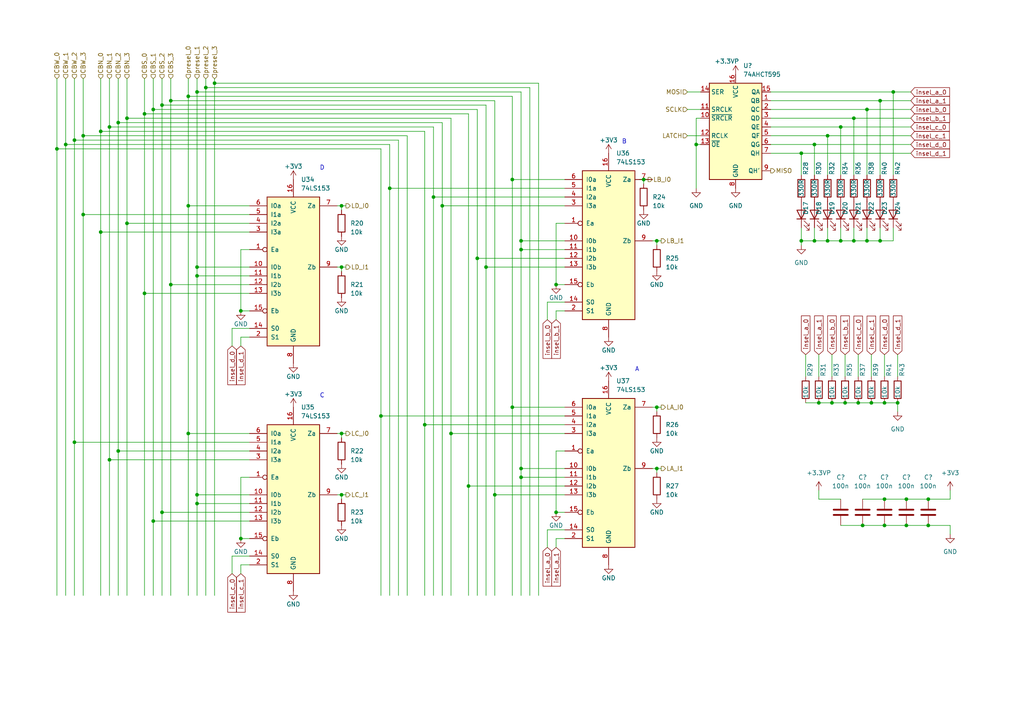
<source format=kicad_sch>
(kicad_sch (version 20230121) (generator eeschema)

  (uuid 6eb97d5b-7db0-4da3-9246-40927718027c)

  (paper "A4")

  (lib_symbols
    (symbol "74xx:74AHCT595" (in_bom yes) (on_board yes)
      (property "Reference" "U" (at -7.62 13.97 0)
        (effects (font (size 1.27 1.27)))
      )
      (property "Value" "74AHCT595" (at -7.62 -16.51 0)
        (effects (font (size 1.27 1.27)))
      )
      (property "Footprint" "" (at 0 0 0)
        (effects (font (size 1.27 1.27)) hide)
      )
      (property "Datasheet" "https://assets.nexperia.com/documents/data-sheet/74AHC_AHCT595.pdf" (at 0 0 0)
        (effects (font (size 1.27 1.27)) hide)
      )
      (property "ki_keywords" "AHCTMOS SR 3State" (at 0 0 0)
        (effects (font (size 1.27 1.27)) hide)
      )
      (property "ki_description" "8-bit serial in/out Shift Register 3-State Outputs" (at 0 0 0)
        (effects (font (size 1.27 1.27)) hide)
      )
      (property "ki_fp_filters" "DIP*W7.62mm* SOIC*3.9x9.9mm*P1.27mm* TSSOP*4.4x5mm*P0.65mm* SOIC*5.3x10.2mm*P1.27mm* SOIC*7.5x10.3mm*P1.27mm*" (at 0 0 0)
        (effects (font (size 1.27 1.27)) hide)
      )
      (symbol "74AHCT595_1_0"
        (pin tri_state line (at 10.16 7.62 180) (length 2.54)
          (name "QB" (effects (font (size 1.27 1.27))))
          (number "1" (effects (font (size 1.27 1.27))))
        )
        (pin input line (at -10.16 2.54 0) (length 2.54)
          (name "~{SRCLR}" (effects (font (size 1.27 1.27))))
          (number "10" (effects (font (size 1.27 1.27))))
        )
        (pin input line (at -10.16 5.08 0) (length 2.54)
          (name "SRCLK" (effects (font (size 1.27 1.27))))
          (number "11" (effects (font (size 1.27 1.27))))
        )
        (pin input line (at -10.16 -2.54 0) (length 2.54)
          (name "RCLK" (effects (font (size 1.27 1.27))))
          (number "12" (effects (font (size 1.27 1.27))))
        )
        (pin input line (at -10.16 -5.08 0) (length 2.54)
          (name "~{OE}" (effects (font (size 1.27 1.27))))
          (number "13" (effects (font (size 1.27 1.27))))
        )
        (pin input line (at -10.16 10.16 0) (length 2.54)
          (name "SER" (effects (font (size 1.27 1.27))))
          (number "14" (effects (font (size 1.27 1.27))))
        )
        (pin tri_state line (at 10.16 10.16 180) (length 2.54)
          (name "QA" (effects (font (size 1.27 1.27))))
          (number "15" (effects (font (size 1.27 1.27))))
        )
        (pin power_in line (at 0 15.24 270) (length 2.54)
          (name "VCC" (effects (font (size 1.27 1.27))))
          (number "16" (effects (font (size 1.27 1.27))))
        )
        (pin tri_state line (at 10.16 5.08 180) (length 2.54)
          (name "QC" (effects (font (size 1.27 1.27))))
          (number "2" (effects (font (size 1.27 1.27))))
        )
        (pin tri_state line (at 10.16 2.54 180) (length 2.54)
          (name "QD" (effects (font (size 1.27 1.27))))
          (number "3" (effects (font (size 1.27 1.27))))
        )
        (pin tri_state line (at 10.16 0 180) (length 2.54)
          (name "QE" (effects (font (size 1.27 1.27))))
          (number "4" (effects (font (size 1.27 1.27))))
        )
        (pin tri_state line (at 10.16 -2.54 180) (length 2.54)
          (name "QF" (effects (font (size 1.27 1.27))))
          (number "5" (effects (font (size 1.27 1.27))))
        )
        (pin tri_state line (at 10.16 -5.08 180) (length 2.54)
          (name "QG" (effects (font (size 1.27 1.27))))
          (number "6" (effects (font (size 1.27 1.27))))
        )
        (pin tri_state line (at 10.16 -7.62 180) (length 2.54)
          (name "QH" (effects (font (size 1.27 1.27))))
          (number "7" (effects (font (size 1.27 1.27))))
        )
        (pin power_in line (at 0 -17.78 90) (length 2.54)
          (name "GND" (effects (font (size 1.27 1.27))))
          (number "8" (effects (font (size 1.27 1.27))))
        )
        (pin output line (at 10.16 -12.7 180) (length 2.54)
          (name "QH'" (effects (font (size 1.27 1.27))))
          (number "9" (effects (font (size 1.27 1.27))))
        )
      )
      (symbol "74AHCT595_1_1"
        (rectangle (start -7.62 12.7) (end 7.62 -15.24)
          (stroke (width 0.254) (type default))
          (fill (type background))
        )
      )
    )
    (symbol "74xx:74LS153" (pin_names (offset 1.016)) (in_bom yes) (on_board yes)
      (property "Reference" "U" (at -7.62 21.59 0)
        (effects (font (size 1.27 1.27)))
      )
      (property "Value" "74LS153" (at -7.62 -24.13 0)
        (effects (font (size 1.27 1.27)))
      )
      (property "Footprint" "" (at 0 0 0)
        (effects (font (size 1.27 1.27)) hide)
      )
      (property "Datasheet" "http://www.ti.com/lit/gpn/sn74LS153" (at 0 0 0)
        (effects (font (size 1.27 1.27)) hide)
      )
      (property "ki_locked" "" (at 0 0 0)
        (effects (font (size 1.27 1.27)))
      )
      (property "ki_keywords" "TTL Mux4" (at 0 0 0)
        (effects (font (size 1.27 1.27)) hide)
      )
      (property "ki_description" "Dual Multiplexer 4 to 1" (at 0 0 0)
        (effects (font (size 1.27 1.27)) hide)
      )
      (property "ki_fp_filters" "DIP?16*" (at 0 0 0)
        (effects (font (size 1.27 1.27)) hide)
      )
      (symbol "74LS153_1_0"
        (pin input inverted (at -12.7 5.08 0) (length 5.08)
          (name "Ea" (effects (font (size 1.27 1.27))))
          (number "1" (effects (font (size 1.27 1.27))))
        )
        (pin input line (at -12.7 0 0) (length 5.08)
          (name "I0b" (effects (font (size 1.27 1.27))))
          (number "10" (effects (font (size 1.27 1.27))))
        )
        (pin input line (at -12.7 -2.54 0) (length 5.08)
          (name "I1b" (effects (font (size 1.27 1.27))))
          (number "11" (effects (font (size 1.27 1.27))))
        )
        (pin input line (at -12.7 -5.08 0) (length 5.08)
          (name "I2b" (effects (font (size 1.27 1.27))))
          (number "12" (effects (font (size 1.27 1.27))))
        )
        (pin input line (at -12.7 -7.62 0) (length 5.08)
          (name "I3b" (effects (font (size 1.27 1.27))))
          (number "13" (effects (font (size 1.27 1.27))))
        )
        (pin input line (at -12.7 -17.78 0) (length 5.08)
          (name "S0" (effects (font (size 1.27 1.27))))
          (number "14" (effects (font (size 1.27 1.27))))
        )
        (pin input inverted (at -12.7 -12.7 0) (length 5.08)
          (name "Eb" (effects (font (size 1.27 1.27))))
          (number "15" (effects (font (size 1.27 1.27))))
        )
        (pin power_in line (at 0 25.4 270) (length 5.08)
          (name "VCC" (effects (font (size 1.27 1.27))))
          (number "16" (effects (font (size 1.27 1.27))))
        )
        (pin input line (at -12.7 -20.32 0) (length 5.08)
          (name "S1" (effects (font (size 1.27 1.27))))
          (number "2" (effects (font (size 1.27 1.27))))
        )
        (pin input line (at -12.7 10.16 0) (length 5.08)
          (name "I3a" (effects (font (size 1.27 1.27))))
          (number "3" (effects (font (size 1.27 1.27))))
        )
        (pin input line (at -12.7 12.7 0) (length 5.08)
          (name "I2a" (effects (font (size 1.27 1.27))))
          (number "4" (effects (font (size 1.27 1.27))))
        )
        (pin input line (at -12.7 15.24 0) (length 5.08)
          (name "I1a" (effects (font (size 1.27 1.27))))
          (number "5" (effects (font (size 1.27 1.27))))
        )
        (pin input line (at -12.7 17.78 0) (length 5.08)
          (name "I0a" (effects (font (size 1.27 1.27))))
          (number "6" (effects (font (size 1.27 1.27))))
        )
        (pin output line (at 12.7 17.78 180) (length 5.08)
          (name "Za" (effects (font (size 1.27 1.27))))
          (number "7" (effects (font (size 1.27 1.27))))
        )
        (pin power_in line (at 0 -27.94 90) (length 5.08)
          (name "GND" (effects (font (size 1.27 1.27))))
          (number "8" (effects (font (size 1.27 1.27))))
        )
        (pin output line (at 12.7 0 180) (length 5.08)
          (name "Zb" (effects (font (size 1.27 1.27))))
          (number "9" (effects (font (size 1.27 1.27))))
        )
      )
      (symbol "74LS153_1_1"
        (rectangle (start -7.62 20.32) (end 7.62 -22.86)
          (stroke (width 0.254) (type default))
          (fill (type background))
        )
      )
    )
    (symbol "Device:C" (pin_numbers hide) (pin_names (offset 0.254)) (in_bom yes) (on_board yes)
      (property "Reference" "C" (at 0.635 2.54 0)
        (effects (font (size 1.27 1.27)) (justify left))
      )
      (property "Value" "C" (at 0.635 -2.54 0)
        (effects (font (size 1.27 1.27)) (justify left))
      )
      (property "Footprint" "" (at 0.9652 -3.81 0)
        (effects (font (size 1.27 1.27)) hide)
      )
      (property "Datasheet" "~" (at 0 0 0)
        (effects (font (size 1.27 1.27)) hide)
      )
      (property "ki_keywords" "cap capacitor" (at 0 0 0)
        (effects (font (size 1.27 1.27)) hide)
      )
      (property "ki_description" "Unpolarized capacitor" (at 0 0 0)
        (effects (font (size 1.27 1.27)) hide)
      )
      (property "ki_fp_filters" "C_*" (at 0 0 0)
        (effects (font (size 1.27 1.27)) hide)
      )
      (symbol "C_0_1"
        (polyline
          (pts
            (xy -2.032 -0.762)
            (xy 2.032 -0.762)
          )
          (stroke (width 0.508) (type default))
          (fill (type none))
        )
        (polyline
          (pts
            (xy -2.032 0.762)
            (xy 2.032 0.762)
          )
          (stroke (width 0.508) (type default))
          (fill (type none))
        )
      )
      (symbol "C_1_1"
        (pin passive line (at 0 3.81 270) (length 2.794)
          (name "~" (effects (font (size 1.27 1.27))))
          (number "1" (effects (font (size 1.27 1.27))))
        )
        (pin passive line (at 0 -3.81 90) (length 2.794)
          (name "~" (effects (font (size 1.27 1.27))))
          (number "2" (effects (font (size 1.27 1.27))))
        )
      )
    )
    (symbol "Device:LED" (pin_numbers hide) (pin_names (offset 1.016) hide) (in_bom yes) (on_board yes)
      (property "Reference" "D" (at 0 2.54 0)
        (effects (font (size 1.27 1.27)))
      )
      (property "Value" "LED" (at 0 -2.54 0)
        (effects (font (size 1.27 1.27)))
      )
      (property "Footprint" "" (at 0 0 0)
        (effects (font (size 1.27 1.27)) hide)
      )
      (property "Datasheet" "~" (at 0 0 0)
        (effects (font (size 1.27 1.27)) hide)
      )
      (property "ki_keywords" "LED diode" (at 0 0 0)
        (effects (font (size 1.27 1.27)) hide)
      )
      (property "ki_description" "Light emitting diode" (at 0 0 0)
        (effects (font (size 1.27 1.27)) hide)
      )
      (property "ki_fp_filters" "LED* LED_SMD:* LED_THT:*" (at 0 0 0)
        (effects (font (size 1.27 1.27)) hide)
      )
      (symbol "LED_0_1"
        (polyline
          (pts
            (xy -1.27 -1.27)
            (xy -1.27 1.27)
          )
          (stroke (width 0.254) (type default))
          (fill (type none))
        )
        (polyline
          (pts
            (xy -1.27 0)
            (xy 1.27 0)
          )
          (stroke (width 0) (type default))
          (fill (type none))
        )
        (polyline
          (pts
            (xy 1.27 -1.27)
            (xy 1.27 1.27)
            (xy -1.27 0)
            (xy 1.27 -1.27)
          )
          (stroke (width 0.254) (type default))
          (fill (type none))
        )
        (polyline
          (pts
            (xy -3.048 -0.762)
            (xy -4.572 -2.286)
            (xy -3.81 -2.286)
            (xy -4.572 -2.286)
            (xy -4.572 -1.524)
          )
          (stroke (width 0) (type default))
          (fill (type none))
        )
        (polyline
          (pts
            (xy -1.778 -0.762)
            (xy -3.302 -2.286)
            (xy -2.54 -2.286)
            (xy -3.302 -2.286)
            (xy -3.302 -1.524)
          )
          (stroke (width 0) (type default))
          (fill (type none))
        )
      )
      (symbol "LED_1_1"
        (pin passive line (at -3.81 0 0) (length 2.54)
          (name "K" (effects (font (size 1.27 1.27))))
          (number "1" (effects (font (size 1.27 1.27))))
        )
        (pin passive line (at 3.81 0 180) (length 2.54)
          (name "A" (effects (font (size 1.27 1.27))))
          (number "2" (effects (font (size 1.27 1.27))))
        )
      )
    )
    (symbol "Device:R" (pin_numbers hide) (pin_names (offset 0)) (in_bom yes) (on_board yes)
      (property "Reference" "R" (at 2.032 0 90)
        (effects (font (size 1.27 1.27)))
      )
      (property "Value" "R" (at 0 0 90)
        (effects (font (size 1.27 1.27)))
      )
      (property "Footprint" "" (at -1.778 0 90)
        (effects (font (size 1.27 1.27)) hide)
      )
      (property "Datasheet" "~" (at 0 0 0)
        (effects (font (size 1.27 1.27)) hide)
      )
      (property "ki_keywords" "R res resistor" (at 0 0 0)
        (effects (font (size 1.27 1.27)) hide)
      )
      (property "ki_description" "Resistor" (at 0 0 0)
        (effects (font (size 1.27 1.27)) hide)
      )
      (property "ki_fp_filters" "R_*" (at 0 0 0)
        (effects (font (size 1.27 1.27)) hide)
      )
      (symbol "R_0_1"
        (rectangle (start -1.016 -2.54) (end 1.016 2.54)
          (stroke (width 0.254) (type default))
          (fill (type none))
        )
      )
      (symbol "R_1_1"
        (pin passive line (at 0 3.81 270) (length 1.27)
          (name "~" (effects (font (size 1.27 1.27))))
          (number "1" (effects (font (size 1.27 1.27))))
        )
        (pin passive line (at 0 -3.81 90) (length 1.27)
          (name "~" (effects (font (size 1.27 1.27))))
          (number "2" (effects (font (size 1.27 1.27))))
        )
      )
    )
    (symbol "power:+3.3VP" (power) (pin_names (offset 0)) (in_bom yes) (on_board yes)
      (property "Reference" "#PWR" (at 3.81 -1.27 0)
        (effects (font (size 1.27 1.27)) hide)
      )
      (property "Value" "+3.3VP" (at 0 2.54 0)
        (effects (font (size 1.27 1.27)))
      )
      (property "Footprint" "" (at 0 0 0)
        (effects (font (size 1.27 1.27)) hide)
      )
      (property "Datasheet" "" (at 0 0 0)
        (effects (font (size 1.27 1.27)) hide)
      )
      (property "ki_keywords" "global power" (at 0 0 0)
        (effects (font (size 1.27 1.27)) hide)
      )
      (property "ki_description" "Power symbol creates a global label with name \"+3.3VP\"" (at 0 0 0)
        (effects (font (size 1.27 1.27)) hide)
      )
      (symbol "+3.3VP_0_0"
        (pin power_in line (at 0 0 90) (length 0) hide
          (name "+3.3VP" (effects (font (size 1.27 1.27))))
          (number "1" (effects (font (size 1.27 1.27))))
        )
      )
      (symbol "+3.3VP_0_1"
        (polyline
          (pts
            (xy -0.762 1.27)
            (xy 0 2.54)
          )
          (stroke (width 0) (type default))
          (fill (type none))
        )
        (polyline
          (pts
            (xy 0 0)
            (xy 0 2.54)
          )
          (stroke (width 0) (type default))
          (fill (type none))
        )
        (polyline
          (pts
            (xy 0 2.54)
            (xy 0.762 1.27)
          )
          (stroke (width 0) (type default))
          (fill (type none))
        )
      )
    )
    (symbol "power:+3V3" (power) (pin_names (offset 0)) (in_bom yes) (on_board yes)
      (property "Reference" "#PWR" (at 0 -3.81 0)
        (effects (font (size 1.27 1.27)) hide)
      )
      (property "Value" "+3V3" (at 0 3.556 0)
        (effects (font (size 1.27 1.27)))
      )
      (property "Footprint" "" (at 0 0 0)
        (effects (font (size 1.27 1.27)) hide)
      )
      (property "Datasheet" "" (at 0 0 0)
        (effects (font (size 1.27 1.27)) hide)
      )
      (property "ki_keywords" "global power" (at 0 0 0)
        (effects (font (size 1.27 1.27)) hide)
      )
      (property "ki_description" "Power symbol creates a global label with name \"+3V3\"" (at 0 0 0)
        (effects (font (size 1.27 1.27)) hide)
      )
      (symbol "+3V3_0_1"
        (polyline
          (pts
            (xy -0.762 1.27)
            (xy 0 2.54)
          )
          (stroke (width 0) (type default))
          (fill (type none))
        )
        (polyline
          (pts
            (xy 0 0)
            (xy 0 2.54)
          )
          (stroke (width 0) (type default))
          (fill (type none))
        )
        (polyline
          (pts
            (xy 0 2.54)
            (xy 0.762 1.27)
          )
          (stroke (width 0) (type default))
          (fill (type none))
        )
      )
      (symbol "+3V3_1_1"
        (pin power_in line (at 0 0 90) (length 0) hide
          (name "+3V3" (effects (font (size 1.27 1.27))))
          (number "1" (effects (font (size 1.27 1.27))))
        )
      )
    )
    (symbol "power:GND" (power) (pin_names (offset 0)) (in_bom yes) (on_board yes)
      (property "Reference" "#PWR" (at 0 -6.35 0)
        (effects (font (size 1.27 1.27)) hide)
      )
      (property "Value" "GND" (at 0 -3.81 0)
        (effects (font (size 1.27 1.27)))
      )
      (property "Footprint" "" (at 0 0 0)
        (effects (font (size 1.27 1.27)) hide)
      )
      (property "Datasheet" "" (at 0 0 0)
        (effects (font (size 1.27 1.27)) hide)
      )
      (property "ki_keywords" "global power" (at 0 0 0)
        (effects (font (size 1.27 1.27)) hide)
      )
      (property "ki_description" "Power symbol creates a global label with name \"GND\" , ground" (at 0 0 0)
        (effects (font (size 1.27 1.27)) hide)
      )
      (symbol "GND_0_1"
        (polyline
          (pts
            (xy 0 0)
            (xy 0 -1.27)
            (xy 1.27 -1.27)
            (xy 0 -2.54)
            (xy -1.27 -1.27)
            (xy 0 -1.27)
          )
          (stroke (width 0) (type default))
          (fill (type none))
        )
      )
      (symbol "GND_1_1"
        (pin power_in line (at 0 0 270) (length 0) hide
          (name "GND" (effects (font (size 1.27 1.27))))
          (number "1" (effects (font (size 1.27 1.27))))
        )
      )
    )
  )

  (junction (at 236.22 41.91) (diameter 0) (color 0 0 0 0)
    (uuid 0767abff-d875-4dea-98f9-9d5bbd5a141a)
  )
  (junction (at 138.43 74.93) (diameter 0) (color 0 0 0 0)
    (uuid 08d3e246-ff1e-4e1b-a75f-9c6a925af8cb)
  )
  (junction (at 248.92 116.84) (diameter 0) (color 0 0 0 0)
    (uuid 08e0d8ed-ffa3-42c2-9365-292827e927f9)
  )
  (junction (at 143.51 143.51) (diameter 0) (color 0 0 0 0)
    (uuid 08e83819-ee41-4551-8537-e045223456bb)
  )
  (junction (at 190.5 118.11) (diameter 0) (color 0 0 0 0)
    (uuid 0af6d181-2cb2-41b4-804c-4a013ad0d8ff)
  )
  (junction (at 46.99 30.48) (diameter 0) (color 0 0 0 0)
    (uuid 12b260ea-e20e-4c57-8b45-447a1e6b77bd)
  )
  (junction (at 161.29 82.55) (diameter 0) (color 0 0 0 0)
    (uuid 14b5b29a-c993-4d1c-a0e7-8485b9fab1a5)
  )
  (junction (at 148.59 118.11) (diameter 0) (color 0 0 0 0)
    (uuid 18785c80-00b6-41ac-bcc8-6c78ec6b962f)
  )
  (junction (at 99.06 59.69) (diameter 0) (color 0 0 0 0)
    (uuid 1ab001d3-fe36-4029-a222-6da1de5d6f25)
  )
  (junction (at 19.05 41.91) (diameter 0) (color 0 0 0 0)
    (uuid 1f20d4de-e95f-4d5e-ba4e-26eb05483b27)
  )
  (junction (at 31.75 133.35) (diameter 0) (color 0 0 0 0)
    (uuid 1fa11eb3-c650-44f4-8e03-09d2bef7b414)
  )
  (junction (at 130.81 125.73) (diameter 0) (color 0 0 0 0)
    (uuid 23443d21-194f-4a90-9e15-58a78a0c5d32)
  )
  (junction (at 29.21 67.31) (diameter 0) (color 0 0 0 0)
    (uuid 24c815c4-9bac-4590-86c3-dae67629e02e)
  )
  (junction (at 151.13 138.43) (diameter 0) (color 0 0 0 0)
    (uuid 2b63d5f1-c584-4997-bbbe-48d21129167a)
  )
  (junction (at 49.53 29.21) (diameter 0) (color 0 0 0 0)
    (uuid 2d6ee56b-cbdd-4b82-81ce-2a51b3a84274)
  )
  (junction (at 190.5 135.89) (diameter 0) (color 0 0 0 0)
    (uuid 2e3962dd-3c1c-4046-bc40-635b656da8db)
  )
  (junction (at 44.45 31.75) (diameter 0) (color 0 0 0 0)
    (uuid 30e772df-4d11-423b-a7ce-d83a77ea0651)
  )
  (junction (at 21.59 128.27) (diameter 0) (color 0 0 0 0)
    (uuid 3520ab2a-7212-463e-a085-439e709864e9)
  )
  (junction (at 99.06 143.51) (diameter 0) (color 0 0 0 0)
    (uuid 37914637-6124-44ac-bece-1e3043bc2e74)
  )
  (junction (at 54.61 59.69) (diameter 0) (color 0 0 0 0)
    (uuid 3aa22485-3f8e-44a3-8902-3dea8bff0dac)
  )
  (junction (at 262.89 152.4) (diameter 0) (color 0 0 0 0)
    (uuid 3c728596-199d-4bd5-b14d-758f91d73271)
  )
  (junction (at 57.15 77.47) (diameter 0) (color 0 0 0 0)
    (uuid 3eee9ea2-8a1f-4238-a2e3-c01576af35bc)
  )
  (junction (at 57.15 26.67) (diameter 0) (color 0 0 0 0)
    (uuid 437d19fa-b1d1-403c-a2da-3e3bfa70f531)
  )
  (junction (at 269.24 152.4) (diameter 0) (color 0 0 0 0)
    (uuid 47099c25-1ccc-44eb-9418-42dedb88ac68)
  )
  (junction (at 69.85 90.17) (diameter 0) (color 0 0 0 0)
    (uuid 472432b6-8f11-4526-8d7c-0b30b35b845a)
  )
  (junction (at 190.5 69.85) (diameter 0) (color 0 0 0 0)
    (uuid 4b02b3fe-104b-4a5f-81c9-95e1e461ac38)
  )
  (junction (at 148.59 52.07) (diameter 0) (color 0 0 0 0)
    (uuid 4c473743-4d09-42aa-86c8-74307a0de95c)
  )
  (junction (at 250.19 152.4) (diameter 0) (color 0 0 0 0)
    (uuid 4e72cba4-0bd7-46e9-9816-a1dced058b17)
  )
  (junction (at 262.89 144.78) (diameter 0) (color 0 0 0 0)
    (uuid 50c65165-5637-4fef-a40d-b5cc36608cf8)
  )
  (junction (at 57.15 143.51) (diameter 0) (color 0 0 0 0)
    (uuid 532c5c53-7fb6-4465-bba4-13c8dd55046f)
  )
  (junction (at 110.49 120.65) (diameter 0) (color 0 0 0 0)
    (uuid 53c1f528-b664-486c-9ef5-20fd509a79fa)
  )
  (junction (at 24.13 39.37) (diameter 0) (color 0 0 0 0)
    (uuid 57ccdf62-7b9f-48f3-9f94-e788a6ed9556)
  )
  (junction (at 161.29 148.59) (diameter 0) (color 0 0 0 0)
    (uuid 58474da2-9fc8-4b4a-8c36-31dbbc821e97)
  )
  (junction (at 69.85 156.21) (diameter 0) (color 0 0 0 0)
    (uuid 5b0d2a6d-6a15-4d98-bf1e-18aa445c4995)
  )
  (junction (at 29.21 38.1) (diameter 0) (color 0 0 0 0)
    (uuid 5d32437c-fa6d-45db-835e-5ca7ee26b619)
  )
  (junction (at 62.23 24.13) (diameter 0) (color 0 0 0 0)
    (uuid 65b5f700-ad0b-4ee1-878c-eebc3b321d81)
  )
  (junction (at 247.65 69.85) (diameter 0) (color 0 0 0 0)
    (uuid 65d3c795-7548-4b0b-8d8b-f43c626b61a0)
  )
  (junction (at 41.91 33.02) (diameter 0) (color 0 0 0 0)
    (uuid 6c8710d5-0c4e-4816-a2a1-fc07d0f9a0c2)
  )
  (junction (at 247.65 34.29) (diameter 0) (color 0 0 0 0)
    (uuid 6fa52fca-bef1-470e-b77f-5debca23acdc)
  )
  (junction (at 99.06 125.73) (diameter 0) (color 0 0 0 0)
    (uuid 76d096a1-272e-478e-a94e-169302b8768d)
  )
  (junction (at 36.83 64.77) (diameter 0) (color 0 0 0 0)
    (uuid 7871df59-1058-4bee-8ede-cdf1eade4adb)
  )
  (junction (at 54.61 125.73) (diameter 0) (color 0 0 0 0)
    (uuid 794b2239-8aa1-4a34-a84e-a56a2553cecd)
  )
  (junction (at 243.84 69.85) (diameter 0) (color 0 0 0 0)
    (uuid 7abbf114-b55d-4720-8519-2b2bad91498e)
  )
  (junction (at 99.06 77.47) (diameter 0) (color 0 0 0 0)
    (uuid 7b7b74a0-b92c-4738-8139-7ce926076266)
  )
  (junction (at 31.75 36.83) (diameter 0) (color 0 0 0 0)
    (uuid 805e8cef-1429-48f9-bfe0-0de35e9a41e0)
  )
  (junction (at 34.29 35.56) (diameter 0) (color 0 0 0 0)
    (uuid 81ab5e93-dfc0-421c-a5a6-cccba004e6ec)
  )
  (junction (at 243.84 36.83) (diameter 0) (color 0 0 0 0)
    (uuid 81f773b1-d7dc-4e4e-980c-d713ada45f03)
  )
  (junction (at 240.03 39.37) (diameter 0) (color 0 0 0 0)
    (uuid 8c97e683-96b3-486b-ba80-5020047a9ed3)
  )
  (junction (at 125.73 57.15) (diameter 0) (color 0 0 0 0)
    (uuid 8cc6b5fa-bc19-424f-84f0-312dd8d6a826)
  )
  (junction (at 241.3 116.84) (diameter 0) (color 0 0 0 0)
    (uuid 917bceef-6a42-4762-8dba-27727aca9ced)
  )
  (junction (at 232.41 44.45) (diameter 0) (color 0 0 0 0)
    (uuid 97bf9bd5-8308-47a2-8c87-60fedd3c6a80)
  )
  (junction (at 49.53 82.55) (diameter 0) (color 0 0 0 0)
    (uuid 9dc2bf70-3bae-4ffd-a2d2-595a89d66a17)
  )
  (junction (at 255.27 69.85) (diameter 0) (color 0 0 0 0)
    (uuid 9ec81ac2-e144-4a7c-8c6d-591b8a383801)
  )
  (junction (at 135.89 140.97) (diameter 0) (color 0 0 0 0)
    (uuid 9f1320dd-0031-4780-a916-d974cca4beca)
  )
  (junction (at 36.83 34.29) (diameter 0) (color 0 0 0 0)
    (uuid 9fed886a-6cc3-4f8e-8fba-fabc96754d28)
  )
  (junction (at 140.97 77.47) (diameter 0) (color 0 0 0 0)
    (uuid a00fcec8-1830-46cf-b722-4194f3f629ad)
  )
  (junction (at 251.46 31.75) (diameter 0) (color 0 0 0 0)
    (uuid a4368b36-3603-453c-b90b-526bf9d20afb)
  )
  (junction (at 201.93 41.91) (diameter 0) (color 0 0 0 0)
    (uuid a4de0a97-4dde-4f18-b1c7-3bfbc88f4584)
  )
  (junction (at 245.11 116.84) (diameter 0) (color 0 0 0 0)
    (uuid a71879b7-cfcf-4cb0-964d-235619bb163e)
  )
  (junction (at 123.19 123.19) (diameter 0) (color 0 0 0 0)
    (uuid aca1c0ea-6fa7-4c29-aff9-e3ccc1045c40)
  )
  (junction (at 21.59 40.64) (diameter 0) (color 0 0 0 0)
    (uuid ad71cdcf-a10a-45d5-881c-a90993b3b5d5)
  )
  (junction (at 41.91 85.09) (diameter 0) (color 0 0 0 0)
    (uuid af59b130-7a21-4771-a100-13fab11921c6)
  )
  (junction (at 256.54 116.84) (diameter 0) (color 0 0 0 0)
    (uuid b0127c91-9780-49ed-b91e-0a85414af2c4)
  )
  (junction (at 24.13 62.23) (diameter 0) (color 0 0 0 0)
    (uuid b0d67c65-f0ce-4d53-8ef2-021018fcc707)
  )
  (junction (at 113.03 54.61) (diameter 0) (color 0 0 0 0)
    (uuid b2468f8c-a43f-4087-8c2c-e0d991cb7ecc)
  )
  (junction (at 128.27 59.69) (diameter 0) (color 0 0 0 0)
    (uuid b3f980e8-827d-4a38-9069-711cc007377a)
  )
  (junction (at 232.41 69.85) (diameter 0) (color 0 0 0 0)
    (uuid b41ee88d-65b4-4c35-aa22-cdf1a384e66a)
  )
  (junction (at 255.27 29.21) (diameter 0) (color 0 0 0 0)
    (uuid b65124ac-4c47-475c-9c4f-0c5ca663ffae)
  )
  (junction (at 269.24 144.78) (diameter 0) (color 0 0 0 0)
    (uuid b6e2b0e0-4db6-4fe2-9573-7894e15ef582)
  )
  (junction (at 259.08 26.67) (diameter 0) (color 0 0 0 0)
    (uuid bf4bbfce-bd0d-40be-8506-e4ab04d740d4)
  )
  (junction (at 252.73 116.84) (diameter 0) (color 0 0 0 0)
    (uuid bfe50e09-2f52-41c9-ab23-516efe7e882e)
  )
  (junction (at 186.69 52.07) (diameter 0) (color 0 0 0 0)
    (uuid c0416aee-e12e-46b2-9ec5-1f19c5d7cb0b)
  )
  (junction (at 44.45 151.13) (diameter 0) (color 0 0 0 0)
    (uuid c0aa5b56-e7a8-4768-a726-2d9aab10a278)
  )
  (junction (at 151.13 135.89) (diameter 0) (color 0 0 0 0)
    (uuid c0f95756-be2f-4c16-b294-75c70b4406a3)
  )
  (junction (at 236.22 69.85) (diameter 0) (color 0 0 0 0)
    (uuid c4039fa6-2109-4ab9-a741-7938c24b25b9)
  )
  (junction (at 57.15 80.01) (diameter 0) (color 0 0 0 0)
    (uuid c7af5a23-44ed-44a6-9a17-11fb1776dd56)
  )
  (junction (at 260.35 116.84) (diameter 0) (color 0 0 0 0)
    (uuid d22c5ec8-ed94-4098-908d-b6934cdf4ffb)
  )
  (junction (at 16.51 43.18) (diameter 0) (color 0 0 0 0)
    (uuid d2989549-39a9-4329-bd2f-cc282b2d2bdd)
  )
  (junction (at 54.61 27.94) (diameter 0) (color 0 0 0 0)
    (uuid dc9bd1ae-79fa-4cd6-9f9e-1b2b2151fcb0)
  )
  (junction (at 57.15 146.05) (diameter 0) (color 0 0 0 0)
    (uuid e55d9844-b3db-4975-8099-6664a438e764)
  )
  (junction (at 59.69 25.4) (diameter 0) (color 0 0 0 0)
    (uuid e70e7127-29d7-4200-8455-2ca4ff443b49)
  )
  (junction (at 251.46 69.85) (diameter 0) (color 0 0 0 0)
    (uuid e9578dda-4470-4658-b166-1107142f7acd)
  )
  (junction (at 237.49 116.84) (diameter 0) (color 0 0 0 0)
    (uuid e9a32a28-f42d-4cbd-bcdc-b39eef9045f3)
  )
  (junction (at 151.13 72.39) (diameter 0) (color 0 0 0 0)
    (uuid ecddbbe9-855d-4320-b31f-62f888edb95a)
  )
  (junction (at 34.29 130.81) (diameter 0) (color 0 0 0 0)
    (uuid ef71c3fd-96ed-4806-9305-a0e49c102764)
  )
  (junction (at 240.03 69.85) (diameter 0) (color 0 0 0 0)
    (uuid efca5886-4514-421d-adeb-1f449fa94f9c)
  )
  (junction (at 256.54 152.4) (diameter 0) (color 0 0 0 0)
    (uuid f2fe2f26-f0e5-489a-82c2-b102606829e2)
  )
  (junction (at 46.99 148.59) (diameter 0) (color 0 0 0 0)
    (uuid f48a9bf2-39c5-4120-a8a6-3d8028be74e6)
  )
  (junction (at 256.54 144.78) (diameter 0) (color 0 0 0 0)
    (uuid fb87de57-77f8-48ed-9d49-7edd240e415f)
  )
  (junction (at 151.13 69.85) (diameter 0) (color 0 0 0 0)
    (uuid ffce810e-9c84-4704-bf62-f85521b03465)
  )

  (wire (pts (xy 259.08 26.67) (xy 264.16 26.67))
    (stroke (width 0) (type default))
    (uuid 00812fda-6109-4b87-9d7e-f8c33a8ebdde)
  )
  (wire (pts (xy 110.49 120.65) (xy 110.49 172.72))
    (stroke (width 0) (type default))
    (uuid 01daafac-cd39-4c83-95d9-049d18b5f86f)
  )
  (wire (pts (xy 143.51 143.51) (xy 163.83 143.51))
    (stroke (width 0) (type default))
    (uuid 01f515d2-deea-46cf-9196-5a620fdb172c)
  )
  (wire (pts (xy 223.52 41.91) (xy 236.22 41.91))
    (stroke (width 0) (type default))
    (uuid 0651fe40-c824-43f1-922f-d97b48e7966f)
  )
  (wire (pts (xy 97.79 143.51) (xy 99.06 143.51))
    (stroke (width 0) (type default))
    (uuid 07d41e6a-9f13-4e25-8ff1-3349a669fff0)
  )
  (wire (pts (xy 57.15 143.51) (xy 57.15 146.05))
    (stroke (width 0) (type default))
    (uuid 09bdf0b6-a867-40ce-8b74-4f1ec4c53de9)
  )
  (wire (pts (xy 148.59 118.11) (xy 148.59 172.72))
    (stroke (width 0) (type default))
    (uuid 0b405e66-a949-4215-8512-99cd44b70bce)
  )
  (wire (pts (xy 190.5 69.85) (xy 191.77 69.85))
    (stroke (width 0) (type default))
    (uuid 0bfb2ca8-8a65-46bc-b44d-1acb636b74cb)
  )
  (wire (pts (xy 130.81 34.29) (xy 130.81 125.73))
    (stroke (width 0) (type default))
    (uuid 0bff10d1-7a04-4a9b-be2f-afcd387f78c3)
  )
  (wire (pts (xy 250.19 152.4) (xy 256.54 152.4))
    (stroke (width 0) (type default))
    (uuid 0c380da4-2945-461d-beff-8ca137f57a69)
  )
  (wire (pts (xy 29.21 67.31) (xy 72.39 67.31))
    (stroke (width 0) (type default))
    (uuid 0cd3911a-e59b-4d8f-b8ca-6d9623d5647f)
  )
  (wire (pts (xy 130.81 125.73) (xy 163.83 125.73))
    (stroke (width 0) (type default))
    (uuid 0dd8c292-1069-4a20-9455-a94f8d6e2ab9)
  )
  (wire (pts (xy 248.92 116.84) (xy 252.73 116.84))
    (stroke (width 0) (type default))
    (uuid 0e5de517-84c7-4861-9ac7-7c1cd44d3576)
  )
  (wire (pts (xy 223.52 29.21) (xy 255.27 29.21))
    (stroke (width 0) (type default))
    (uuid 0ebb2957-e63e-48c3-a145-700e5c7a9f1d)
  )
  (wire (pts (xy 24.13 39.37) (xy 118.11 39.37))
    (stroke (width 0) (type default))
    (uuid 1148cf25-5dfb-4260-97e2-4eabd3b842b6)
  )
  (wire (pts (xy 232.41 69.85) (xy 236.22 69.85))
    (stroke (width 0) (type default))
    (uuid 1267fa78-e9d1-4d39-abb5-9f375de2ba31)
  )
  (wire (pts (xy 57.15 80.01) (xy 57.15 143.51))
    (stroke (width 0) (type default))
    (uuid 12aa211e-2ef7-4047-bd4b-9cb56d81fb14)
  )
  (wire (pts (xy 138.43 31.75) (xy 138.43 74.93))
    (stroke (width 0) (type default))
    (uuid 12f771d4-dd02-4028-9c0e-a44e34895559)
  )
  (wire (pts (xy 57.15 77.47) (xy 72.39 77.47))
    (stroke (width 0) (type default))
    (uuid 15b84986-27e3-4f5a-9934-0d874aff130c)
  )
  (wire (pts (xy 19.05 41.91) (xy 113.03 41.91))
    (stroke (width 0) (type default))
    (uuid 16205ade-5919-4411-bcfa-e62903533d57)
  )
  (wire (pts (xy 262.89 144.78) (xy 269.24 144.78))
    (stroke (width 0) (type default))
    (uuid 17bb0a65-136b-45dc-9df1-5597a6d6cee2)
  )
  (wire (pts (xy 41.91 85.09) (xy 41.91 172.72))
    (stroke (width 0) (type default))
    (uuid 17f7788a-0cdf-44c5-909b-a559f233cdcf)
  )
  (wire (pts (xy 128.27 35.56) (xy 128.27 59.69))
    (stroke (width 0) (type default))
    (uuid 18374585-0cbd-43a2-a67e-a293e1ab4d86)
  )
  (wire (pts (xy 21.59 128.27) (xy 21.59 172.72))
    (stroke (width 0) (type default))
    (uuid 1e3c6b33-4c4b-42d2-8ef6-a57c450f4944)
  )
  (wire (pts (xy 19.05 41.91) (xy 19.05 172.72))
    (stroke (width 0) (type default))
    (uuid 1e6c7620-049e-4a90-82ca-c9bcf8738a17)
  )
  (wire (pts (xy 256.54 102.87) (xy 256.54 109.22))
    (stroke (width 0) (type default))
    (uuid 1ef1149b-f0a5-40e1-8f68-b1eaf66ef1b6)
  )
  (wire (pts (xy 16.51 43.18) (xy 16.51 172.72))
    (stroke (width 0) (type default))
    (uuid 1facb15a-dc44-4189-aac2-d3864f7cb494)
  )
  (wire (pts (xy 203.2 34.29) (xy 201.93 34.29))
    (stroke (width 0) (type default))
    (uuid 20f44082-66c7-48fe-85d4-67ad0285f05c)
  )
  (wire (pts (xy 113.03 41.91) (xy 113.03 54.61))
    (stroke (width 0) (type default))
    (uuid 21ab0243-fd83-422b-8ccf-ff89c762c7df)
  )
  (wire (pts (xy 36.83 64.77) (xy 72.39 64.77))
    (stroke (width 0) (type default))
    (uuid 233f25d9-d560-4590-b8cd-39d83b0c7a84)
  )
  (wire (pts (xy 54.61 27.94) (xy 54.61 59.69))
    (stroke (width 0) (type default))
    (uuid 2499934b-9037-4c6e-a216-8a6c3d956fdb)
  )
  (wire (pts (xy 67.31 166.37) (xy 67.31 161.29))
    (stroke (width 0) (type default))
    (uuid 2550eeee-461f-4bd2-9546-d51a7d59914f)
  )
  (wire (pts (xy 138.43 74.93) (xy 163.83 74.93))
    (stroke (width 0) (type default))
    (uuid 257f4999-6dd6-4d26-887f-f6972432bf21)
  )
  (wire (pts (xy 49.53 82.55) (xy 72.39 82.55))
    (stroke (width 0) (type default))
    (uuid 259e405f-6f9e-4eca-acae-101ce687e130)
  )
  (wire (pts (xy 31.75 133.35) (xy 31.75 172.72))
    (stroke (width 0) (type default))
    (uuid 25ad9ad4-47b3-4fba-87a6-5274f95b99bb)
  )
  (wire (pts (xy 135.89 140.97) (xy 163.83 140.97))
    (stroke (width 0) (type default))
    (uuid 2699b995-a5d5-406e-8f9a-2e4570b6a81a)
  )
  (wire (pts (xy 21.59 40.64) (xy 21.59 128.27))
    (stroke (width 0) (type default))
    (uuid 26fc2865-b3bc-4b00-911f-2414c33a6678)
  )
  (wire (pts (xy 151.13 135.89) (xy 151.13 138.43))
    (stroke (width 0) (type default))
    (uuid 2753d04d-0e55-4a84-a3ed-f4d4bbb1c2b5)
  )
  (wire (pts (xy 110.49 43.18) (xy 110.49 120.65))
    (stroke (width 0) (type default))
    (uuid 2ada7771-798b-41c6-9a69-ceb6fdde8bab)
  )
  (wire (pts (xy 123.19 123.19) (xy 163.83 123.19))
    (stroke (width 0) (type default))
    (uuid 2bca7815-608b-4f76-bc15-ef8d274bc36e)
  )
  (wire (pts (xy 201.93 41.91) (xy 203.2 41.91))
    (stroke (width 0) (type default))
    (uuid 2e0bbfc9-65ba-446b-9623-2ed4c2e2fcfd)
  )
  (wire (pts (xy 255.27 29.21) (xy 264.16 29.21))
    (stroke (width 0) (type default))
    (uuid 2e5b6dd1-66d1-4e80-88ea-30c0abbfdb26)
  )
  (wire (pts (xy 161.29 158.75) (xy 161.29 156.21))
    (stroke (width 0) (type default))
    (uuid 2e70b466-2bde-42db-9fb5-c432cb8f17f0)
  )
  (wire (pts (xy 223.52 44.45) (xy 232.41 44.45))
    (stroke (width 0) (type default))
    (uuid 2ea34c7e-ae86-40fe-9116-103ae30e5ecb)
  )
  (wire (pts (xy 241.3 102.87) (xy 241.3 109.22))
    (stroke (width 0) (type default))
    (uuid 2f71e0c2-e774-4323-b188-65b9a9ea018f)
  )
  (wire (pts (xy 130.81 125.73) (xy 130.81 172.72))
    (stroke (width 0) (type default))
    (uuid 2feec6cb-9370-4e21-865e-00af994ae33e)
  )
  (wire (pts (xy 31.75 36.83) (xy 31.75 133.35))
    (stroke (width 0) (type default))
    (uuid 31801ec2-da7d-48e6-ba80-2c5a0eff4a5d)
  )
  (wire (pts (xy 34.29 22.86) (xy 34.29 35.56))
    (stroke (width 0) (type default))
    (uuid 31e26783-9b7e-4d72-8db8-446d276bf065)
  )
  (wire (pts (xy 156.21 24.13) (xy 156.21 172.72))
    (stroke (width 0) (type default))
    (uuid 325b2f0f-840e-4463-9113-13457e155bee)
  )
  (wire (pts (xy 41.91 22.86) (xy 41.91 33.02))
    (stroke (width 0) (type default))
    (uuid 32b1491a-600b-4e56-b7a5-6f585a76eba9)
  )
  (wire (pts (xy 252.73 116.84) (xy 256.54 116.84))
    (stroke (width 0) (type default))
    (uuid 32badbd8-9ca1-43f8-b39f-ad3b5a28362e)
  )
  (wire (pts (xy 29.21 22.86) (xy 29.21 38.1))
    (stroke (width 0) (type default))
    (uuid 33b60320-8640-4c63-bcb9-d7aa30692fd3)
  )
  (wire (pts (xy 223.52 39.37) (xy 240.03 39.37))
    (stroke (width 0) (type default))
    (uuid 3465e22b-3b47-4b79-b263-69c4033edd7f)
  )
  (wire (pts (xy 46.99 30.48) (xy 140.97 30.48))
    (stroke (width 0) (type default))
    (uuid 34805a3a-29db-4a97-a1c0-4d7a8abc7fe7)
  )
  (wire (pts (xy 161.29 90.17) (xy 163.83 90.17))
    (stroke (width 0) (type default))
    (uuid 34c2481b-ef9b-44bb-bf4d-899660ec51e7)
  )
  (wire (pts (xy 46.99 148.59) (xy 46.99 172.72))
    (stroke (width 0) (type default))
    (uuid 36dfe880-0789-468a-af67-d4bfc42c866c)
  )
  (wire (pts (xy 34.29 35.56) (xy 34.29 130.81))
    (stroke (width 0) (type default))
    (uuid 395edeec-43d4-41b0-b16b-d9e94742fb79)
  )
  (wire (pts (xy 99.06 77.47) (xy 100.33 77.47))
    (stroke (width 0) (type default))
    (uuid 3a323b8c-507c-4815-ba7a-efb41f954a63)
  )
  (wire (pts (xy 189.23 118.11) (xy 190.5 118.11))
    (stroke (width 0) (type default))
    (uuid 3a563c0f-b0b3-4d99-9648-37891544406a)
  )
  (wire (pts (xy 57.15 146.05) (xy 57.15 172.72))
    (stroke (width 0) (type default))
    (uuid 3a891bc4-9942-4db1-bda4-e682034a2bc0)
  )
  (wire (pts (xy 24.13 22.86) (xy 24.13 39.37))
    (stroke (width 0) (type default))
    (uuid 3a966d2a-a310-4972-a6b8-135a9038e869)
  )
  (wire (pts (xy 151.13 138.43) (xy 163.83 138.43))
    (stroke (width 0) (type default))
    (uuid 3b200036-ae8b-463d-aa75-c31b5baddfbf)
  )
  (wire (pts (xy 62.23 24.13) (xy 62.23 172.72))
    (stroke (width 0) (type default))
    (uuid 3c6176dc-eb1e-4587-9a03-c8d8ea61e38a)
  )
  (wire (pts (xy 161.29 64.77) (xy 163.83 64.77))
    (stroke (width 0) (type default))
    (uuid 3f86820a-9cae-4e5c-8450-20a4605e7a8a)
  )
  (wire (pts (xy 49.53 29.21) (xy 143.51 29.21))
    (stroke (width 0) (type default))
    (uuid 4032ea43-1d10-4adb-b5d9-c282088209e6)
  )
  (wire (pts (xy 54.61 59.69) (xy 54.61 125.73))
    (stroke (width 0) (type default))
    (uuid 4047cc5e-6828-4165-9b76-703ee2569d39)
  )
  (wire (pts (xy 143.51 143.51) (xy 143.51 172.72))
    (stroke (width 0) (type default))
    (uuid 40621703-d1d5-4863-a5cd-745878109c5e)
  )
  (wire (pts (xy 243.84 66.04) (xy 243.84 69.85))
    (stroke (width 0) (type default))
    (uuid 40a9242b-3585-459f-9cae-6eb83becc9e7)
  )
  (wire (pts (xy 161.29 82.55) (xy 163.83 82.55))
    (stroke (width 0) (type default))
    (uuid 40c2d374-d5d4-49f8-a5fc-ec96a47c4715)
  )
  (wire (pts (xy 69.85 138.43) (xy 72.39 138.43))
    (stroke (width 0) (type default))
    (uuid 40cce2a4-7a07-45e4-840e-cc8b6462086c)
  )
  (wire (pts (xy 251.46 66.04) (xy 251.46 69.85))
    (stroke (width 0) (type default))
    (uuid 4266b0b8-9905-4c8f-9724-f36881e819b7)
  )
  (wire (pts (xy 190.5 137.16) (xy 190.5 135.89))
    (stroke (width 0) (type default))
    (uuid 426b050d-54ec-4068-ad5a-5b6fafe59e85)
  )
  (wire (pts (xy 99.06 144.78) (xy 99.06 143.51))
    (stroke (width 0) (type default))
    (uuid 4274584c-6472-402d-be4a-18e318af79ea)
  )
  (wire (pts (xy 36.83 64.77) (xy 36.83 172.72))
    (stroke (width 0) (type default))
    (uuid 42b546b8-a2df-4fff-90dc-815b5be87fa8)
  )
  (wire (pts (xy 21.59 128.27) (xy 72.39 128.27))
    (stroke (width 0) (type default))
    (uuid 4361eae4-0d21-448c-9489-13749547fb92)
  )
  (wire (pts (xy 201.93 34.29) (xy 201.93 41.91))
    (stroke (width 0) (type default))
    (uuid 4407057f-ca59-43c0-a175-7c4bade6b3f9)
  )
  (wire (pts (xy 190.5 135.89) (xy 191.77 135.89))
    (stroke (width 0) (type default))
    (uuid 441b8b5e-114b-4913-aac2-710e9525c564)
  )
  (wire (pts (xy 232.41 69.85) (xy 232.41 71.12))
    (stroke (width 0) (type default))
    (uuid 4452c3da-9704-45a4-942e-3edee7781182)
  )
  (wire (pts (xy 243.84 144.78) (xy 237.49 144.78))
    (stroke (width 0) (type default))
    (uuid 455528b9-59c5-4885-94b5-55cd35cbcd0c)
  )
  (wire (pts (xy 232.41 44.45) (xy 232.41 50.8))
    (stroke (width 0) (type default))
    (uuid 4731926f-3384-4496-aee7-6bc0e17fb3c9)
  )
  (wire (pts (xy 190.5 118.11) (xy 191.77 118.11))
    (stroke (width 0) (type default))
    (uuid 48234682-a4db-4fb5-aa82-2a65313826ee)
  )
  (wire (pts (xy 97.79 59.69) (xy 99.06 59.69))
    (stroke (width 0) (type default))
    (uuid 487302f6-ca83-4e64-9a18-6ef588e15fec)
  )
  (wire (pts (xy 243.84 36.83) (xy 264.16 36.83))
    (stroke (width 0) (type default))
    (uuid 494cbe3e-bee5-4699-8d00-4c44d799e14d)
  )
  (wire (pts (xy 99.06 78.74) (xy 99.06 77.47))
    (stroke (width 0) (type default))
    (uuid 49ea42c7-53cf-4254-be50-d31288dd7201)
  )
  (wire (pts (xy 24.13 62.23) (xy 72.39 62.23))
    (stroke (width 0) (type default))
    (uuid 4a10f13a-8071-4ee0-a0f3-ea5ae94c2541)
  )
  (wire (pts (xy 125.73 57.15) (xy 163.83 57.15))
    (stroke (width 0) (type default))
    (uuid 4a701728-821f-4079-852a-8c2e323a6278)
  )
  (wire (pts (xy 57.15 143.51) (xy 72.39 143.51))
    (stroke (width 0) (type default))
    (uuid 4b99a4ca-4017-4ad0-a22b-04adf9614f97)
  )
  (wire (pts (xy 34.29 130.81) (xy 72.39 130.81))
    (stroke (width 0) (type default))
    (uuid 4bf3ba25-8340-4e81-bcc1-1327d17d8d58)
  )
  (wire (pts (xy 54.61 27.94) (xy 148.59 27.94))
    (stroke (width 0) (type default))
    (uuid 4d40f6c2-aee2-4e1a-93fa-c659eec22730)
  )
  (wire (pts (xy 247.65 66.04) (xy 247.65 69.85))
    (stroke (width 0) (type default))
    (uuid 4d9e5b3a-2c94-490a-b980-3b51960936b1)
  )
  (wire (pts (xy 57.15 26.67) (xy 151.13 26.67))
    (stroke (width 0) (type default))
    (uuid 4f7a0d00-28f8-42aa-a506-5ab30821ca0a)
  )
  (wire (pts (xy 250.19 144.78) (xy 256.54 144.78))
    (stroke (width 0) (type default))
    (uuid 509155e1-5dac-481a-9762-f2996c5ccc8b)
  )
  (wire (pts (xy 251.46 31.75) (xy 264.16 31.75))
    (stroke (width 0) (type default))
    (uuid 52dd0ca7-736a-4611-9a1e-9daa5feb6afa)
  )
  (wire (pts (xy 255.27 66.04) (xy 255.27 69.85))
    (stroke (width 0) (type default))
    (uuid 53ee8b2f-091e-403a-be07-d483025d6ea5)
  )
  (wire (pts (xy 151.13 72.39) (xy 163.83 72.39))
    (stroke (width 0) (type default))
    (uuid 5413ee33-0fcf-4420-98bc-ec6ca2ca627e)
  )
  (wire (pts (xy 16.51 43.18) (xy 110.49 43.18))
    (stroke (width 0) (type default))
    (uuid 543145e8-8cd8-40d0-b60a-4190732a7cfe)
  )
  (wire (pts (xy 41.91 33.02) (xy 41.91 85.09))
    (stroke (width 0) (type default))
    (uuid 5989ca0f-7f86-43b1-b1cf-8aae8f1c0ae1)
  )
  (wire (pts (xy 223.52 36.83) (xy 243.84 36.83))
    (stroke (width 0) (type default))
    (uuid 5a4e0361-ef24-4061-abd4-50f42bbac56c)
  )
  (wire (pts (xy 189.23 135.89) (xy 190.5 135.89))
    (stroke (width 0) (type default))
    (uuid 5aeeb9e6-696a-4f14-a2a5-ee63f964cb98)
  )
  (wire (pts (xy 236.22 41.91) (xy 236.22 50.8))
    (stroke (width 0) (type default))
    (uuid 5b4ce180-d2ca-4080-bb23-62f560a7ae5a)
  )
  (wire (pts (xy 49.53 29.21) (xy 49.53 82.55))
    (stroke (width 0) (type default))
    (uuid 5bc9d822-7d3a-49c3-9197-c0e2cb5803aa)
  )
  (wire (pts (xy 54.61 59.69) (xy 72.39 59.69))
    (stroke (width 0) (type default))
    (uuid 5e44a2e1-fae8-4550-8ec2-209f00dc25e7)
  )
  (wire (pts (xy 199.39 31.75) (xy 203.2 31.75))
    (stroke (width 0) (type default))
    (uuid 5fb51fbb-1198-4ae5-beb1-d18b5fd61c0b)
  )
  (wire (pts (xy 161.29 82.55) (xy 161.29 64.77))
    (stroke (width 0) (type default))
    (uuid 5fdcc09a-9f3c-4f76-aeca-5fd838104aea)
  )
  (wire (pts (xy 151.13 26.67) (xy 151.13 69.85))
    (stroke (width 0) (type default))
    (uuid 604f157d-2682-4ee9-9e2a-04685cadc73e)
  )
  (wire (pts (xy 49.53 82.55) (xy 49.53 172.72))
    (stroke (width 0) (type default))
    (uuid 607f62fe-8a86-4626-a938-7149da168c36)
  )
  (wire (pts (xy 237.49 142.24) (xy 237.49 144.78))
    (stroke (width 0) (type default))
    (uuid 61e10491-346c-40cd-adfd-a9efa7cfeb3b)
  )
  (wire (pts (xy 153.67 25.4) (xy 153.67 172.72))
    (stroke (width 0) (type default))
    (uuid 645b945f-ef4e-479f-8a31-d37a5f856fca)
  )
  (wire (pts (xy 243.84 152.4) (xy 250.19 152.4))
    (stroke (width 0) (type default))
    (uuid 64e8af7f-45d5-4734-8e80-d5ac12336452)
  )
  (wire (pts (xy 67.31 100.33) (xy 67.31 95.25))
    (stroke (width 0) (type default))
    (uuid 653e49c7-b4d2-415c-8d2a-104db6264776)
  )
  (wire (pts (xy 148.59 52.07) (xy 163.83 52.07))
    (stroke (width 0) (type default))
    (uuid 65a4630e-8557-476c-b0cc-b684c2bc332f)
  )
  (wire (pts (xy 251.46 69.85) (xy 255.27 69.85))
    (stroke (width 0) (type default))
    (uuid 65ae0e50-220b-4a17-9340-6b442156d2e8)
  )
  (wire (pts (xy 115.57 40.64) (xy 115.57 172.72))
    (stroke (width 0) (type default))
    (uuid 67514e4f-19e2-4711-92ae-5e5ee4fd6fbc)
  )
  (wire (pts (xy 240.03 66.04) (xy 240.03 69.85))
    (stroke (width 0) (type default))
    (uuid 68352ebe-ed4c-460b-9376-17ef87c5a79c)
  )
  (wire (pts (xy 158.75 92.71) (xy 158.75 87.63))
    (stroke (width 0) (type default))
    (uuid 68654107-d436-43bd-98a9-38da95339674)
  )
  (wire (pts (xy 233.68 116.84) (xy 237.49 116.84))
    (stroke (width 0) (type default))
    (uuid 68a4e81d-c44e-4606-857e-1ddd99022235)
  )
  (wire (pts (xy 36.83 34.29) (xy 130.81 34.29))
    (stroke (width 0) (type default))
    (uuid 6b6df7e7-547f-45f0-9742-4524443bfb77)
  )
  (wire (pts (xy 199.39 39.37) (xy 203.2 39.37))
    (stroke (width 0) (type default))
    (uuid 6bf64d14-2647-4140-8121-7eb8e531db37)
  )
  (wire (pts (xy 186.69 52.07) (xy 187.96 52.07))
    (stroke (width 0) (type default))
    (uuid 6c786022-67d6-41e9-94bf-7b3ffbfde670)
  )
  (wire (pts (xy 256.54 116.84) (xy 260.35 116.84))
    (stroke (width 0) (type default))
    (uuid 6cd0f7de-1a9d-492e-b68b-dc45e8c171aa)
  )
  (wire (pts (xy 163.83 120.65) (xy 110.49 120.65))
    (stroke (width 0) (type default))
    (uuid 6d993cfb-7ad8-45d8-b199-542b81f0724f)
  )
  (wire (pts (xy 67.31 95.25) (xy 72.39 95.25))
    (stroke (width 0) (type default))
    (uuid 6e6c9207-4377-4b68-bcb7-778d147e6477)
  )
  (wire (pts (xy 125.73 57.15) (xy 125.73 172.72))
    (stroke (width 0) (type default))
    (uuid 6f8af5a0-d371-4aae-ae44-a916d4c96be8)
  )
  (wire (pts (xy 69.85 72.39) (xy 69.85 90.17))
    (stroke (width 0) (type default))
    (uuid 6fa7b86c-07f1-4a9f-9783-728d45ff41aa)
  )
  (wire (pts (xy 128.27 59.69) (xy 128.27 172.72))
    (stroke (width 0) (type default))
    (uuid 6fda8129-1929-4c36-9ae6-ab946db05ff6)
  )
  (wire (pts (xy 161.29 92.71) (xy 161.29 90.17))
    (stroke (width 0) (type default))
    (uuid 70a65155-7706-4615-8c14-9489d797a104)
  )
  (wire (pts (xy 185.42 52.07) (xy 186.69 52.07))
    (stroke (width 0) (type default))
    (uuid 71f093c9-63e5-4e40-9ad1-26b35351ceea)
  )
  (wire (pts (xy 44.45 151.13) (xy 44.45 172.72))
    (stroke (width 0) (type default))
    (uuid 72622dc8-078e-4b61-800f-d539c672666c)
  )
  (wire (pts (xy 151.13 135.89) (xy 163.83 135.89))
    (stroke (width 0) (type default))
    (uuid 72f7d5ce-1559-449d-bdba-d3d0edc1d464)
  )
  (wire (pts (xy 99.06 127) (xy 99.06 125.73))
    (stroke (width 0) (type default))
    (uuid 73c40eb1-4f85-4864-90d1-00f58aeabac1)
  )
  (wire (pts (xy 223.52 26.67) (xy 259.08 26.67))
    (stroke (width 0) (type default))
    (uuid 75523795-7bf6-435a-b8a4-8a7f37006dc9)
  )
  (wire (pts (xy 123.19 123.19) (xy 123.19 172.72))
    (stroke (width 0) (type default))
    (uuid 75b53ec9-d448-4f51-a035-8f22e91c725a)
  )
  (wire (pts (xy 99.06 143.51) (xy 100.33 143.51))
    (stroke (width 0) (type default))
    (uuid 76188d7f-6fbc-4a5f-8482-d33175f67c2a)
  )
  (wire (pts (xy 62.23 24.13) (xy 156.21 24.13))
    (stroke (width 0) (type default))
    (uuid 76f2c9d2-b706-46ea-873c-d9153cea805e)
  )
  (wire (pts (xy 247.65 34.29) (xy 264.16 34.29))
    (stroke (width 0) (type default))
    (uuid 780a2eaa-e9bf-4310-8c8e-0e02f9101ada)
  )
  (wire (pts (xy 59.69 22.86) (xy 59.69 25.4))
    (stroke (width 0) (type default))
    (uuid 78eadeff-ceb7-4594-9da4-51c984ede9d4)
  )
  (wire (pts (xy 190.5 71.12) (xy 190.5 69.85))
    (stroke (width 0) (type default))
    (uuid 78f79ed5-0866-4675-b018-4e5bcab4f376)
  )
  (wire (pts (xy 24.13 62.23) (xy 24.13 172.72))
    (stroke (width 0) (type default))
    (uuid 78f8494a-cea9-43f1-bf6a-83c01b3bd73b)
  )
  (wire (pts (xy 240.03 69.85) (xy 243.84 69.85))
    (stroke (width 0) (type default))
    (uuid 796235b5-3eda-4693-be67-9e67bdad23c3)
  )
  (wire (pts (xy 275.59 142.24) (xy 275.59 144.78))
    (stroke (width 0) (type default))
    (uuid 7ab11f21-6099-4316-8558-deda29e8ce2c)
  )
  (wire (pts (xy 240.03 39.37) (xy 264.16 39.37))
    (stroke (width 0) (type default))
    (uuid 7c035cdd-0618-47b9-bfc6-f2e8166acf9b)
  )
  (wire (pts (xy 259.08 66.04) (xy 259.08 69.85))
    (stroke (width 0) (type default))
    (uuid 7e1f922d-6de5-439c-a0d5-3add9921f85d)
  )
  (wire (pts (xy 69.85 90.17) (xy 72.39 90.17))
    (stroke (width 0) (type default))
    (uuid 7f845fc8-c694-41e0-902e-edaaaf94537c)
  )
  (wire (pts (xy 16.51 22.86) (xy 16.51 43.18))
    (stroke (width 0) (type default))
    (uuid 800390fe-23b9-4ca9-b708-ba2f937ab5cd)
  )
  (wire (pts (xy 69.85 138.43) (xy 69.85 156.21))
    (stroke (width 0) (type default))
    (uuid 8072b40f-e041-47bc-8178-f0c625527635)
  )
  (wire (pts (xy 256.54 152.4) (xy 262.89 152.4))
    (stroke (width 0) (type default))
    (uuid 81061578-8dbf-4f85-8c3b-60f92f5443d7)
  )
  (wire (pts (xy 123.19 38.1) (xy 123.19 123.19))
    (stroke (width 0) (type default))
    (uuid 82df3630-e5a4-4d50-a3bf-6e63aabff33f)
  )
  (wire (pts (xy 256.54 144.78) (xy 262.89 144.78))
    (stroke (width 0) (type default))
    (uuid 8468c340-634c-4d23-b4e2-fd7272ff667c)
  )
  (wire (pts (xy 99.06 60.96) (xy 99.06 59.69))
    (stroke (width 0) (type default))
    (uuid 855a0139-70d9-430e-b1a8-c881b8aa411b)
  )
  (wire (pts (xy 186.69 53.34) (xy 186.69 52.07))
    (stroke (width 0) (type default))
    (uuid 8766b7a2-f810-423f-be10-1a12da0715e4)
  )
  (wire (pts (xy 46.99 30.48) (xy 46.99 148.59))
    (stroke (width 0) (type default))
    (uuid 877dab26-afd3-4f01-84d9-9d4f924a94e1)
  )
  (wire (pts (xy 158.75 87.63) (xy 163.83 87.63))
    (stroke (width 0) (type default))
    (uuid 87b6765f-88f9-4b35-8e9b-998228e7d6b3)
  )
  (wire (pts (xy 97.79 125.73) (xy 99.06 125.73))
    (stroke (width 0) (type default))
    (uuid 88e96c79-844b-443d-bc9d-660498457ca1)
  )
  (wire (pts (xy 99.06 125.73) (xy 100.33 125.73))
    (stroke (width 0) (type default))
    (uuid 8972a778-27a5-4b4c-b82e-57350115c429)
  )
  (wire (pts (xy 223.52 31.75) (xy 251.46 31.75))
    (stroke (width 0) (type default))
    (uuid 8ace582a-eba0-490e-a60f-7137ab714216)
  )
  (wire (pts (xy 138.43 74.93) (xy 138.43 172.72))
    (stroke (width 0) (type default))
    (uuid 8b25b052-4485-4ac0-9a9e-ab8d8b1c616a)
  )
  (wire (pts (xy 161.29 130.81) (xy 163.83 130.81))
    (stroke (width 0) (type default))
    (uuid 8cd49e86-cf47-47cb-a18e-ae87c2685cd8)
  )
  (wire (pts (xy 236.22 69.85) (xy 240.03 69.85))
    (stroke (width 0) (type default))
    (uuid 8cf17305-33cb-4331-9221-aa13f8fc0c07)
  )
  (wire (pts (xy 148.59 118.11) (xy 163.83 118.11))
    (stroke (width 0) (type default))
    (uuid 8ee90584-8d41-4a45-8881-0f5e03a6203c)
  )
  (wire (pts (xy 269.24 144.78) (xy 275.59 144.78))
    (stroke (width 0) (type default))
    (uuid 8ef031f2-557b-416a-a678-0393d0ee8c59)
  )
  (wire (pts (xy 148.59 52.07) (xy 148.59 118.11))
    (stroke (width 0) (type default))
    (uuid 8f2d401d-488a-4f28-b858-4051b573e539)
  )
  (wire (pts (xy 46.99 22.86) (xy 46.99 30.48))
    (stroke (width 0) (type default))
    (uuid 8fee3f73-6ea0-4764-80cd-382990784fbb)
  )
  (wire (pts (xy 259.08 50.8) (xy 259.08 26.67))
    (stroke (width 0) (type default))
    (uuid 906ca76f-c67f-4dd9-82c3-b259d86027f3)
  )
  (wire (pts (xy 247.65 34.29) (xy 247.65 50.8))
    (stroke (width 0) (type default))
    (uuid 9147d1e7-e4a3-4dac-b479-f851166e8829)
  )
  (wire (pts (xy 57.15 80.01) (xy 72.39 80.01))
    (stroke (width 0) (type default))
    (uuid 9181118e-d986-48a2-965f-04a96cb7dc22)
  )
  (wire (pts (xy 158.75 153.67) (xy 163.83 153.67))
    (stroke (width 0) (type default))
    (uuid 92cd8eed-dceb-484d-a20b-225774219af9)
  )
  (wire (pts (xy 151.13 138.43) (xy 151.13 172.72))
    (stroke (width 0) (type default))
    (uuid 92e56e7c-d348-430e-9681-7a8c10d003b4)
  )
  (wire (pts (xy 69.85 100.33) (xy 69.85 97.79))
    (stroke (width 0) (type default))
    (uuid 9337361a-1d19-4ee3-bb2e-03bee51c08cd)
  )
  (wire (pts (xy 245.11 116.84) (xy 248.92 116.84))
    (stroke (width 0) (type default))
    (uuid 95225da7-d65d-497b-b426-3b8996ecaaf9)
  )
  (wire (pts (xy 57.15 26.67) (xy 57.15 77.47))
    (stroke (width 0) (type default))
    (uuid 96f97da2-32b7-44b4-83e1-f3dac0dab927)
  )
  (wire (pts (xy 44.45 31.75) (xy 44.45 151.13))
    (stroke (width 0) (type default))
    (uuid 98e8d042-b269-4bd5-8c7a-2a1757056156)
  )
  (wire (pts (xy 62.23 22.86) (xy 62.23 24.13))
    (stroke (width 0) (type default))
    (uuid 99f85a57-9134-4dae-9cb6-f9647420aa8e)
  )
  (wire (pts (xy 34.29 35.56) (xy 128.27 35.56))
    (stroke (width 0) (type default))
    (uuid 9a126a06-19fe-4d79-b695-5d721fd2d3e9)
  )
  (wire (pts (xy 255.27 29.21) (xy 255.27 50.8))
    (stroke (width 0) (type default))
    (uuid 9a516941-1484-4e9f-aec4-c51ac6a56ce2)
  )
  (wire (pts (xy 252.73 102.87) (xy 252.73 109.22))
    (stroke (width 0) (type default))
    (uuid 9ac9ca22-b97a-4a74-b964-56eb75d28f88)
  )
  (wire (pts (xy 140.97 77.47) (xy 140.97 172.72))
    (stroke (width 0) (type default))
    (uuid 9ae565ff-a670-495d-95cd-830a59a77c41)
  )
  (wire (pts (xy 243.84 36.83) (xy 243.84 50.8))
    (stroke (width 0) (type default))
    (uuid 9b9ca62a-20c4-4bfa-9532-bf44b0f054f7)
  )
  (wire (pts (xy 158.75 158.75) (xy 158.75 153.67))
    (stroke (width 0) (type default))
    (uuid 9d0ef628-a254-4e15-a58e-00e6ce3e2c85)
  )
  (wire (pts (xy 233.68 102.87) (xy 233.68 109.22))
    (stroke (width 0) (type default))
    (uuid 9ec74491-ffb6-44a4-b228-6ca00964e904)
  )
  (wire (pts (xy 190.5 119.38) (xy 190.5 118.11))
    (stroke (width 0) (type default))
    (uuid 9f6068e1-d7e7-4067-8dca-1980c3c9d508)
  )
  (wire (pts (xy 69.85 72.39) (xy 72.39 72.39))
    (stroke (width 0) (type default))
    (uuid 9fe3c66d-3c91-4baa-92ff-426563c69697)
  )
  (wire (pts (xy 59.69 25.4) (xy 59.69 172.72))
    (stroke (width 0) (type default))
    (uuid a15dd2b7-9cfc-43bf-8b40-5fc1bf4ce016)
  )
  (wire (pts (xy 237.49 116.84) (xy 241.3 116.84))
    (stroke (width 0) (type default))
    (uuid a386fc53-0ee9-4166-a8ec-254591219297)
  )
  (wire (pts (xy 24.13 39.37) (xy 24.13 62.23))
    (stroke (width 0) (type default))
    (uuid a568b384-cfa9-49a7-a77a-0575b24fddd8)
  )
  (wire (pts (xy 44.45 151.13) (xy 72.39 151.13))
    (stroke (width 0) (type default))
    (uuid a97b781a-6ad1-4da5-acf1-68140c90445c)
  )
  (wire (pts (xy 140.97 77.47) (xy 163.83 77.47))
    (stroke (width 0) (type default))
    (uuid aa3d7113-1cc3-44aa-800b-956383c3197c)
  )
  (wire (pts (xy 248.92 102.87) (xy 248.92 109.22))
    (stroke (width 0) (type default))
    (uuid abfe548c-b140-4ba3-a33d-4450fe5d59ce)
  )
  (wire (pts (xy 232.41 66.04) (xy 232.41 69.85))
    (stroke (width 0) (type default))
    (uuid ae00ff47-2364-4bb4-b9a4-b9fea041a844)
  )
  (wire (pts (xy 140.97 30.48) (xy 140.97 77.47))
    (stroke (width 0) (type default))
    (uuid aee8bb6b-102c-40d7-a74b-23f5c83b4d31)
  )
  (wire (pts (xy 69.85 156.21) (xy 72.39 156.21))
    (stroke (width 0) (type default))
    (uuid b18a0137-573b-47d7-8287-59042ee3c5da)
  )
  (wire (pts (xy 237.49 102.87) (xy 237.49 109.22))
    (stroke (width 0) (type default))
    (uuid b49e9a75-5e76-4986-94bb-ed64155e09b9)
  )
  (wire (pts (xy 113.03 54.61) (xy 113.03 172.72))
    (stroke (width 0) (type default))
    (uuid b4b92f02-1c48-405e-9773-060d02c7a75d)
  )
  (wire (pts (xy 57.15 22.86) (xy 57.15 26.67))
    (stroke (width 0) (type default))
    (uuid b72874d6-b69f-4d4e-a346-4a6b6b0dd54f)
  )
  (wire (pts (xy 260.35 102.87) (xy 260.35 109.22))
    (stroke (width 0) (type default))
    (uuid b8117092-bc1f-44db-a86f-48b573a709a9)
  )
  (wire (pts (xy 54.61 125.73) (xy 54.61 172.72))
    (stroke (width 0) (type default))
    (uuid b8807263-783c-4c85-91c0-992d1555914b)
  )
  (wire (pts (xy 36.83 34.29) (xy 36.83 64.77))
    (stroke (width 0) (type default))
    (uuid b8ee65f2-58df-4522-9b4b-771fed736304)
  )
  (wire (pts (xy 189.23 69.85) (xy 190.5 69.85))
    (stroke (width 0) (type default))
    (uuid b96cff2e-b11d-486b-bfd2-7ca840f7176a)
  )
  (wire (pts (xy 247.65 69.85) (xy 251.46 69.85))
    (stroke (width 0) (type default))
    (uuid bd7e57a9-0033-43ea-91dc-7842adfc76de)
  )
  (wire (pts (xy 54.61 125.73) (xy 72.39 125.73))
    (stroke (width 0) (type default))
    (uuid bdf1eac4-a54f-4b1a-94ac-7956fb5e3247)
  )
  (wire (pts (xy 135.89 140.97) (xy 135.89 172.72))
    (stroke (width 0) (type default))
    (uuid beef8c75-4fe9-46ff-846a-b0e79d268767)
  )
  (wire (pts (xy 41.91 85.09) (xy 72.39 85.09))
    (stroke (width 0) (type default))
    (uuid c07561c0-35ed-4e0b-ba3d-74c0ca613cdf)
  )
  (wire (pts (xy 19.05 22.86) (xy 19.05 41.91))
    (stroke (width 0) (type default))
    (uuid c1418cee-edaa-4aeb-9109-02d53c796b32)
  )
  (wire (pts (xy 232.41 44.45) (xy 264.16 44.45))
    (stroke (width 0) (type default))
    (uuid c1a95301-299c-4a31-bc62-34d0a79125b1)
  )
  (wire (pts (xy 46.99 148.59) (xy 72.39 148.59))
    (stroke (width 0) (type default))
    (uuid c1c2290c-64d3-40ac-abdc-e32e4e2ae6d3)
  )
  (wire (pts (xy 128.27 59.69) (xy 163.83 59.69))
    (stroke (width 0) (type default))
    (uuid c2281f9c-ebe3-4d6b-92a6-62ceba08579f)
  )
  (wire (pts (xy 262.89 152.4) (xy 269.24 152.4))
    (stroke (width 0) (type default))
    (uuid c437719a-7090-4197-ac6e-0716b66ffaf1)
  )
  (wire (pts (xy 275.59 152.4) (xy 275.59 154.94))
    (stroke (width 0) (type default))
    (uuid c44e382e-4711-4447-bf0d-83e456dba62a)
  )
  (wire (pts (xy 161.29 148.59) (xy 163.83 148.59))
    (stroke (width 0) (type default))
    (uuid c4921b77-c8f8-44b7-8330-cb26227979fc)
  )
  (wire (pts (xy 21.59 40.64) (xy 115.57 40.64))
    (stroke (width 0) (type default))
    (uuid c4e74437-8104-4deb-8290-c8bd672bd132)
  )
  (wire (pts (xy 143.51 29.21) (xy 143.51 143.51))
    (stroke (width 0) (type default))
    (uuid c57638af-893d-45b5-9788-5941e65ed566)
  )
  (wire (pts (xy 57.15 146.05) (xy 72.39 146.05))
    (stroke (width 0) (type default))
    (uuid c5820941-ca97-479e-bd47-16f27f68454d)
  )
  (wire (pts (xy 151.13 69.85) (xy 151.13 72.39))
    (stroke (width 0) (type default))
    (uuid c8796031-cc02-4559-bf29-e41e92e6f3ae)
  )
  (wire (pts (xy 29.21 38.1) (xy 29.21 67.31))
    (stroke (width 0) (type default))
    (uuid c9d12903-fa47-41d7-9557-d8f0d7bac70c)
  )
  (wire (pts (xy 241.3 116.84) (xy 245.11 116.84))
    (stroke (width 0) (type default))
    (uuid ca7faab6-d290-4de6-9d37-ddf555c9d6bb)
  )
  (wire (pts (xy 118.11 39.37) (xy 118.11 172.72))
    (stroke (width 0) (type default))
    (uuid cac33bd8-336f-471f-bc44-8d53add4c82a)
  )
  (wire (pts (xy 236.22 66.04) (xy 236.22 69.85))
    (stroke (width 0) (type default))
    (uuid cd92163e-9b05-439e-9e5e-91152edf35e7)
  )
  (wire (pts (xy 31.75 133.35) (xy 72.39 133.35))
    (stroke (width 0) (type default))
    (uuid d0406987-6281-4341-84a5-960a3a60e0d0)
  )
  (wire (pts (xy 163.83 54.61) (xy 113.03 54.61))
    (stroke (width 0) (type default))
    (uuid d08a0535-3e92-4a4f-bc79-11ad58475c61)
  )
  (wire (pts (xy 67.31 161.29) (xy 72.39 161.29))
    (stroke (width 0) (type default))
    (uuid d262d23e-e020-4365-b0e9-4b7c64832bba)
  )
  (wire (pts (xy 99.06 59.69) (xy 100.33 59.69))
    (stroke (width 0) (type default))
    (uuid d368fa71-63df-4c76-8704-e800ffcac215)
  )
  (wire (pts (xy 161.29 130.81) (xy 161.29 148.59))
    (stroke (width 0) (type default))
    (uuid d43b8473-a9e0-4ee0-90bd-1d69564e7be2)
  )
  (wire (pts (xy 69.85 97.79) (xy 72.39 97.79))
    (stroke (width 0) (type default))
    (uuid d64576fe-72b1-4758-b0b8-cfa3c2be30ed)
  )
  (wire (pts (xy 135.89 33.02) (xy 135.89 140.97))
    (stroke (width 0) (type default))
    (uuid d6adb498-30c9-4bc2-8e93-628c2ef4a357)
  )
  (wire (pts (xy 31.75 36.83) (xy 125.73 36.83))
    (stroke (width 0) (type default))
    (uuid d6cbe52b-614b-4e4d-a033-4fd47ffe21f8)
  )
  (wire (pts (xy 199.39 26.67) (xy 203.2 26.67))
    (stroke (width 0) (type default))
    (uuid d74e992b-3027-4d57-9cb8-b0fccb6c7893)
  )
  (wire (pts (xy 251.46 31.75) (xy 251.46 50.8))
    (stroke (width 0) (type default))
    (uuid d99173da-c650-497e-a750-a0c063af7792)
  )
  (wire (pts (xy 49.53 22.86) (xy 49.53 29.21))
    (stroke (width 0) (type default))
    (uuid dc165102-61c5-4103-9f40-96f457cdb78f)
  )
  (wire (pts (xy 34.29 130.81) (xy 34.29 172.7014))
    (stroke (width 0) (type default))
    (uuid dc66eeba-90d4-4b0f-a288-787fe0179d98)
  )
  (wire (pts (xy 21.59 22.86) (xy 21.59 40.64))
    (stroke (width 0) (type default))
    (uuid dcf984dc-7a02-4684-b601-44ed0a65fdf4)
  )
  (wire (pts (xy 41.91 33.02) (xy 135.89 33.02))
    (stroke (width 0) (type default))
    (uuid ddbef603-d429-4043-ad70-2eb8347b73a3)
  )
  (wire (pts (xy 59.69 25.4) (xy 153.67 25.4))
    (stroke (width 0) (type default))
    (uuid df543669-94d4-45ee-bead-14e0d07d288c)
  )
  (wire (pts (xy 201.93 41.91) (xy 201.93 54.61))
    (stroke (width 0) (type default))
    (uuid e09d99e8-27fa-4891-bc43-3bc8f5b0c455)
  )
  (wire (pts (xy 69.85 163.83) (xy 72.39 163.83))
    (stroke (width 0) (type default))
    (uuid e242d06f-863b-49bb-8c2f-1c3797c9738b)
  )
  (wire (pts (xy 243.84 69.85) (xy 247.65 69.85))
    (stroke (width 0) (type default))
    (uuid e276a9f2-057e-4fef-ae52-0b2cd989c457)
  )
  (wire (pts (xy 29.21 38.1) (xy 123.19 38.1))
    (stroke (width 0) (type default))
    (uuid e3644401-ab03-4835-a0a0-51789f57a0cf)
  )
  (wire (pts (xy 161.29 156.21) (xy 163.83 156.21))
    (stroke (width 0) (type default))
    (uuid e4927dca-5ca2-41c6-a318-02549bfdafba)
  )
  (wire (pts (xy 260.35 116.84) (xy 260.35 119.38))
    (stroke (width 0) (type default))
    (uuid e5b20693-ace1-4125-8085-c0f82ae18e03)
  )
  (wire (pts (xy 240.03 39.37) (xy 240.03 50.8))
    (stroke (width 0) (type default))
    (uuid e8c5870a-4110-47ba-b0ab-c158ef914c40)
  )
  (wire (pts (xy 31.75 22.86) (xy 31.75 36.83))
    (stroke (width 0) (type default))
    (uuid e9142aa1-1ebb-4be7-8199-90de8eea14ad)
  )
  (wire (pts (xy 245.11 102.87) (xy 245.11 109.22))
    (stroke (width 0) (type default))
    (uuid ebd58d34-1661-4c52-b5bd-8df60e95a43b)
  )
  (wire (pts (xy 125.73 36.83) (xy 125.73 57.15))
    (stroke (width 0) (type default))
    (uuid ec83e231-e6db-4516-8fa0-f429645e3d24)
  )
  (wire (pts (xy 148.59 27.94) (xy 148.59 52.07))
    (stroke (width 0) (type default))
    (uuid ecdde006-cd8a-4edf-aa5e-cc1aedb96684)
  )
  (wire (pts (xy 236.22 41.91) (xy 264.16 41.91))
    (stroke (width 0) (type default))
    (uuid ed4681af-b337-4a1f-96c5-7dc05fb10a00)
  )
  (wire (pts (xy 44.45 22.86) (xy 44.45 31.75))
    (stroke (width 0) (type default))
    (uuid eebb813d-21c5-4a5b-8150-f26a1a3c59ca)
  )
  (wire (pts (xy 97.79 77.47) (xy 99.06 77.47))
    (stroke (width 0) (type default))
    (uuid efe0d3a1-064d-4893-98a1-69643a4b3569)
  )
  (wire (pts (xy 255.27 69.85) (xy 259.08 69.85))
    (stroke (width 0) (type default))
    (uuid f21a4192-ae9c-438f-af99-1452825d30b6)
  )
  (wire (pts (xy 44.45 31.75) (xy 138.43 31.75))
    (stroke (width 0) (type default))
    (uuid f2c1021d-fc47-411f-97e7-1c4a8fafc713)
  )
  (wire (pts (xy 269.24 152.4) (xy 275.59 152.4))
    (stroke (width 0) (type default))
    (uuid f607d573-2fca-496e-be05-496dfb67dfc5)
  )
  (wire (pts (xy 151.13 69.85) (xy 163.83 69.85))
    (stroke (width 0) (type default))
    (uuid f67a59ab-48dd-40c5-ae96-25a872643ece)
  )
  (wire (pts (xy 36.83 22.86) (xy 36.83 34.29))
    (stroke (width 0) (type default))
    (uuid f682f034-7bfd-44fa-a160-51242ab23c20)
  )
  (wire (pts (xy 57.15 77.47) (xy 57.15 80.01))
    (stroke (width 0) (type default))
    (uuid f78f57d8-04b1-4bbe-a1b8-aa5f147e35e2)
  )
  (wire (pts (xy 54.61 22.86) (xy 54.61 27.94))
    (stroke (width 0) (type default))
    (uuid f7ae038d-d017-4589-bba6-cbd5937ef2f6)
  )
  (wire (pts (xy 151.13 72.39) (xy 151.13 135.89))
    (stroke (width 0) (type default))
    (uuid f95cc4e4-b455-415c-976b-806dabbb2185)
  )
  (wire (pts (xy 29.21 67.31) (xy 29.21 172.72))
    (stroke (width 0) (type default))
    (uuid faa09900-120a-470d-bd62-d16b87ba4c83)
  )
  (wire (pts (xy 69.85 166.37) (xy 69.85 163.83))
    (stroke (width 0) (type default))
    (uuid fbca917a-c61b-4f4d-add8-821655aae2d7)
  )
  (wire (pts (xy 223.52 34.29) (xy 247.65 34.29))
    (stroke (width 0) (type default))
    (uuid fe621d48-94d5-4ec5-a674-0a990e16b53b)
  )

  (text "C" (at 92.71 115.57 0)
    (effects (font (size 1.27 1.27)) (justify left bottom))
    (uuid 59aa144d-f87e-4347-b8ed-86703fb9fec4)
  )
  (text "D" (at 92.71 49.53 0)
    (effects (font (size 1.27 1.27)) (justify left bottom))
    (uuid c41438fd-2ad0-4a73-a688-f5ca50a24ec2)
  )
  (text "A" (at 184.15 107.95 0)
    (effects (font (size 1.27 1.27)) (justify left bottom))
    (uuid c8d9d8dc-6d40-49dc-a177-29e5c7be6886)
  )
  (text "B" (at 180.34 41.91 0)
    (effects (font (size 1.27 1.27)) (justify left bottom))
    (uuid f5aab9bd-918a-4039-ad68-1be5f4df613e)
  )

  (global_label "insel_b_1" (shape input) (at 264.16 34.29 0) (fields_autoplaced)
    (effects (font (size 1.27 1.27)) (justify left))
    (uuid 012ed370-e6cc-41a2-9db0-5776dd7e1ab1)
    (property "Intersheetrefs" "${INTERSHEET_REFS}" (at 275.9746 34.29 0)
      (effects (font (size 1.27 1.27)) (justify left) hide)
    )
  )
  (global_label "insel_a_1" (shape input) (at 237.49 102.87 90) (fields_autoplaced)
    (effects (font (size 1.27 1.27)) (justify left))
    (uuid 017eb42c-cc7d-4809-85d5-9a339b145ba6)
    (property "Intersheetrefs" "${INTERSHEET_REFS}" (at 237.49 91.0554 90)
      (effects (font (size 1.27 1.27)) (justify left) hide)
    )
  )
  (global_label "insel_b_0" (shape input) (at 158.75 92.71 270) (fields_autoplaced)
    (effects (font (size 1.27 1.27)) (justify right))
    (uuid 10c44038-d083-4f0d-84da-a0d3789a952a)
    (property "Intersheetrefs" "${INTERSHEET_REFS}" (at 158.75 104.5246 90)
      (effects (font (size 1.27 1.27)) (justify right) hide)
    )
  )
  (global_label "insel_a_0" (shape input) (at 264.16 26.67 0) (fields_autoplaced)
    (effects (font (size 1.27 1.27)) (justify left))
    (uuid 264df147-5170-465d-a6c6-60299806effa)
    (property "Intersheetrefs" "${INTERSHEET_REFS}" (at 275.9746 26.67 0)
      (effects (font (size 1.27 1.27)) (justify left) hide)
    )
  )
  (global_label "insel_b_1" (shape input) (at 161.29 92.71 270) (fields_autoplaced)
    (effects (font (size 1.27 1.27)) (justify right))
    (uuid 291f24e2-1188-4ccb-b365-419b1f3f7d12)
    (property "Intersheetrefs" "${INTERSHEET_REFS}" (at 161.29 104.5246 90)
      (effects (font (size 1.27 1.27)) (justify right) hide)
    )
  )
  (global_label "insel_c_0" (shape input) (at 248.92 102.87 90) (fields_autoplaced)
    (effects (font (size 1.27 1.27)) (justify left))
    (uuid 29b67641-ce8d-4ac6-bd65-64506cef5cd1)
    (property "Intersheetrefs" "${INTERSHEET_REFS}" (at 248.92 91.1158 90)
      (effects (font (size 1.27 1.27)) (justify left) hide)
    )
  )
  (global_label "insel_a_1" (shape input) (at 264.16 29.21 0) (fields_autoplaced)
    (effects (font (size 1.27 1.27)) (justify left))
    (uuid 32bb49e6-b7f2-4047-8614-631734af0c5f)
    (property "Intersheetrefs" "${INTERSHEET_REFS}" (at 275.9746 29.21 0)
      (effects (font (size 1.27 1.27)) (justify left) hide)
    )
  )
  (global_label "insel_b_1" (shape input) (at 245.11 102.87 90) (fields_autoplaced)
    (effects (font (size 1.27 1.27)) (justify left))
    (uuid 3fcdb5ab-6eb1-40af-921d-2d2d05d063e7)
    (property "Intersheetrefs" "${INTERSHEET_REFS}" (at 245.11 91.0554 90)
      (effects (font (size 1.27 1.27)) (justify left) hide)
    )
  )
  (global_label "insel_a_1" (shape input) (at 161.29 158.75 270) (fields_autoplaced)
    (effects (font (size 1.27 1.27)) (justify right))
    (uuid 46e272d4-d0fc-4cdc-8a64-f48485538a03)
    (property "Intersheetrefs" "${INTERSHEET_REFS}" (at 161.29 170.5646 90)
      (effects (font (size 1.27 1.27)) (justify right) hide)
    )
  )
  (global_label "insel_c_1" (shape input) (at 252.73 102.87 90) (fields_autoplaced)
    (effects (font (size 1.27 1.27)) (justify left))
    (uuid 4b3821b5-e276-4d8e-838a-7cc0f7130d19)
    (property "Intersheetrefs" "${INTERSHEET_REFS}" (at 252.73 91.1158 90)
      (effects (font (size 1.27 1.27)) (justify left) hide)
    )
  )
  (global_label "insel_b_0" (shape input) (at 241.3 102.87 90) (fields_autoplaced)
    (effects (font (size 1.27 1.27)) (justify left))
    (uuid 700da312-b4cb-4614-a992-b89e16c6ed5a)
    (property "Intersheetrefs" "${INTERSHEET_REFS}" (at 241.3 91.0554 90)
      (effects (font (size 1.27 1.27)) (justify left) hide)
    )
  )
  (global_label "insel_a_0" (shape input) (at 233.68 102.87 90) (fields_autoplaced)
    (effects (font (size 1.27 1.27)) (justify left))
    (uuid 7e0db661-c587-45e5-9b0d-59165c7f644b)
    (property "Intersheetrefs" "${INTERSHEET_REFS}" (at 233.68 91.0554 90)
      (effects (font (size 1.27 1.27)) (justify left) hide)
    )
  )
  (global_label "insel_c_1" (shape input) (at 69.85 166.37 270) (fields_autoplaced)
    (effects (font (size 1.27 1.27)) (justify right))
    (uuid 842e35d9-11d2-4273-a2a3-c07bad3c2578)
    (property "Intersheetrefs" "${INTERSHEET_REFS}" (at 69.85 178.1242 90)
      (effects (font (size 1.27 1.27)) (justify right) hide)
    )
  )
  (global_label "insel_c_0" (shape input) (at 264.16 36.83 0) (fields_autoplaced)
    (effects (font (size 1.27 1.27)) (justify left))
    (uuid 85e3d3bc-a664-4fbb-bd49-318e2d45e6ed)
    (property "Intersheetrefs" "${INTERSHEET_REFS}" (at 275.9142 36.83 0)
      (effects (font (size 1.27 1.27)) (justify left) hide)
    )
  )
  (global_label "insel_d_0" (shape input) (at 264.16 41.91 0) (fields_autoplaced)
    (effects (font (size 1.27 1.27)) (justify left))
    (uuid 864fd585-3352-4be2-ab41-ea915747c11e)
    (property "Intersheetrefs" "${INTERSHEET_REFS}" (at 275.9746 41.91 0)
      (effects (font (size 1.27 1.27)) (justify left) hide)
    )
  )
  (global_label "insel_b_0" (shape input) (at 264.16 31.75 0) (fields_autoplaced)
    (effects (font (size 1.27 1.27)) (justify left))
    (uuid 93bdab4e-a732-41ed-a5d3-dca9ab42b4f2)
    (property "Intersheetrefs" "${INTERSHEET_REFS}" (at 275.9746 31.75 0)
      (effects (font (size 1.27 1.27)) (justify left) hide)
    )
  )
  (global_label "insel_d_0" (shape input) (at 256.54 102.87 90) (fields_autoplaced)
    (effects (font (size 1.27 1.27)) (justify left))
    (uuid 9574c226-072d-4f73-beea-58cd583c8965)
    (property "Intersheetrefs" "${INTERSHEET_REFS}" (at 256.54 91.0554 90)
      (effects (font (size 1.27 1.27)) (justify left) hide)
    )
  )
  (global_label "insel_d_1" (shape input) (at 264.16 44.45 0) (fields_autoplaced)
    (effects (font (size 1.27 1.27)) (justify left))
    (uuid 9d57edc5-c316-49f9-87b2-97fdba103f37)
    (property "Intersheetrefs" "${INTERSHEET_REFS}" (at 275.9746 44.45 0)
      (effects (font (size 1.27 1.27)) (justify left) hide)
    )
  )
  (global_label "insel_d_0" (shape input) (at 67.31 100.33 270) (fields_autoplaced)
    (effects (font (size 1.27 1.27)) (justify right))
    (uuid a0e00c18-98f6-41c9-9523-1ba011135e3e)
    (property "Intersheetrefs" "${INTERSHEET_REFS}" (at 67.31 112.1446 90)
      (effects (font (size 1.27 1.27)) (justify right) hide)
    )
  )
  (global_label "insel_c_1" (shape input) (at 264.16 39.37 0) (fields_autoplaced)
    (effects (font (size 1.27 1.27)) (justify left))
    (uuid a5f3838c-fb79-4d41-8bc4-4783dac0c40c)
    (property "Intersheetrefs" "${INTERSHEET_REFS}" (at 275.9142 39.37 0)
      (effects (font (size 1.27 1.27)) (justify left) hide)
    )
  )
  (global_label "insel_c_0" (shape input) (at 67.31 166.37 270) (fields_autoplaced)
    (effects (font (size 1.27 1.27)) (justify right))
    (uuid a84f5e78-ef5b-4b17-bb85-147c61eafa37)
    (property "Intersheetrefs" "${INTERSHEET_REFS}" (at 67.31 178.1242 90)
      (effects (font (size 1.27 1.27)) (justify right) hide)
    )
  )
  (global_label "insel_d_1" (shape input) (at 260.35 102.87 90) (fields_autoplaced)
    (effects (font (size 1.27 1.27)) (justify left))
    (uuid a9e7f9d1-a540-4986-83b6-3ca1d951de66)
    (property "Intersheetrefs" "${INTERSHEET_REFS}" (at 260.35 91.0554 90)
      (effects (font (size 1.27 1.27)) (justify left) hide)
    )
  )
  (global_label "insel_d_1" (shape input) (at 69.85 100.33 270) (fields_autoplaced)
    (effects (font (size 1.27 1.27)) (justify right))
    (uuid aaa1b25b-e4b5-48a1-b483-afe7255223b7)
    (property "Intersheetrefs" "${INTERSHEET_REFS}" (at 69.85 112.1446 90)
      (effects (font (size 1.27 1.27)) (justify right) hide)
    )
  )
  (global_label "insel_a_0" (shape input) (at 158.75 158.75 270) (fields_autoplaced)
    (effects (font (size 1.27 1.27)) (justify right))
    (uuid dd13ee6e-d0f3-4722-948f-24eb66ac0ee1)
    (property "Intersheetrefs" "${INTERSHEET_REFS}" (at 158.75 170.5646 90)
      (effects (font (size 1.27 1.27)) (justify right) hide)
    )
  )

  (hierarchical_label "SCLK" (shape input) (at 199.39 31.75 180) (fields_autoplaced)
    (effects (font (size 1.27 1.27)) (justify right))
    (uuid 05c22602-0b9a-4daa-9842-7f2efe65da00)
  )
  (hierarchical_label "LA_I1" (shape output) (at 191.77 135.89 0) (fields_autoplaced)
    (effects (font (size 1.27 1.27)) (justify left))
    (uuid 0804aca0-64b9-4d1d-9ec5-c40c6a1d8499)
  )
  (hierarchical_label "LD_I0" (shape output) (at 100.33 59.69 0) (fields_autoplaced)
    (effects (font (size 1.27 1.27)) (justify left))
    (uuid 0c295d55-9588-4f94-bad8-0ba19b049c3e)
  )
  (hierarchical_label "LB_I1" (shape output) (at 191.77 69.85 0) (fields_autoplaced)
    (effects (font (size 1.27 1.27)) (justify left))
    (uuid 0e6182fb-e92f-4f11-a53c-fdf3fbd5eea2)
  )
  (hierarchical_label "presel_1" (shape input) (at 57.15 22.86 90) (fields_autoplaced)
    (effects (font (size 1.27 1.27)) (justify left))
    (uuid 1d4f917a-e125-4796-a77b-52c2e096375b)
  )
  (hierarchical_label "CBW_1" (shape input) (at 19.05 22.86 90) (fields_autoplaced)
    (effects (font (size 1.27 1.27)) (justify left))
    (uuid 211dbdde-2913-45b8-bad3-16427599ed90)
  )
  (hierarchical_label "MISO" (shape output) (at 223.52 49.53 0) (fields_autoplaced)
    (effects (font (size 1.27 1.27)) (justify left))
    (uuid 23f30889-e965-4e7c-bbe6-51145de543ef)
  )
  (hierarchical_label "CBN_2" (shape input) (at 34.29 22.86 90) (fields_autoplaced)
    (effects (font (size 1.27 1.27)) (justify left))
    (uuid 2434357e-28d6-4896-a23f-bc4aaf3717a7)
  )
  (hierarchical_label "LA_I0" (shape output) (at 191.77 118.11 0) (fields_autoplaced)
    (effects (font (size 1.27 1.27)) (justify left))
    (uuid 26985da8-0267-45ee-b87d-31045b2f4c7f)
  )
  (hierarchical_label "CBS_2" (shape input) (at 46.99 22.86 90) (fields_autoplaced)
    (effects (font (size 1.27 1.27)) (justify left))
    (uuid 27ec950d-8ff3-4a9b-8c83-85239f6865eb)
  )
  (hierarchical_label "LC_I1" (shape output) (at 100.33 143.51 0) (fields_autoplaced)
    (effects (font (size 1.27 1.27)) (justify left))
    (uuid 2a9bfee1-0a09-4602-ae52-7d82f22553c4)
  )
  (hierarchical_label "CBN_3" (shape input) (at 36.83 22.86 90) (fields_autoplaced)
    (effects (font (size 1.27 1.27)) (justify left))
    (uuid 41a698c5-b9d2-4ce9-b3b1-f6ae0a4ae5f2)
  )
  (hierarchical_label "CBS_1" (shape input) (at 44.45 22.86 90) (fields_autoplaced)
    (effects (font (size 1.27 1.27)) (justify left))
    (uuid 44e34183-204e-4c45-bc16-c4e41f7975a7)
  )
  (hierarchical_label "LB_I0" (shape output) (at 187.96 52.07 0) (fields_autoplaced)
    (effects (font (size 1.27 1.27)) (justify left))
    (uuid 4b57c222-c5e3-41d0-ba80-5c4dc8cb6592)
  )
  (hierarchical_label "CBW_3" (shape input) (at 24.13 22.86 90) (fields_autoplaced)
    (effects (font (size 1.27 1.27)) (justify left))
    (uuid 61090a74-fe14-42aa-a684-491ac0f9f95b)
  )
  (hierarchical_label "CBN_0" (shape input) (at 29.21 22.86 90) (fields_autoplaced)
    (effects (font (size 1.27 1.27)) (justify left))
    (uuid 6b8f5164-118a-4783-8707-68cc1d5672d2)
  )
  (hierarchical_label "CBW_2" (shape input) (at 21.59 22.86 90) (fields_autoplaced)
    (effects (font (size 1.27 1.27)) (justify left))
    (uuid 79b6de98-114a-4e01-a95d-cf534f169792)
  )
  (hierarchical_label "presel_2" (shape input) (at 59.69 22.86 90) (fields_autoplaced)
    (effects (font (size 1.27 1.27)) (justify left))
    (uuid 88ab09ab-48d1-4d36-a64b-75006fb062c5)
  )
  (hierarchical_label "CBS_0" (shape input) (at 41.91 22.86 90) (fields_autoplaced)
    (effects (font (size 1.27 1.27)) (justify left))
    (uuid 99e41c4c-81b1-45e0-81e2-9a5cc18f1192)
  )
  (hierarchical_label "CBS_3" (shape input) (at 49.53 22.86 90) (fields_autoplaced)
    (effects (font (size 1.27 1.27)) (justify left))
    (uuid a044d199-cb17-4a53-be58-8193b44b0025)
  )
  (hierarchical_label "LD_I1" (shape output) (at 100.33 77.47 0) (fields_autoplaced)
    (effects (font (size 1.27 1.27)) (justify left))
    (uuid cc3b1637-2fec-4e25-a4e8-38591e7fdcc0)
  )
  (hierarchical_label "CBN_1" (shape input) (at 31.75 22.86 90) (fields_autoplaced)
    (effects (font (size 1.27 1.27)) (justify left))
    (uuid ceb9332a-d18a-4c99-8ba9-70209640e175)
  )
  (hierarchical_label "MOSI" (shape input) (at 199.39 26.67 180) (fields_autoplaced)
    (effects (font (size 1.27 1.27)) (justify right))
    (uuid d17cd1d7-67bd-48d9-9478-45c7c44a5321)
  )
  (hierarchical_label "LC_I0" (shape output) (at 100.33 125.73 0) (fields_autoplaced)
    (effects (font (size 1.27 1.27)) (justify left))
    (uuid d6053752-de6a-4636-be42-6d4febe24d73)
  )
  (hierarchical_label "LATCH" (shape input) (at 199.39 39.37 180) (fields_autoplaced)
    (effects (font (size 1.27 1.27)) (justify right))
    (uuid d6d93945-98c1-4aa1-958c-a4db519d2aa1)
  )
  (hierarchical_label "presel_3" (shape input) (at 62.23 22.86 90) (fields_autoplaced)
    (effects (font (size 1.27 1.27)) (justify left))
    (uuid df92e05d-bbf6-4b4f-bb40-fa829007fe9f)
  )
  (hierarchical_label "CBW_0" (shape input) (at 16.51 22.86 90) (fields_autoplaced)
    (effects (font (size 1.27 1.27)) (justify left))
    (uuid e856560f-8ada-4fba-8f52-6ca726c9480e)
  )
  (hierarchical_label "presel_0" (shape input) (at 54.61 22.86 90) (fields_autoplaced)
    (effects (font (size 1.27 1.27)) (justify left))
    (uuid eb41990b-1ea2-450c-843c-ce623000c54b)
  )

  (symbol (lib_id "Device:R") (at 241.3 113.03 0) (unit 1)
    (in_bom yes) (on_board yes) (dnp no)
    (uuid 0052840c-b3c2-44ae-a7ec-8ca38412d2aa)
    (property "Reference" "R33" (at 242.57 109.22 90)
      (effects (font (size 1.27 1.27)) (justify left))
    )
    (property "Value" "10k" (at 241.3 115.57 90)
      (effects (font (size 1.27 1.27)) (justify left))
    )
    (property "Footprint" "Resistor_SMD:R_0603_1608Metric" (at 239.522 113.03 90)
      (effects (font (size 1.27 1.27)) hide)
    )
    (property "Datasheet" "~" (at 241.3 113.03 0)
      (effects (font (size 1.27 1.27)) hide)
    )
    (property "JLCPCB Part #" "C25804" (at 241.3 113.03 0)
      (effects (font (size 1.27 1.27)) hide)
    )
    (property "Part Nr." "0603WAF1002T5E" (at 241.3 113.03 0)
      (effects (font (size 1.27 1.27)) hide)
    )
    (property "Dielectric" "" (at 241.3 113.03 0)
      (effects (font (size 1.27 1.27)) hide)
    )
    (property "Voltage" "" (at 241.3 113.03 0)
      (effects (font (size 1.27 1.27)) hide)
    )
    (property "JLCPCB Alt #" "" (at 241.3 113.03 0)
      (effects (font (size 1.27 1.27)) hide)
    )
    (property "package" "" (at 241.3 113.03 0)
      (effects (font (size 1.27 1.27)) hide)
    )
    (pin "1" (uuid 09e6df7b-f63b-4ded-9a96-4d32e0bcff50))
    (pin "2" (uuid 538ca546-565c-4baf-8c57-8cea3d39b3d0))
    (instances
      (project "myFPGA-CLB-slice"
        (path "/2d29d97f-956a-4594-9321-3d88807a498d/f7006967-44fd-4ee1-83ff-dc16f28634bd"
          (reference "R33") (unit 1)
        )
        (path "/2d29d97f-956a-4594-9321-3d88807a498d"
          (reference "R?") (unit 1)
        )
      )
    )
  )

  (symbol (lib_id "74xx:74LS153") (at 85.09 77.47 0) (unit 1)
    (in_bom yes) (on_board yes) (dnp no) (fields_autoplaced)
    (uuid 05b1cb8c-36ce-422f-850a-b4a94f61207f)
    (property "Reference" "U34" (at 87.2841 52.07 0)
      (effects (font (size 1.27 1.27)) (justify left))
    )
    (property "Value" "74LS153" (at 87.2841 54.61 0)
      (effects (font (size 1.27 1.27)) (justify left))
    )
    (property "Footprint" "Package_SO:TSSOP-16_4.4x5mm_P0.65mm" (at 85.09 77.47 0)
      (effects (font (size 1.27 1.27)) hide)
    )
    (property "Datasheet" "http://www.ti.com/lit/gpn/sn74LS153" (at 85.09 77.47 0)
      (effects (font (size 1.27 1.27)) hide)
    )
    (property "JLCPCB Part #" "C150159" (at 85.09 77.47 0)
      (effects (font (size 1.27 1.27)) hide)
    )
    (property "Part Nr." "74HC153D" (at 85.09 77.47 0)
      (effects (font (size 1.27 1.27)) hide)
    )
    (property "Dielectric" "" (at 85.09 77.47 0)
      (effects (font (size 1.27 1.27)) hide)
    )
    (property "Voltage" "" (at 85.09 77.47 0)
      (effects (font (size 1.27 1.27)) hide)
    )
    (property "JLCPCB Alt #" "C53334 / 74HC153D / SOIC-16-3.9" (at 85.09 77.47 0)
      (effects (font (size 1.27 1.27)) hide)
    )
    (property "package" "TSSOP-16-4.4" (at 85.09 77.47 0)
      (effects (font (size 1.27 1.27)) hide)
    )
    (pin "1" (uuid 10f17375-a9d5-4c2a-b549-f36be294c55c))
    (pin "10" (uuid b477a868-39ea-428f-88d1-db16e18c6a3a))
    (pin "11" (uuid 5aebb5cc-02e5-4018-892f-e8fd856a7c41))
    (pin "12" (uuid 26c50ecc-aebf-4d4b-82b8-d9aa8466e913))
    (pin "13" (uuid 874eb807-b606-431e-b394-b79be934c069))
    (pin "14" (uuid ba0f72ab-fa97-4075-9b4e-f2488853df17))
    (pin "15" (uuid 622c5b70-ad57-4846-9be9-1cef3a5ea6a1))
    (pin "16" (uuid 8d28e96d-ecb2-411f-97a2-63b494e46582))
    (pin "2" (uuid 0e48c937-bb7b-4b95-8639-3b9a1bebb4ed))
    (pin "3" (uuid 9d0e7231-a12f-4ed8-b535-8359a296d6be))
    (pin "4" (uuid 5f8583f4-021e-48d8-abaf-ecb3c3996cfe))
    (pin "5" (uuid e961393a-59dc-4cae-b377-cda953012a93))
    (pin "6" (uuid bb7fe3a1-f69d-472b-b446-639c66037f7d))
    (pin "7" (uuid 1c2896e5-dd19-4405-bea1-e7a3efce8a4e))
    (pin "8" (uuid d2399712-d7a8-483e-815d-a232c57f6df9))
    (pin "9" (uuid 2d590c8f-af86-4ae1-9be2-04ed880d51ce))
    (instances
      (project "myFPGA-CLB-slice"
        (path "/2d29d97f-956a-4594-9321-3d88807a498d/f7006967-44fd-4ee1-83ff-dc16f28634bd"
          (reference "U34") (unit 1)
        )
      )
    )
  )

  (symbol (lib_id "power:GND") (at 201.93 54.61 0) (unit 1)
    (in_bom yes) (on_board yes) (dnp no) (fields_autoplaced)
    (uuid 0661c711-0d0b-4748-b04c-6fd0bae49acd)
    (property "Reference" "#PWR?" (at 201.93 60.96 0)
      (effects (font (size 1.27 1.27)) hide)
    )
    (property "Value" "GND" (at 201.93 59.69 0)
      (effects (font (size 1.27 1.27)))
    )
    (property "Footprint" "" (at 201.93 54.61 0)
      (effects (font (size 1.27 1.27)) hide)
    )
    (property "Datasheet" "" (at 201.93 54.61 0)
      (effects (font (size 1.27 1.27)) hide)
    )
    (pin "1" (uuid 1618ef86-a8e9-4d3b-bb0c-9ff7aa38d434))
    (instances
      (project "myFPGA-CLB-slice"
        (path "/2d29d97f-956a-4594-9321-3d88807a498d/2ae8c962-eb3a-4bc0-879b-9a9a0cb7ca8b"
          (reference "#PWR?") (unit 1)
        )
        (path "/2d29d97f-956a-4594-9321-3d88807a498d/c0683758-8f95-4956-98b3-1cadd07503a7"
          (reference "#PWR?") (unit 1)
        )
        (path "/2d29d97f-956a-4594-9321-3d88807a498d/8d6c6a11-91f4-4cda-a0a3-b01338b326ab"
          (reference "#PWR?") (unit 1)
        )
        (path "/2d29d97f-956a-4594-9321-3d88807a498d/f8f5aa5a-daee-44c0-974a-67be9fa42cb8"
          (reference "#PWR?") (unit 1)
        )
        (path "/2d29d97f-956a-4594-9321-3d88807a498d/f7006967-44fd-4ee1-83ff-dc16f28634bd"
          (reference "#PWR0130") (unit 1)
        )
      )
    )
  )

  (symbol (lib_id "Device:C") (at 262.89 148.59 0) (unit 1)
    (in_bom yes) (on_board yes) (dnp no)
    (uuid 07fe19a6-17b5-4657-a805-e01701c20173)
    (property "Reference" "C?" (at 261.62 138.43 0)
      (effects (font (size 1.27 1.27)) (justify left))
    )
    (property "Value" "100n" (at 260.35 140.97 0)
      (effects (font (size 1.27 1.27)) (justify left))
    )
    (property "Footprint" "Capacitor_SMD:C_0603_1608Metric" (at 263.8552 152.4 0)
      (effects (font (size 1.27 1.27)) hide)
    )
    (property "Datasheet" "~" (at 262.89 148.59 0)
      (effects (font (size 1.27 1.27)) hide)
    )
    (property "JLCPCB Part #" "C14663" (at 262.89 148.59 0)
      (effects (font (size 1.27 1.27)) hide)
    )
    (property "Part Nr." "CC0603KRX7R9BB104" (at 262.89 148.59 0)
      (effects (font (size 1.27 1.27)) hide)
    )
    (property "Dielectric" "X7R" (at 262.89 148.59 0)
      (effects (font (size 1.27 1.27)) hide)
    )
    (property "Voltage" "50" (at 262.89 148.59 0)
      (effects (font (size 1.27 1.27)) hide)
    )
    (property "JLCPCB Alt #" "" (at 262.89 148.59 0)
      (effects (font (size 1.27 1.27)) hide)
    )
    (property "package" "" (at 262.89 148.59 0)
      (effects (font (size 1.27 1.27)) hide)
    )
    (pin "1" (uuid 28ec474b-4a53-475f-a581-75e5dece8198))
    (pin "2" (uuid 22687cd2-1a76-4388-9f0a-fdfae5cd6a03))
    (instances
      (project "myFPGA-CLB-slice"
        (path "/2d29d97f-956a-4594-9321-3d88807a498d/4edb728f-4165-4dad-bea7-d5caa521ea2d"
          (reference "C?") (unit 1)
        )
        (path "/2d29d97f-956a-4594-9321-3d88807a498d/2ae8c962-eb3a-4bc0-879b-9a9a0cb7ca8b"
          (reference "C?") (unit 1)
        )
        (path "/2d29d97f-956a-4594-9321-3d88807a498d/c0683758-8f95-4956-98b3-1cadd07503a7"
          (reference "C?") (unit 1)
        )
        (path "/2d29d97f-956a-4594-9321-3d88807a498d/8d6c6a11-91f4-4cda-a0a3-b01338b326ab"
          (reference "C?") (unit 1)
        )
        (path "/2d29d97f-956a-4594-9321-3d88807a498d/f8f5aa5a-daee-44c0-974a-67be9fa42cb8"
          (reference "C?") (unit 1)
        )
        (path "/2d29d97f-956a-4594-9321-3d88807a498d/f7006967-44fd-4ee1-83ff-dc16f28634bd"
          (reference "C38") (unit 1)
        )
      )
    )
  )

  (symbol (lib_id "Device:R") (at 240.03 54.61 0) (unit 1)
    (in_bom yes) (on_board yes) (dnp no)
    (uuid 0c8aee6d-3942-4466-8b7b-e118bf51b7e9)
    (property "Reference" "R32" (at 241.3 50.8 90)
      (effects (font (size 1.27 1.27)) (justify left))
    )
    (property "Value" "330R" (at 240.03 57.15 90)
      (effects (font (size 1.27 1.27)) (justify left))
    )
    (property "Footprint" "Resistor_SMD:R_0603_1608Metric" (at 238.252 54.61 90)
      (effects (font (size 1.27 1.27)) hide)
    )
    (property "Datasheet" "~" (at 240.03 54.61 0)
      (effects (font (size 1.27 1.27)) hide)
    )
    (property "JLCPCB Part #" "C23138" (at 240.03 54.61 0)
      (effects (font (size 1.27 1.27)) hide)
    )
    (property "Part Nr." "0603WAF3300T5E" (at 240.03 54.61 0)
      (effects (font (size 1.27 1.27)) hide)
    )
    (property "Dielectric" "" (at 240.03 54.61 0)
      (effects (font (size 1.27 1.27)) hide)
    )
    (property "Voltage" "" (at 240.03 54.61 0)
      (effects (font (size 1.27 1.27)) hide)
    )
    (property "JLCPCB Alt #" "" (at 240.03 54.61 0)
      (effects (font (size 1.27 1.27)) hide)
    )
    (property "package" "" (at 240.03 54.61 0)
      (effects (font (size 1.27 1.27)) hide)
    )
    (pin "1" (uuid 39c41d5b-e0ee-4f73-9f00-8a6a23b2fa5b))
    (pin "2" (uuid 051d1366-c93a-4771-894e-235005bd07b5))
    (instances
      (project "myFPGA-CLB-slice"
        (path "/2d29d97f-956a-4594-9321-3d88807a498d/f7006967-44fd-4ee1-83ff-dc16f28634bd"
          (reference "R32") (unit 1)
        )
      )
    )
  )

  (symbol (lib_id "Device:R") (at 245.11 113.03 0) (unit 1)
    (in_bom yes) (on_board yes) (dnp no)
    (uuid 1098ba94-d679-46c8-83be-30c8d873a52d)
    (property "Reference" "R35" (at 246.38 109.22 90)
      (effects (font (size 1.27 1.27)) (justify left))
    )
    (property "Value" "10k" (at 245.11 115.57 90)
      (effects (font (size 1.27 1.27)) (justify left))
    )
    (property "Footprint" "Resistor_SMD:R_0603_1608Metric" (at 243.332 113.03 90)
      (effects (font (size 1.27 1.27)) hide)
    )
    (property "Datasheet" "~" (at 245.11 113.03 0)
      (effects (font (size 1.27 1.27)) hide)
    )
    (property "JLCPCB Part #" "C25804" (at 245.11 113.03 0)
      (effects (font (size 1.27 1.27)) hide)
    )
    (property "Part Nr." "0603WAF1002T5E" (at 245.11 113.03 0)
      (effects (font (size 1.27 1.27)) hide)
    )
    (property "Dielectric" "" (at 245.11 113.03 0)
      (effects (font (size 1.27 1.27)) hide)
    )
    (property "Voltage" "" (at 245.11 113.03 0)
      (effects (font (size 1.27 1.27)) hide)
    )
    (property "JLCPCB Alt #" "" (at 245.11 113.03 0)
      (effects (font (size 1.27 1.27)) hide)
    )
    (property "package" "" (at 245.11 113.03 0)
      (effects (font (size 1.27 1.27)) hide)
    )
    (pin "1" (uuid 7b2b1f01-7a9a-48a2-aa20-429c23644c4b))
    (pin "2" (uuid d2186875-7128-44c3-9af5-d1a111519a91))
    (instances
      (project "myFPGA-CLB-slice"
        (path "/2d29d97f-956a-4594-9321-3d88807a498d/f7006967-44fd-4ee1-83ff-dc16f28634bd"
          (reference "R35") (unit 1)
        )
        (path "/2d29d97f-956a-4594-9321-3d88807a498d"
          (reference "R?") (unit 1)
        )
      )
    )
  )

  (symbol (lib_id "Device:R") (at 99.06 82.55 0) (unit 1)
    (in_bom yes) (on_board yes) (dnp no)
    (uuid 10ef8c00-348f-4758-8cbe-2a98d5f5c763)
    (property "Reference" "R21" (at 101.6 82.55 0)
      (effects (font (size 1.27 1.27)) (justify left))
    )
    (property "Value" "10k" (at 101.6 85.09 0)
      (effects (font (size 1.27 1.27)) (justify left))
    )
    (property "Footprint" "Resistor_SMD:R_0603_1608Metric" (at 97.282 82.55 90)
      (effects (font (size 1.27 1.27)) hide)
    )
    (property "Datasheet" "~" (at 99.06 82.55 0)
      (effects (font (size 1.27 1.27)) hide)
    )
    (property "JLCPCB Part #" "C25804" (at 99.06 82.55 0)
      (effects (font (size 1.27 1.27)) hide)
    )
    (property "Part Nr." "0603WAF1002T5E" (at 99.06 82.55 0)
      (effects (font (size 1.27 1.27)) hide)
    )
    (property "Dielectric" "" (at 99.06 82.55 0)
      (effects (font (size 1.27 1.27)) hide)
    )
    (property "Voltage" "" (at 99.06 82.55 0)
      (effects (font (size 1.27 1.27)) hide)
    )
    (property "JLCPCB Alt #" "" (at 99.06 82.55 0)
      (effects (font (size 1.27 1.27)) hide)
    )
    (property "package" "" (at 99.06 82.55 0)
      (effects (font (size 1.27 1.27)) hide)
    )
    (pin "1" (uuid 65585a6e-6f0c-4e7a-ac5b-2537dafc8b5f))
    (pin "2" (uuid e34d9c5d-e780-42ae-af1c-cf89ca8b5951))
    (instances
      (project "myFPGA-CLB-slice"
        (path "/2d29d97f-956a-4594-9321-3d88807a498d/f7006967-44fd-4ee1-83ff-dc16f28634bd"
          (reference "R21") (unit 1)
        )
        (path "/2d29d97f-956a-4594-9321-3d88807a498d"
          (reference "R?") (unit 1)
        )
      )
    )
  )

  (symbol (lib_id "power:GND") (at 85.09 105.41 0) (unit 1)
    (in_bom yes) (on_board yes) (dnp no)
    (uuid 11750911-e8c1-42aa-9b53-65d64eb89e30)
    (property "Reference" "#PWR?" (at 85.09 111.76 0)
      (effects (font (size 1.27 1.27)) hide)
    )
    (property "Value" "GND" (at 85.09 109.22 0)
      (effects (font (size 1.27 1.27)))
    )
    (property "Footprint" "" (at 85.09 105.41 0)
      (effects (font (size 1.27 1.27)) hide)
    )
    (property "Datasheet" "" (at 85.09 105.41 0)
      (effects (font (size 1.27 1.27)) hide)
    )
    (pin "1" (uuid d640b4e3-3544-4ac2-bb59-d52455c5b223))
    (instances
      (project "myFPGA-CLB-slice"
        (path "/2d29d97f-956a-4594-9321-3d88807a498d/4edb728f-4165-4dad-bea7-d5caa521ea2d"
          (reference "#PWR?") (unit 1)
        )
        (path "/2d29d97f-956a-4594-9321-3d88807a498d/2ae8c962-eb3a-4bc0-879b-9a9a0cb7ca8b"
          (reference "#PWR?") (unit 1)
        )
        (path "/2d29d97f-956a-4594-9321-3d88807a498d/c0683758-8f95-4956-98b3-1cadd07503a7"
          (reference "#PWR?") (unit 1)
        )
        (path "/2d29d97f-956a-4594-9321-3d88807a498d/8d6c6a11-91f4-4cda-a0a3-b01338b326ab"
          (reference "#PWR?") (unit 1)
        )
        (path "/2d29d97f-956a-4594-9321-3d88807a498d/f8f5aa5a-daee-44c0-974a-67be9fa42cb8"
          (reference "#PWR?") (unit 1)
        )
        (path "/2d29d97f-956a-4594-9321-3d88807a498d/f7006967-44fd-4ee1-83ff-dc16f28634bd"
          (reference "#PWR0113") (unit 1)
        )
      )
    )
  )

  (symbol (lib_id "Device:C") (at 256.54 148.59 0) (unit 1)
    (in_bom yes) (on_board yes) (dnp no)
    (uuid 13612b1a-56dc-4e10-b967-1a08a9e0b3fa)
    (property "Reference" "C?" (at 255.27 138.43 0)
      (effects (font (size 1.27 1.27)) (justify left))
    )
    (property "Value" "100n" (at 254 140.97 0)
      (effects (font (size 1.27 1.27)) (justify left))
    )
    (property "Footprint" "Capacitor_SMD:C_0603_1608Metric" (at 257.5052 152.4 0)
      (effects (font (size 1.27 1.27)) hide)
    )
    (property "Datasheet" "~" (at 256.54 148.59 0)
      (effects (font (size 1.27 1.27)) hide)
    )
    (property "JLCPCB Part #" "C14663" (at 256.54 148.59 0)
      (effects (font (size 1.27 1.27)) hide)
    )
    (property "Part Nr." "CC0603KRX7R9BB104" (at 256.54 148.59 0)
      (effects (font (size 1.27 1.27)) hide)
    )
    (property "Dielectric" "X7R" (at 256.54 148.59 0)
      (effects (font (size 1.27 1.27)) hide)
    )
    (property "Voltage" "50" (at 256.54 148.59 0)
      (effects (font (size 1.27 1.27)) hide)
    )
    (property "JLCPCB Alt #" "" (at 256.54 148.59 0)
      (effects (font (size 1.27 1.27)) hide)
    )
    (property "package" "" (at 256.54 148.59 0)
      (effects (font (size 1.27 1.27)) hide)
    )
    (pin "1" (uuid 766bbcd2-06fe-46c4-90e7-c0599d0e9342))
    (pin "2" (uuid 7a249024-6ff7-4bbf-be57-24948853b9bd))
    (instances
      (project "myFPGA-CLB-slice"
        (path "/2d29d97f-956a-4594-9321-3d88807a498d/4edb728f-4165-4dad-bea7-d5caa521ea2d"
          (reference "C?") (unit 1)
        )
        (path "/2d29d97f-956a-4594-9321-3d88807a498d/2ae8c962-eb3a-4bc0-879b-9a9a0cb7ca8b"
          (reference "C?") (unit 1)
        )
        (path "/2d29d97f-956a-4594-9321-3d88807a498d/c0683758-8f95-4956-98b3-1cadd07503a7"
          (reference "C?") (unit 1)
        )
        (path "/2d29d97f-956a-4594-9321-3d88807a498d/8d6c6a11-91f4-4cda-a0a3-b01338b326ab"
          (reference "C?") (unit 1)
        )
        (path "/2d29d97f-956a-4594-9321-3d88807a498d/f8f5aa5a-daee-44c0-974a-67be9fa42cb8"
          (reference "C?") (unit 1)
        )
        (path "/2d29d97f-956a-4594-9321-3d88807a498d/f7006967-44fd-4ee1-83ff-dc16f28634bd"
          (reference "C37") (unit 1)
        )
      )
    )
  )

  (symbol (lib_id "power:+3.3VP") (at 237.49 142.24 0) (unit 1)
    (in_bom yes) (on_board yes) (dnp no) (fields_autoplaced)
    (uuid 1a897bed-4a75-42f0-b98e-b45f24758a0c)
    (property "Reference" "#PWR?" (at 241.3 143.51 0)
      (effects (font (size 1.27 1.27)) hide)
    )
    (property "Value" "+3.3VP" (at 237.49 137.16 0)
      (effects (font (size 1.27 1.27)))
    )
    (property "Footprint" "" (at 237.49 142.24 0)
      (effects (font (size 1.27 1.27)) hide)
    )
    (property "Datasheet" "" (at 237.49 142.24 0)
      (effects (font (size 1.27 1.27)) hide)
    )
    (pin "1" (uuid 6a16d79f-bb7a-48dd-ae52-d076ef02f611))
    (instances
      (project "myFPGA-CLB-slice"
        (path "/2d29d97f-956a-4594-9321-3d88807a498d"
          (reference "#PWR?") (unit 1)
        )
        (path "/2d29d97f-956a-4594-9321-3d88807a498d/f7006967-44fd-4ee1-83ff-dc16f28634bd"
          (reference "#PWR0134") (unit 1)
        )
      )
    )
  )

  (symbol (lib_id "power:GND") (at 99.06 68.58 0) (unit 1)
    (in_bom yes) (on_board yes) (dnp no)
    (uuid 22677c8d-7448-40fc-8339-81f2712cb575)
    (property "Reference" "#PWR?" (at 99.06 74.93 0)
      (effects (font (size 1.27 1.27)) hide)
    )
    (property "Value" "GND" (at 99.06 72.39 0)
      (effects (font (size 1.27 1.27)))
    )
    (property "Footprint" "" (at 99.06 68.58 0)
      (effects (font (size 1.27 1.27)) hide)
    )
    (property "Datasheet" "" (at 99.06 68.58 0)
      (effects (font (size 1.27 1.27)) hide)
    )
    (pin "1" (uuid 2c0d0b97-b37c-4260-8982-8e424d1b6b23))
    (instances
      (project "myFPGA-CLB-slice"
        (path "/2d29d97f-956a-4594-9321-3d88807a498d/4edb728f-4165-4dad-bea7-d5caa521ea2d"
          (reference "#PWR?") (unit 1)
        )
        (path "/2d29d97f-956a-4594-9321-3d88807a498d/2ae8c962-eb3a-4bc0-879b-9a9a0cb7ca8b"
          (reference "#PWR?") (unit 1)
        )
        (path "/2d29d97f-956a-4594-9321-3d88807a498d/c0683758-8f95-4956-98b3-1cadd07503a7"
          (reference "#PWR?") (unit 1)
        )
        (path "/2d29d97f-956a-4594-9321-3d88807a498d/8d6c6a11-91f4-4cda-a0a3-b01338b326ab"
          (reference "#PWR?") (unit 1)
        )
        (path "/2d29d97f-956a-4594-9321-3d88807a498d/f8f5aa5a-daee-44c0-974a-67be9fa42cb8"
          (reference "#PWR?") (unit 1)
        )
        (path "/2d29d97f-956a-4594-9321-3d88807a498d/f7006967-44fd-4ee1-83ff-dc16f28634bd"
          (reference "#PWR0116") (unit 1)
        )
      )
    )
  )

  (symbol (lib_id "Device:R") (at 99.06 130.81 0) (unit 1)
    (in_bom yes) (on_board yes) (dnp no)
    (uuid 260fde54-9c10-40e0-9226-2e500a713764)
    (property "Reference" "R22" (at 101.6 130.81 0)
      (effects (font (size 1.27 1.27)) (justify left))
    )
    (property "Value" "10k" (at 101.6 133.35 0)
      (effects (font (size 1.27 1.27)) (justify left))
    )
    (property "Footprint" "Resistor_SMD:R_0603_1608Metric" (at 97.282 130.81 90)
      (effects (font (size 1.27 1.27)) hide)
    )
    (property "Datasheet" "~" (at 99.06 130.81 0)
      (effects (font (size 1.27 1.27)) hide)
    )
    (property "JLCPCB Part #" "C25804" (at 99.06 130.81 0)
      (effects (font (size 1.27 1.27)) hide)
    )
    (property "Part Nr." "0603WAF1002T5E" (at 99.06 130.81 0)
      (effects (font (size 1.27 1.27)) hide)
    )
    (property "Dielectric" "" (at 99.06 130.81 0)
      (effects (font (size 1.27 1.27)) hide)
    )
    (property "Voltage" "" (at 99.06 130.81 0)
      (effects (font (size 1.27 1.27)) hide)
    )
    (property "JLCPCB Alt #" "" (at 99.06 130.81 0)
      (effects (font (size 1.27 1.27)) hide)
    )
    (property "package" "" (at 99.06 130.81 0)
      (effects (font (size 1.27 1.27)) hide)
    )
    (pin "1" (uuid 14bf20fe-69b2-4f95-aa2e-225e8fa3af20))
    (pin "2" (uuid 7aabb119-5a31-4c9f-9e66-05af4568413e))
    (instances
      (project "myFPGA-CLB-slice"
        (path "/2d29d97f-956a-4594-9321-3d88807a498d/f7006967-44fd-4ee1-83ff-dc16f28634bd"
          (reference "R22") (unit 1)
        )
        (path "/2d29d97f-956a-4594-9321-3d88807a498d"
          (reference "R?") (unit 1)
        )
      )
    )
  )

  (symbol (lib_id "74xx:74LS153") (at 176.53 69.85 0) (unit 1)
    (in_bom yes) (on_board yes) (dnp no) (fields_autoplaced)
    (uuid 2c093413-f204-40b2-9c19-d87ff8776bae)
    (property "Reference" "U36" (at 178.7241 44.45 0)
      (effects (font (size 1.27 1.27)) (justify left))
    )
    (property "Value" "74LS153" (at 178.7241 46.99 0)
      (effects (font (size 1.27 1.27)) (justify left))
    )
    (property "Footprint" "Package_SO:TSSOP-16_4.4x5mm_P0.65mm" (at 176.53 69.85 0)
      (effects (font (size 1.27 1.27)) hide)
    )
    (property "Datasheet" "http://www.ti.com/lit/gpn/sn74LS153" (at 176.53 69.85 0)
      (effects (font (size 1.27 1.27)) hide)
    )
    (property "JLCPCB Part #" "C150159" (at 176.53 69.85 0)
      (effects (font (size 1.27 1.27)) hide)
    )
    (property "Part Nr." "74HC153D" (at 176.53 69.85 0)
      (effects (font (size 1.27 1.27)) hide)
    )
    (property "Dielectric" "" (at 176.53 69.85 0)
      (effects (font (size 1.27 1.27)) hide)
    )
    (property "Voltage" "" (at 176.53 69.85 0)
      (effects (font (size 1.27 1.27)) hide)
    )
    (property "JLCPCB Alt #" "C53334 / 74HC153D / SOIC-16-3.9" (at 176.53 69.85 0)
      (effects (font (size 1.27 1.27)) hide)
    )
    (property "package" "TSSOP-16-4.4" (at 176.53 69.85 0)
      (effects (font (size 1.27 1.27)) hide)
    )
    (pin "1" (uuid 0d8763fb-99a9-4781-8786-25459fe3019a))
    (pin "10" (uuid 4aa4695f-4a48-4162-976a-27f3343b147c))
    (pin "11" (uuid 710d44de-ff20-4425-9781-f586b53fd7f7))
    (pin "12" (uuid 4cd38e58-6357-46d1-a28c-21e24c5ae94a))
    (pin "13" (uuid 7308be48-affc-4a39-b4ec-bddbc4819f4a))
    (pin "14" (uuid d638c62a-3aee-4b73-b4f8-2c3fd4044b6b))
    (pin "15" (uuid 6288e978-c184-413c-8421-d07a4befd244))
    (pin "16" (uuid e1a6cfe8-18cc-434a-a1c5-866122e191a6))
    (pin "2" (uuid 2211dbaa-e3a2-48cf-94e6-6e81c62585f6))
    (pin "3" (uuid f0d4c4d9-7911-4499-883a-4ac276e0a654))
    (pin "4" (uuid fd893843-a4c7-4497-b0ed-cbbbccf09243))
    (pin "5" (uuid 7370bbec-cd40-45eb-836d-2dc56de62d10))
    (pin "6" (uuid c0960fcd-7068-4bac-a763-27afb0394311))
    (pin "7" (uuid 63a07368-7f65-4815-ba50-8b0ba5d27254))
    (pin "8" (uuid 8bf21d62-c6bc-419c-abf2-dddafd9ca0d5))
    (pin "9" (uuid 73ab3af5-f7d7-41bc-b9d7-4f0333e9c87b))
    (instances
      (project "myFPGA-CLB-slice"
        (path "/2d29d97f-956a-4594-9321-3d88807a498d/f7006967-44fd-4ee1-83ff-dc16f28634bd"
          (reference "U36") (unit 1)
        )
      )
    )
  )

  (symbol (lib_id "Device:R") (at 186.69 57.15 0) (unit 1)
    (in_bom yes) (on_board yes) (dnp no)
    (uuid 2c8e2df1-bed5-4974-b181-65a37ffb1fba)
    (property "Reference" "R24" (at 189.23 57.15 0)
      (effects (font (size 1.27 1.27)) (justify left))
    )
    (property "Value" "10k" (at 189.23 59.69 0)
      (effects (font (size 1.27 1.27)) (justify left))
    )
    (property "Footprint" "Resistor_SMD:R_0603_1608Metric" (at 184.912 57.15 90)
      (effects (font (size 1.27 1.27)) hide)
    )
    (property "Datasheet" "~" (at 186.69 57.15 0)
      (effects (font (size 1.27 1.27)) hide)
    )
    (property "JLCPCB Part #" "C25804" (at 186.69 57.15 0)
      (effects (font (size 1.27 1.27)) hide)
    )
    (property "Part Nr." "0603WAF1002T5E" (at 186.69 57.15 0)
      (effects (font (size 1.27 1.27)) hide)
    )
    (property "Dielectric" "" (at 186.69 57.15 0)
      (effects (font (size 1.27 1.27)) hide)
    )
    (property "Voltage" "" (at 186.69 57.15 0)
      (effects (font (size 1.27 1.27)) hide)
    )
    (property "JLCPCB Alt #" "" (at 186.69 57.15 0)
      (effects (font (size 1.27 1.27)) hide)
    )
    (property "package" "" (at 186.69 57.15 0)
      (effects (font (size 1.27 1.27)) hide)
    )
    (pin "1" (uuid ff4510c5-4f61-43d5-8a15-23305c102a82))
    (pin "2" (uuid 17d37878-af3b-433b-a259-230679e0e433))
    (instances
      (project "myFPGA-CLB-slice"
        (path "/2d29d97f-956a-4594-9321-3d88807a498d/f7006967-44fd-4ee1-83ff-dc16f28634bd"
          (reference "R24") (unit 1)
        )
        (path "/2d29d97f-956a-4594-9321-3d88807a498d"
          (reference "R?") (unit 1)
        )
      )
    )
  )

  (symbol (lib_id "Device:R") (at 236.22 54.61 0) (unit 1)
    (in_bom yes) (on_board yes) (dnp no)
    (uuid 30ae10f2-c585-4151-81fd-3f2ac7f9ce4e)
    (property "Reference" "R30" (at 237.49 50.8 90)
      (effects (font (size 1.27 1.27)) (justify left))
    )
    (property "Value" "330R" (at 236.22 57.15 90)
      (effects (font (size 1.27 1.27)) (justify left))
    )
    (property "Footprint" "Resistor_SMD:R_0603_1608Metric" (at 234.442 54.61 90)
      (effects (font (size 1.27 1.27)) hide)
    )
    (property "Datasheet" "~" (at 236.22 54.61 0)
      (effects (font (size 1.27 1.27)) hide)
    )
    (property "JLCPCB Part #" "C23138" (at 236.22 54.61 0)
      (effects (font (size 1.27 1.27)) hide)
    )
    (property "Part Nr." "0603WAF3300T5E" (at 236.22 54.61 0)
      (effects (font (size 1.27 1.27)) hide)
    )
    (property "Dielectric" "" (at 236.22 54.61 0)
      (effects (font (size 1.27 1.27)) hide)
    )
    (property "Voltage" "" (at 236.22 54.61 0)
      (effects (font (size 1.27 1.27)) hide)
    )
    (property "JLCPCB Alt #" "" (at 236.22 54.61 0)
      (effects (font (size 1.27 1.27)) hide)
    )
    (property "package" "" (at 236.22 54.61 0)
      (effects (font (size 1.27 1.27)) hide)
    )
    (pin "1" (uuid a0285dc8-9570-4fd7-acb2-8f71e94957ac))
    (pin "2" (uuid 16de02c6-b611-4a88-8792-b2fa598e13fe))
    (instances
      (project "myFPGA-CLB-slice"
        (path "/2d29d97f-956a-4594-9321-3d88807a498d/f7006967-44fd-4ee1-83ff-dc16f28634bd"
          (reference "R30") (unit 1)
        )
      )
    )
  )

  (symbol (lib_id "power:GND") (at 99.06 134.62 0) (unit 1)
    (in_bom yes) (on_board yes) (dnp no)
    (uuid 32fd28fd-e073-421e-934f-579d42f5aac1)
    (property "Reference" "#PWR?" (at 99.06 140.97 0)
      (effects (font (size 1.27 1.27)) hide)
    )
    (property "Value" "GND" (at 99.06 138.43 0)
      (effects (font (size 1.27 1.27)))
    )
    (property "Footprint" "" (at 99.06 134.62 0)
      (effects (font (size 1.27 1.27)) hide)
    )
    (property "Datasheet" "" (at 99.06 134.62 0)
      (effects (font (size 1.27 1.27)) hide)
    )
    (pin "1" (uuid 29eba4ff-ba5e-43a9-97da-31736f2b969b))
    (instances
      (project "myFPGA-CLB-slice"
        (path "/2d29d97f-956a-4594-9321-3d88807a498d/4edb728f-4165-4dad-bea7-d5caa521ea2d"
          (reference "#PWR?") (unit 1)
        )
        (path "/2d29d97f-956a-4594-9321-3d88807a498d/2ae8c962-eb3a-4bc0-879b-9a9a0cb7ca8b"
          (reference "#PWR?") (unit 1)
        )
        (path "/2d29d97f-956a-4594-9321-3d88807a498d/c0683758-8f95-4956-98b3-1cadd07503a7"
          (reference "#PWR?") (unit 1)
        )
        (path "/2d29d97f-956a-4594-9321-3d88807a498d/8d6c6a11-91f4-4cda-a0a3-b01338b326ab"
          (reference "#PWR?") (unit 1)
        )
        (path "/2d29d97f-956a-4594-9321-3d88807a498d/f8f5aa5a-daee-44c0-974a-67be9fa42cb8"
          (reference "#PWR?") (unit 1)
        )
        (path "/2d29d97f-956a-4594-9321-3d88807a498d/f7006967-44fd-4ee1-83ff-dc16f28634bd"
          (reference "#PWR0118") (unit 1)
        )
      )
    )
  )

  (symbol (lib_id "power:+3V3") (at 85.09 118.11 0) (unit 1)
    (in_bom yes) (on_board yes) (dnp no)
    (uuid 3669e574-6395-4621-a8ae-ae823579d91a)
    (property "Reference" "#PWR?" (at 85.09 121.92 0)
      (effects (font (size 1.27 1.27)) hide)
    )
    (property "Value" "+3V3" (at 85.09 114.3 0)
      (effects (font (size 1.27 1.27)))
    )
    (property "Footprint" "" (at 85.09 118.11 0)
      (effects (font (size 1.27 1.27)) hide)
    )
    (property "Datasheet" "" (at 85.09 118.11 0)
      (effects (font (size 1.27 1.27)) hide)
    )
    (pin "1" (uuid e5e15abd-b52e-47bf-aad7-10e32511460a))
    (instances
      (project "myFPGA-CLB-slice"
        (path "/2d29d97f-956a-4594-9321-3d88807a498d/4edb728f-4165-4dad-bea7-d5caa521ea2d"
          (reference "#PWR?") (unit 1)
        )
        (path "/2d29d97f-956a-4594-9321-3d88807a498d/2ae8c962-eb3a-4bc0-879b-9a9a0cb7ca8b"
          (reference "#PWR?") (unit 1)
        )
        (path "/2d29d97f-956a-4594-9321-3d88807a498d/c0683758-8f95-4956-98b3-1cadd07503a7"
          (reference "#PWR?") (unit 1)
        )
        (path "/2d29d97f-956a-4594-9321-3d88807a498d/8d6c6a11-91f4-4cda-a0a3-b01338b326ab"
          (reference "#PWR?") (unit 1)
        )
        (path "/2d29d97f-956a-4594-9321-3d88807a498d/f8f5aa5a-daee-44c0-974a-67be9fa42cb8"
          (reference "#PWR?") (unit 1)
        )
        (path "/2d29d97f-956a-4594-9321-3d88807a498d/f7006967-44fd-4ee1-83ff-dc16f28634bd"
          (reference "#PWR0114") (unit 1)
        )
      )
    )
  )

  (symbol (lib_id "Device:R") (at 252.73 113.03 0) (unit 1)
    (in_bom yes) (on_board yes) (dnp no)
    (uuid 37ced649-a9ab-46cd-bba5-a6158d5c4dde)
    (property "Reference" "R39" (at 254 109.22 90)
      (effects (font (size 1.27 1.27)) (justify left))
    )
    (property "Value" "10k" (at 252.73 115.57 90)
      (effects (font (size 1.27 1.27)) (justify left))
    )
    (property "Footprint" "Resistor_SMD:R_0603_1608Metric" (at 250.952 113.03 90)
      (effects (font (size 1.27 1.27)) hide)
    )
    (property "Datasheet" "~" (at 252.73 113.03 0)
      (effects (font (size 1.27 1.27)) hide)
    )
    (property "JLCPCB Part #" "C25804" (at 252.73 113.03 0)
      (effects (font (size 1.27 1.27)) hide)
    )
    (property "Part Nr." "0603WAF1002T5E" (at 252.73 113.03 0)
      (effects (font (size 1.27 1.27)) hide)
    )
    (property "Dielectric" "" (at 252.73 113.03 0)
      (effects (font (size 1.27 1.27)) hide)
    )
    (property "Voltage" "" (at 252.73 113.03 0)
      (effects (font (size 1.27 1.27)) hide)
    )
    (property "JLCPCB Alt #" "" (at 252.73 113.03 0)
      (effects (font (size 1.27 1.27)) hide)
    )
    (property "package" "" (at 252.73 113.03 0)
      (effects (font (size 1.27 1.27)) hide)
    )
    (pin "1" (uuid 1113eb10-894b-46f0-8c0a-bbb595834b34))
    (pin "2" (uuid 3901dc19-2c27-4552-8c01-4b6f6768b512))
    (instances
      (project "myFPGA-CLB-slice"
        (path "/2d29d97f-956a-4594-9321-3d88807a498d/f7006967-44fd-4ee1-83ff-dc16f28634bd"
          (reference "R39") (unit 1)
        )
        (path "/2d29d97f-956a-4594-9321-3d88807a498d"
          (reference "R?") (unit 1)
        )
      )
    )
  )

  (symbol (lib_id "power:GND") (at 190.5 127 0) (unit 1)
    (in_bom yes) (on_board yes) (dnp no)
    (uuid 3857ce7d-10fb-499c-8b83-53701be86071)
    (property "Reference" "#PWR?" (at 190.5 133.35 0)
      (effects (font (size 1.27 1.27)) hide)
    )
    (property "Value" "GND" (at 190.5 130.81 0)
      (effects (font (size 1.27 1.27)))
    )
    (property "Footprint" "" (at 190.5 127 0)
      (effects (font (size 1.27 1.27)) hide)
    )
    (property "Datasheet" "" (at 190.5 127 0)
      (effects (font (size 1.27 1.27)) hide)
    )
    (pin "1" (uuid ec13fe11-e540-4450-86f2-868562083df0))
    (instances
      (project "myFPGA-CLB-slice"
        (path "/2d29d97f-956a-4594-9321-3d88807a498d/4edb728f-4165-4dad-bea7-d5caa521ea2d"
          (reference "#PWR?") (unit 1)
        )
        (path "/2d29d97f-956a-4594-9321-3d88807a498d/2ae8c962-eb3a-4bc0-879b-9a9a0cb7ca8b"
          (reference "#PWR?") (unit 1)
        )
        (path "/2d29d97f-956a-4594-9321-3d88807a498d/c0683758-8f95-4956-98b3-1cadd07503a7"
          (reference "#PWR?") (unit 1)
        )
        (path "/2d29d97f-956a-4594-9321-3d88807a498d/8d6c6a11-91f4-4cda-a0a3-b01338b326ab"
          (reference "#PWR?") (unit 1)
        )
        (path "/2d29d97f-956a-4594-9321-3d88807a498d/f8f5aa5a-daee-44c0-974a-67be9fa42cb8"
          (reference "#PWR?") (unit 1)
        )
        (path "/2d29d97f-956a-4594-9321-3d88807a498d/f7006967-44fd-4ee1-83ff-dc16f28634bd"
          (reference "#PWR0128") (unit 1)
        )
      )
    )
  )

  (symbol (lib_id "Device:R") (at 99.06 64.77 0) (unit 1)
    (in_bom yes) (on_board yes) (dnp no)
    (uuid 38efc206-ba1b-43c3-92b7-74c9e2b82d46)
    (property "Reference" "R20" (at 101.6 64.77 0)
      (effects (font (size 1.27 1.27)) (justify left))
    )
    (property "Value" "10k" (at 101.6 67.31 0)
      (effects (font (size 1.27 1.27)) (justify left))
    )
    (property "Footprint" "Resistor_SMD:R_0603_1608Metric" (at 97.282 64.77 90)
      (effects (font (size 1.27 1.27)) hide)
    )
    (property "Datasheet" "~" (at 99.06 64.77 0)
      (effects (font (size 1.27 1.27)) hide)
    )
    (property "JLCPCB Part #" "C25804" (at 99.06 64.77 0)
      (effects (font (size 1.27 1.27)) hide)
    )
    (property "Part Nr." "0603WAF1002T5E" (at 99.06 64.77 0)
      (effects (font (size 1.27 1.27)) hide)
    )
    (property "Dielectric" "" (at 99.06 64.77 0)
      (effects (font (size 1.27 1.27)) hide)
    )
    (property "Voltage" "" (at 99.06 64.77 0)
      (effects (font (size 1.27 1.27)) hide)
    )
    (property "JLCPCB Alt #" "" (at 99.06 64.77 0)
      (effects (font (size 1.27 1.27)) hide)
    )
    (property "package" "" (at 99.06 64.77 0)
      (effects (font (size 1.27 1.27)) hide)
    )
    (pin "1" (uuid 1a6b5f71-ea77-4f68-a966-1219513168ea))
    (pin "2" (uuid 4b5b58dd-c76b-4095-8f8f-11ccb20bd37d))
    (instances
      (project "myFPGA-CLB-slice"
        (path "/2d29d97f-956a-4594-9321-3d88807a498d/f7006967-44fd-4ee1-83ff-dc16f28634bd"
          (reference "R20") (unit 1)
        )
        (path "/2d29d97f-956a-4594-9321-3d88807a498d"
          (reference "R?") (unit 1)
        )
      )
    )
  )

  (symbol (lib_id "Device:R") (at 190.5 74.93 0) (unit 1)
    (in_bom yes) (on_board yes) (dnp no)
    (uuid 3972ce79-8725-46e8-abe4-c1930ad741c3)
    (property "Reference" "R25" (at 193.04 74.93 0)
      (effects (font (size 1.27 1.27)) (justify left))
    )
    (property "Value" "10k" (at 193.04 77.47 0)
      (effects (font (size 1.27 1.27)) (justify left))
    )
    (property "Footprint" "Resistor_SMD:R_0603_1608Metric" (at 188.722 74.93 90)
      (effects (font (size 1.27 1.27)) hide)
    )
    (property "Datasheet" "~" (at 190.5 74.93 0)
      (effects (font (size 1.27 1.27)) hide)
    )
    (property "JLCPCB Part #" "C25804" (at 190.5 74.93 0)
      (effects (font (size 1.27 1.27)) hide)
    )
    (property "Part Nr." "0603WAF1002T5E" (at 190.5 74.93 0)
      (effects (font (size 1.27 1.27)) hide)
    )
    (property "Dielectric" "" (at 190.5 74.93 0)
      (effects (font (size 1.27 1.27)) hide)
    )
    (property "Voltage" "" (at 190.5 74.93 0)
      (effects (font (size 1.27 1.27)) hide)
    )
    (property "JLCPCB Alt #" "" (at 190.5 74.93 0)
      (effects (font (size 1.27 1.27)) hide)
    )
    (property "package" "" (at 190.5 74.93 0)
      (effects (font (size 1.27 1.27)) hide)
    )
    (pin "1" (uuid 6aae4baf-ae32-4704-9e15-dd62be37472e))
    (pin "2" (uuid 7152f9f8-516e-4fd7-aaee-6c0dab051766))
    (instances
      (project "myFPGA-CLB-slice"
        (path "/2d29d97f-956a-4594-9321-3d88807a498d/f7006967-44fd-4ee1-83ff-dc16f28634bd"
          (reference "R25") (unit 1)
        )
        (path "/2d29d97f-956a-4594-9321-3d88807a498d"
          (reference "R?") (unit 1)
        )
      )
    )
  )

  (symbol (lib_id "power:GND") (at 99.06 86.36 0) (unit 1)
    (in_bom yes) (on_board yes) (dnp no)
    (uuid 3e49e3a2-bc63-4a38-97e3-61e3e7a64ba8)
    (property "Reference" "#PWR?" (at 99.06 92.71 0)
      (effects (font (size 1.27 1.27)) hide)
    )
    (property "Value" "GND" (at 99.06 90.17 0)
      (effects (font (size 1.27 1.27)))
    )
    (property "Footprint" "" (at 99.06 86.36 0)
      (effects (font (size 1.27 1.27)) hide)
    )
    (property "Datasheet" "" (at 99.06 86.36 0)
      (effects (font (size 1.27 1.27)) hide)
    )
    (pin "1" (uuid 27741ac3-2ea0-43bd-9ac3-e30d359f4b4a))
    (instances
      (project "myFPGA-CLB-slice"
        (path "/2d29d97f-956a-4594-9321-3d88807a498d/4edb728f-4165-4dad-bea7-d5caa521ea2d"
          (reference "#PWR?") (unit 1)
        )
        (path "/2d29d97f-956a-4594-9321-3d88807a498d/2ae8c962-eb3a-4bc0-879b-9a9a0cb7ca8b"
          (reference "#PWR?") (unit 1)
        )
        (path "/2d29d97f-956a-4594-9321-3d88807a498d/c0683758-8f95-4956-98b3-1cadd07503a7"
          (reference "#PWR?") (unit 1)
        )
        (path "/2d29d97f-956a-4594-9321-3d88807a498d/8d6c6a11-91f4-4cda-a0a3-b01338b326ab"
          (reference "#PWR?") (unit 1)
        )
        (path "/2d29d97f-956a-4594-9321-3d88807a498d/f8f5aa5a-daee-44c0-974a-67be9fa42cb8"
          (reference "#PWR?") (unit 1)
        )
        (path "/2d29d97f-956a-4594-9321-3d88807a498d/f7006967-44fd-4ee1-83ff-dc16f28634bd"
          (reference "#PWR0117") (unit 1)
        )
      )
    )
  )

  (symbol (lib_id "power:GND") (at 190.5 144.78 0) (unit 1)
    (in_bom yes) (on_board yes) (dnp no)
    (uuid 42abf07c-5395-4bb2-9b14-96e17bd8b63a)
    (property "Reference" "#PWR?" (at 190.5 151.13 0)
      (effects (font (size 1.27 1.27)) hide)
    )
    (property "Value" "GND" (at 190.5 148.59 0)
      (effects (font (size 1.27 1.27)))
    )
    (property "Footprint" "" (at 190.5 144.78 0)
      (effects (font (size 1.27 1.27)) hide)
    )
    (property "Datasheet" "" (at 190.5 144.78 0)
      (effects (font (size 1.27 1.27)) hide)
    )
    (pin "1" (uuid 7538403d-e466-4877-9039-3c5a0d522e49))
    (instances
      (project "myFPGA-CLB-slice"
        (path "/2d29d97f-956a-4594-9321-3d88807a498d/4edb728f-4165-4dad-bea7-d5caa521ea2d"
          (reference "#PWR?") (unit 1)
        )
        (path "/2d29d97f-956a-4594-9321-3d88807a498d/2ae8c962-eb3a-4bc0-879b-9a9a0cb7ca8b"
          (reference "#PWR?") (unit 1)
        )
        (path "/2d29d97f-956a-4594-9321-3d88807a498d/c0683758-8f95-4956-98b3-1cadd07503a7"
          (reference "#PWR?") (unit 1)
        )
        (path "/2d29d97f-956a-4594-9321-3d88807a498d/8d6c6a11-91f4-4cda-a0a3-b01338b326ab"
          (reference "#PWR?") (unit 1)
        )
        (path "/2d29d97f-956a-4594-9321-3d88807a498d/f8f5aa5a-daee-44c0-974a-67be9fa42cb8"
          (reference "#PWR?") (unit 1)
        )
        (path "/2d29d97f-956a-4594-9321-3d88807a498d/f7006967-44fd-4ee1-83ff-dc16f28634bd"
          (reference "#PWR0129") (unit 1)
        )
      )
    )
  )

  (symbol (lib_id "74xx:74AHCT595") (at 213.36 36.83 0) (unit 1)
    (in_bom yes) (on_board yes) (dnp no) (fields_autoplaced)
    (uuid 434bc13f-dc77-4284-99ac-be97c787e7b7)
    (property "Reference" "U?" (at 215.5541 19.05 0)
      (effects (font (size 1.27 1.27)) (justify left))
    )
    (property "Value" "74AHCT595" (at 215.5541 21.59 0)
      (effects (font (size 1.27 1.27)) (justify left))
    )
    (property "Footprint" "Package_SO:SOIC-16_3.9x9.9mm_P1.27mm" (at 213.36 36.83 0)
      (effects (font (size 1.27 1.27)) hide)
    )
    (property "Datasheet" "https://assets.nexperia.com/documents/data-sheet/74AHC_AHCT595.pdf" (at 213.36 36.83 0)
      (effects (font (size 1.27 1.27)) hide)
    )
    (property "JLCPCB Part #" "C5947" (at 213.36 36.83 0)
      (effects (font (size 1.27 1.27)) hide)
    )
    (property "Part Nr." "74HC595D" (at 213.36 36.83 0)
      (effects (font (size 1.27 1.27)) hide)
    )
    (property "Dielectric" "" (at 213.36 36.83 0)
      (effects (font (size 1.27 1.27)) hide)
    )
    (property "Voltage" "" (at 213.36 36.83 0)
      (effects (font (size 1.27 1.27)) hide)
    )
    (property "JLCPCB Alt #" "C431479 / 74HC595D / SOIC-16-3.9" (at 213.36 36.83 0)
      (effects (font (size 1.27 1.27)) hide)
    )
    (property "package" "SOIC-16-3.9" (at 213.36 36.83 0)
      (effects (font (size 1.27 1.27)) hide)
    )
    (pin "1" (uuid db7e3364-a23a-4696-be66-8ff140cb20a9))
    (pin "10" (uuid 83fef185-8f73-4c6d-a6a5-8058d0a8002d))
    (pin "11" (uuid 112f7921-01e0-4e1d-a2b4-299c73dafc37))
    (pin "12" (uuid 341abe0a-3df8-44e4-bc0d-cec6f49f8862))
    (pin "13" (uuid f1d1fa0f-5107-4071-bfcd-1f6d8fe8f63d))
    (pin "14" (uuid 971a21b2-afb6-4f91-972c-f343de33b068))
    (pin "15" (uuid 88f1dea3-e14c-4d04-a7d2-677ccf5ba2f0))
    (pin "16" (uuid fc14fa91-295d-409d-aff1-688ac7657ac0))
    (pin "2" (uuid c25bdee3-48b9-469c-af27-5b3d19670274))
    (pin "3" (uuid aa22cd76-3c8c-4f3c-87f2-6f1349893d4b))
    (pin "4" (uuid f0d26fd6-497c-4502-8c18-e46b4111de19))
    (pin "5" (uuid 86a9f93b-6b6b-4084-9265-30609217843e))
    (pin "6" (uuid d97b0b20-f8a2-4aa3-a0a1-742154286308))
    (pin "7" (uuid 966cd0f4-4be9-47bb-bba8-231e002442c0))
    (pin "8" (uuid 874e4cfd-de5b-4290-b4bc-3d47d973a718))
    (pin "9" (uuid 08328a13-db6d-4176-8cb4-b91ac1851bd3))
    (instances
      (project "myFPGA-CLB-slice"
        (path "/2d29d97f-956a-4594-9321-3d88807a498d"
          (reference "U?") (unit 1)
        )
        (path "/2d29d97f-956a-4594-9321-3d88807a498d/2ae8c962-eb3a-4bc0-879b-9a9a0cb7ca8b"
          (reference "U?") (unit 1)
        )
        (path "/2d29d97f-956a-4594-9321-3d88807a498d/c0683758-8f95-4956-98b3-1cadd07503a7"
          (reference "U?") (unit 1)
        )
        (path "/2d29d97f-956a-4594-9321-3d88807a498d/8d6c6a11-91f4-4cda-a0a3-b01338b326ab"
          (reference "U?") (unit 1)
        )
        (path "/2d29d97f-956a-4594-9321-3d88807a498d/f8f5aa5a-daee-44c0-974a-67be9fa42cb8"
          (reference "U?") (unit 1)
        )
        (path "/2d29d97f-956a-4594-9321-3d88807a498d/f7006967-44fd-4ee1-83ff-dc16f28634bd"
          (reference "U38") (unit 1)
        )
      )
    )
  )

  (symbol (lib_id "Device:R") (at 232.41 54.61 0) (unit 1)
    (in_bom yes) (on_board yes) (dnp no)
    (uuid 45b8e36b-ca99-4eba-9317-5c2baa04c503)
    (property "Reference" "R28" (at 233.68 50.8 90)
      (effects (font (size 1.27 1.27)) (justify left))
    )
    (property "Value" "330R" (at 232.41 57.15 90)
      (effects (font (size 1.27 1.27)) (justify left))
    )
    (property "Footprint" "Resistor_SMD:R_0603_1608Metric" (at 230.632 54.61 90)
      (effects (font (size 1.27 1.27)) hide)
    )
    (property "Datasheet" "~" (at 232.41 54.61 0)
      (effects (font (size 1.27 1.27)) hide)
    )
    (property "JLCPCB Part #" "C23138" (at 232.41 54.61 0)
      (effects (font (size 1.27 1.27)) hide)
    )
    (property "Part Nr." "0603WAF3300T5E" (at 232.41 54.61 0)
      (effects (font (size 1.27 1.27)) hide)
    )
    (property "Dielectric" "" (at 232.41 54.61 0)
      (effects (font (size 1.27 1.27)) hide)
    )
    (property "Voltage" "" (at 232.41 54.61 0)
      (effects (font (size 1.27 1.27)) hide)
    )
    (property "JLCPCB Alt #" "" (at 232.41 54.61 0)
      (effects (font (size 1.27 1.27)) hide)
    )
    (property "package" "" (at 232.41 54.61 0)
      (effects (font (size 1.27 1.27)) hide)
    )
    (pin "1" (uuid 7b32b726-69a0-4be1-9fb1-9574856f0c4a))
    (pin "2" (uuid dbb5e97e-4a5a-4663-ba2c-24213f4f8298))
    (instances
      (project "myFPGA-CLB-slice"
        (path "/2d29d97f-956a-4594-9321-3d88807a498d/f7006967-44fd-4ee1-83ff-dc16f28634bd"
          (reference "R28") (unit 1)
        )
      )
    )
  )

  (symbol (lib_id "power:GND") (at 190.5 78.74 0) (unit 1)
    (in_bom yes) (on_board yes) (dnp no)
    (uuid 48c82baf-41ad-4e68-b210-93cd8eaf2bc5)
    (property "Reference" "#PWR?" (at 190.5 85.09 0)
      (effects (font (size 1.27 1.27)) hide)
    )
    (property "Value" "GND" (at 190.5 82.55 0)
      (effects (font (size 1.27 1.27)))
    )
    (property "Footprint" "" (at 190.5 78.74 0)
      (effects (font (size 1.27 1.27)) hide)
    )
    (property "Datasheet" "" (at 190.5 78.74 0)
      (effects (font (size 1.27 1.27)) hide)
    )
    (pin "1" (uuid e644b8a6-e3a2-4520-85e8-99d3b9a7d174))
    (instances
      (project "myFPGA-CLB-slice"
        (path "/2d29d97f-956a-4594-9321-3d88807a498d/4edb728f-4165-4dad-bea7-d5caa521ea2d"
          (reference "#PWR?") (unit 1)
        )
        (path "/2d29d97f-956a-4594-9321-3d88807a498d/2ae8c962-eb3a-4bc0-879b-9a9a0cb7ca8b"
          (reference "#PWR?") (unit 1)
        )
        (path "/2d29d97f-956a-4594-9321-3d88807a498d/c0683758-8f95-4956-98b3-1cadd07503a7"
          (reference "#PWR?") (unit 1)
        )
        (path "/2d29d97f-956a-4594-9321-3d88807a498d/8d6c6a11-91f4-4cda-a0a3-b01338b326ab"
          (reference "#PWR?") (unit 1)
        )
        (path "/2d29d97f-956a-4594-9321-3d88807a498d/f8f5aa5a-daee-44c0-974a-67be9fa42cb8"
          (reference "#PWR?") (unit 1)
        )
        (path "/2d29d97f-956a-4594-9321-3d88807a498d/f7006967-44fd-4ee1-83ff-dc16f28634bd"
          (reference "#PWR0127") (unit 1)
        )
      )
    )
  )

  (symbol (lib_id "Device:LED") (at 259.08 62.23 90) (unit 1)
    (in_bom yes) (on_board yes) (dnp no)
    (uuid 4b2fc9f5-fd6a-4bb6-9108-cc013cd79167)
    (property "Reference" "D24" (at 260.35 58.42 0)
      (effects (font (size 1.27 1.27)) (justify right))
    )
    (property "Value" "LED (green)" (at 257.81 64.77 0)
      (effects (font (size 1.27 1.27)) (justify right) hide)
    )
    (property "Footprint" "LED_SMD:LED_0805_2012Metric" (at 259.08 62.23 0)
      (effects (font (size 1.27 1.27)) hide)
    )
    (property "Datasheet" "~" (at 259.08 62.23 0)
      (effects (font (size 1.27 1.27)) hide)
    )
    (property "JLCPCB Part #" "C2297" (at 259.08 62.23 0)
      (effects (font (size 1.27 1.27)) hide)
    )
    (property "Part Nr." "C2297" (at 259.08 62.23 0)
      (effects (font (size 1.27 1.27)) hide)
    )
    (property "Dielectric" "" (at 259.08 62.23 0)
      (effects (font (size 1.27 1.27)) hide)
    )
    (property "Voltage" "" (at 259.08 62.23 0)
      (effects (font (size 1.27 1.27)) hide)
    )
    (property "JLCPCB Alt #" "" (at 259.08 62.23 0)
      (effects (font (size 1.27 1.27)) hide)
    )
    (property "package" "" (at 259.08 62.23 0)
      (effects (font (size 1.27 1.27)) hide)
    )
    (pin "1" (uuid a5441134-4c68-4bad-b2d3-bcdad6a87c1a))
    (pin "2" (uuid c9a6aee1-11df-44a1-b0f2-b3b7372d1121))
    (instances
      (project "myFPGA-CLB-slice"
        (path "/2d29d97f-956a-4594-9321-3d88807a498d/f7006967-44fd-4ee1-83ff-dc16f28634bd"
          (reference "D24") (unit 1)
        )
      )
    )
  )

  (symbol (lib_id "power:GND") (at 85.09 171.45 0) (unit 1)
    (in_bom yes) (on_board yes) (dnp no)
    (uuid 4cf39705-b83c-4989-b1a9-f232a52c2c0e)
    (property "Reference" "#PWR?" (at 85.09 177.8 0)
      (effects (font (size 1.27 1.27)) hide)
    )
    (property "Value" "GND" (at 85.09 175.26 0)
      (effects (font (size 1.27 1.27)))
    )
    (property "Footprint" "" (at 85.09 171.45 0)
      (effects (font (size 1.27 1.27)) hide)
    )
    (property "Datasheet" "" (at 85.09 171.45 0)
      (effects (font (size 1.27 1.27)) hide)
    )
    (pin "1" (uuid 11578a3a-fda4-4cfe-90a8-2f51fc18037b))
    (instances
      (project "myFPGA-CLB-slice"
        (path "/2d29d97f-956a-4594-9321-3d88807a498d/4edb728f-4165-4dad-bea7-d5caa521ea2d"
          (reference "#PWR?") (unit 1)
        )
        (path "/2d29d97f-956a-4594-9321-3d88807a498d/2ae8c962-eb3a-4bc0-879b-9a9a0cb7ca8b"
          (reference "#PWR?") (unit 1)
        )
        (path "/2d29d97f-956a-4594-9321-3d88807a498d/c0683758-8f95-4956-98b3-1cadd07503a7"
          (reference "#PWR?") (unit 1)
        )
        (path "/2d29d97f-956a-4594-9321-3d88807a498d/8d6c6a11-91f4-4cda-a0a3-b01338b326ab"
          (reference "#PWR?") (unit 1)
        )
        (path "/2d29d97f-956a-4594-9321-3d88807a498d/f8f5aa5a-daee-44c0-974a-67be9fa42cb8"
          (reference "#PWR?") (unit 1)
        )
        (path "/2d29d97f-956a-4594-9321-3d88807a498d/f7006967-44fd-4ee1-83ff-dc16f28634bd"
          (reference "#PWR0115") (unit 1)
        )
      )
    )
  )

  (symbol (lib_id "Device:C") (at 243.84 148.59 0) (unit 1)
    (in_bom yes) (on_board yes) (dnp no)
    (uuid 5a3a9904-f677-415e-a03a-ad45f7d5ecdc)
    (property "Reference" "C?" (at 242.57 138.43 0)
      (effects (font (size 1.27 1.27)) (justify left))
    )
    (property "Value" "100n" (at 241.3 140.97 0)
      (effects (font (size 1.27 1.27)) (justify left))
    )
    (property "Footprint" "Capacitor_SMD:C_0603_1608Metric" (at 244.8052 152.4 0)
      (effects (font (size 1.27 1.27)) hide)
    )
    (property "Datasheet" "~" (at 243.84 148.59 0)
      (effects (font (size 1.27 1.27)) hide)
    )
    (property "JLCPCB Part #" "C14663" (at 243.84 148.59 0)
      (effects (font (size 1.27 1.27)) hide)
    )
    (property "Part Nr." "CC0603KRX7R9BB104" (at 243.84 148.59 0)
      (effects (font (size 1.27 1.27)) hide)
    )
    (property "Dielectric" "X7R" (at 243.84 148.59 0)
      (effects (font (size 1.27 1.27)) hide)
    )
    (property "Voltage" "50" (at 243.84 148.59 0)
      (effects (font (size 1.27 1.27)) hide)
    )
    (property "JLCPCB Alt #" "" (at 243.84 148.59 0)
      (effects (font (size 1.27 1.27)) hide)
    )
    (property "package" "" (at 243.84 148.59 0)
      (effects (font (size 1.27 1.27)) hide)
    )
    (pin "1" (uuid bf937012-88f7-4ef6-91de-91766e5fca9f))
    (pin "2" (uuid 9b5a78f6-e49f-49e4-ad41-8cbdcc98fabc))
    (instances
      (project "myFPGA-CLB-slice"
        (path "/2d29d97f-956a-4594-9321-3d88807a498d/4edb728f-4165-4dad-bea7-d5caa521ea2d"
          (reference "C?") (unit 1)
        )
        (path "/2d29d97f-956a-4594-9321-3d88807a498d/2ae8c962-eb3a-4bc0-879b-9a9a0cb7ca8b"
          (reference "C?") (unit 1)
        )
        (path "/2d29d97f-956a-4594-9321-3d88807a498d/c0683758-8f95-4956-98b3-1cadd07503a7"
          (reference "C?") (unit 1)
        )
        (path "/2d29d97f-956a-4594-9321-3d88807a498d/8d6c6a11-91f4-4cda-a0a3-b01338b326ab"
          (reference "C?") (unit 1)
        )
        (path "/2d29d97f-956a-4594-9321-3d88807a498d/f8f5aa5a-daee-44c0-974a-67be9fa42cb8"
          (reference "C?") (unit 1)
        )
        (path "/2d29d97f-956a-4594-9321-3d88807a498d/f7006967-44fd-4ee1-83ff-dc16f28634bd"
          (reference "C35") (unit 1)
        )
      )
    )
  )

  (symbol (lib_id "Device:R") (at 259.08 54.61 0) (unit 1)
    (in_bom yes) (on_board yes) (dnp no)
    (uuid 5b381430-6e64-4632-8591-c2a702ba6347)
    (property "Reference" "R42" (at 260.35 50.8 90)
      (effects (font (size 1.27 1.27)) (justify left))
    )
    (property "Value" "330R" (at 259.08 57.15 90)
      (effects (font (size 1.27 1.27)) (justify left))
    )
    (property "Footprint" "Resistor_SMD:R_0603_1608Metric" (at 257.302 54.61 90)
      (effects (font (size 1.27 1.27)) hide)
    )
    (property "Datasheet" "~" (at 259.08 54.61 0)
      (effects (font (size 1.27 1.27)) hide)
    )
    (property "JLCPCB Part #" "C23138" (at 259.08 54.61 0)
      (effects (font (size 1.27 1.27)) hide)
    )
    (property "Part Nr." "0603WAF3300T5E" (at 259.08 54.61 0)
      (effects (font (size 1.27 1.27)) hide)
    )
    (property "Dielectric" "" (at 259.08 54.61 0)
      (effects (font (size 1.27 1.27)) hide)
    )
    (property "Voltage" "" (at 259.08 54.61 0)
      (effects (font (size 1.27 1.27)) hide)
    )
    (property "JLCPCB Alt #" "" (at 259.08 54.61 0)
      (effects (font (size 1.27 1.27)) hide)
    )
    (property "package" "" (at 259.08 54.61 0)
      (effects (font (size 1.27 1.27)) hide)
    )
    (pin "1" (uuid 744b9fbe-a50d-42af-8889-394ba059da49))
    (pin "2" (uuid 3468bdc1-96de-4f97-9e59-0471cc946bbb))
    (instances
      (project "myFPGA-CLB-slice"
        (path "/2d29d97f-956a-4594-9321-3d88807a498d/f7006967-44fd-4ee1-83ff-dc16f28634bd"
          (reference "R42") (unit 1)
        )
      )
    )
  )

  (symbol (lib_id "power:GND") (at 176.53 97.79 0) (unit 1)
    (in_bom yes) (on_board yes) (dnp no)
    (uuid 63cb7153-a55d-4476-b7a4-825e4a181b0c)
    (property "Reference" "#PWR?" (at 176.53 104.14 0)
      (effects (font (size 1.27 1.27)) hide)
    )
    (property "Value" "GND" (at 176.53 101.6 0)
      (effects (font (size 1.27 1.27)))
    )
    (property "Footprint" "" (at 176.53 97.79 0)
      (effects (font (size 1.27 1.27)) hide)
    )
    (property "Datasheet" "" (at 176.53 97.79 0)
      (effects (font (size 1.27 1.27)) hide)
    )
    (pin "1" (uuid e21e7ed7-746f-40f5-bc22-d7949c9ecd75))
    (instances
      (project "myFPGA-CLB-slice"
        (path "/2d29d97f-956a-4594-9321-3d88807a498d/4edb728f-4165-4dad-bea7-d5caa521ea2d"
          (reference "#PWR?") (unit 1)
        )
        (path "/2d29d97f-956a-4594-9321-3d88807a498d/2ae8c962-eb3a-4bc0-879b-9a9a0cb7ca8b"
          (reference "#PWR?") (unit 1)
        )
        (path "/2d29d97f-956a-4594-9321-3d88807a498d/c0683758-8f95-4956-98b3-1cadd07503a7"
          (reference "#PWR?") (unit 1)
        )
        (path "/2d29d97f-956a-4594-9321-3d88807a498d/8d6c6a11-91f4-4cda-a0a3-b01338b326ab"
          (reference "#PWR?") (unit 1)
        )
        (path "/2d29d97f-956a-4594-9321-3d88807a498d/f8f5aa5a-daee-44c0-974a-67be9fa42cb8"
          (reference "#PWR?") (unit 1)
        )
        (path "/2d29d97f-956a-4594-9321-3d88807a498d/f7006967-44fd-4ee1-83ff-dc16f28634bd"
          (reference "#PWR0123") (unit 1)
        )
      )
    )
  )

  (symbol (lib_id "power:GND") (at 161.29 82.55 0) (unit 1)
    (in_bom yes) (on_board yes) (dnp no)
    (uuid 67674653-94c6-4103-8179-906308899a96)
    (property "Reference" "#PWR?" (at 161.29 88.9 0)
      (effects (font (size 1.27 1.27)) hide)
    )
    (property "Value" "GND" (at 161.29 86.36 0)
      (effects (font (size 1.27 1.27)))
    )
    (property "Footprint" "" (at 161.29 82.55 0)
      (effects (font (size 1.27 1.27)) hide)
    )
    (property "Datasheet" "" (at 161.29 82.55 0)
      (effects (font (size 1.27 1.27)) hide)
    )
    (pin "1" (uuid 60bf7a43-72a3-469a-9569-91d11d91760a))
    (instances
      (project "myFPGA-CLB-slice"
        (path "/2d29d97f-956a-4594-9321-3d88807a498d/4edb728f-4165-4dad-bea7-d5caa521ea2d"
          (reference "#PWR?") (unit 1)
        )
        (path "/2d29d97f-956a-4594-9321-3d88807a498d/2ae8c962-eb3a-4bc0-879b-9a9a0cb7ca8b"
          (reference "#PWR?") (unit 1)
        )
        (path "/2d29d97f-956a-4594-9321-3d88807a498d/c0683758-8f95-4956-98b3-1cadd07503a7"
          (reference "#PWR?") (unit 1)
        )
        (path "/2d29d97f-956a-4594-9321-3d88807a498d/8d6c6a11-91f4-4cda-a0a3-b01338b326ab"
          (reference "#PWR?") (unit 1)
        )
        (path "/2d29d97f-956a-4594-9321-3d88807a498d/f8f5aa5a-daee-44c0-974a-67be9fa42cb8"
          (reference "#PWR?") (unit 1)
        )
        (path "/2d29d97f-956a-4594-9321-3d88807a498d/f7006967-44fd-4ee1-83ff-dc16f28634bd"
          (reference "#PWR0120") (unit 1)
        )
      )
    )
  )

  (symbol (lib_id "power:+3.3VP") (at 213.36 21.59 0) (unit 1)
    (in_bom yes) (on_board yes) (dnp no)
    (uuid 67e25fd5-5f15-4dcc-8dbf-61273b3de506)
    (property "Reference" "#PWR?" (at 217.17 22.86 0)
      (effects (font (size 1.27 1.27)) hide)
    )
    (property "Value" "+3.3VP" (at 210.82 17.78 0)
      (effects (font (size 1.27 1.27)))
    )
    (property "Footprint" "" (at 213.36 21.59 0)
      (effects (font (size 1.27 1.27)) hide)
    )
    (property "Datasheet" "" (at 213.36 21.59 0)
      (effects (font (size 1.27 1.27)) hide)
    )
    (pin "1" (uuid bb47b76e-00c7-4a38-8bb8-1892dbd22ce0))
    (instances
      (project "myFPGA-CLB-slice"
        (path "/2d29d97f-956a-4594-9321-3d88807a498d"
          (reference "#PWR?") (unit 1)
        )
        (path "/2d29d97f-956a-4594-9321-3d88807a498d/f7006967-44fd-4ee1-83ff-dc16f28634bd"
          (reference "#PWR0131") (unit 1)
        )
      )
    )
  )

  (symbol (lib_id "Device:R") (at 233.68 113.03 0) (unit 1)
    (in_bom yes) (on_board yes) (dnp no)
    (uuid 694c2620-0fd3-48cb-b7a7-f11a78ff6874)
    (property "Reference" "R29" (at 234.95 109.22 90)
      (effects (font (size 1.27 1.27)) (justify left))
    )
    (property "Value" "10k" (at 233.68 115.57 90)
      (effects (font (size 1.27 1.27)) (justify left))
    )
    (property "Footprint" "Resistor_SMD:R_0603_1608Metric" (at 231.902 113.03 90)
      (effects (font (size 1.27 1.27)) hide)
    )
    (property "Datasheet" "~" (at 233.68 113.03 0)
      (effects (font (size 1.27 1.27)) hide)
    )
    (property "JLCPCB Part #" "C25804" (at 233.68 113.03 0)
      (effects (font (size 1.27 1.27)) hide)
    )
    (property "Part Nr." "0603WAF1002T5E" (at 233.68 113.03 0)
      (effects (font (size 1.27 1.27)) hide)
    )
    (property "Dielectric" "" (at 233.68 113.03 0)
      (effects (font (size 1.27 1.27)) hide)
    )
    (property "Voltage" "" (at 233.68 113.03 0)
      (effects (font (size 1.27 1.27)) hide)
    )
    (property "JLCPCB Alt #" "" (at 233.68 113.03 0)
      (effects (font (size 1.27 1.27)) hide)
    )
    (property "package" "" (at 233.68 113.03 0)
      (effects (font (size 1.27 1.27)) hide)
    )
    (pin "1" (uuid bf0415e9-5fe6-451c-aca4-8aba185ad361))
    (pin "2" (uuid 954467e1-361a-4e19-a15f-db4fb16a7b67))
    (instances
      (project "myFPGA-CLB-slice"
        (path "/2d29d97f-956a-4594-9321-3d88807a498d/f7006967-44fd-4ee1-83ff-dc16f28634bd"
          (reference "R29") (unit 1)
        )
        (path "/2d29d97f-956a-4594-9321-3d88807a498d"
          (reference "R?") (unit 1)
        )
      )
    )
  )

  (symbol (lib_id "Device:C") (at 250.19 148.59 0) (unit 1)
    (in_bom yes) (on_board yes) (dnp no)
    (uuid 71b8c143-afc8-478f-a511-aac3f531daa1)
    (property "Reference" "C?" (at 248.92 138.43 0)
      (effects (font (size 1.27 1.27)) (justify left))
    )
    (property "Value" "100n" (at 247.65 140.97 0)
      (effects (font (size 1.27 1.27)) (justify left))
    )
    (property "Footprint" "Capacitor_SMD:C_0603_1608Metric" (at 251.1552 152.4 0)
      (effects (font (size 1.27 1.27)) hide)
    )
    (property "Datasheet" "~" (at 250.19 148.59 0)
      (effects (font (size 1.27 1.27)) hide)
    )
    (property "JLCPCB Part #" "C14663" (at 250.19 148.59 0)
      (effects (font (size 1.27 1.27)) hide)
    )
    (property "Part Nr." "CC0603KRX7R9BB104" (at 250.19 148.59 0)
      (effects (font (size 1.27 1.27)) hide)
    )
    (property "Dielectric" "X7R" (at 250.19 148.59 0)
      (effects (font (size 1.27 1.27)) hide)
    )
    (property "Voltage" "50" (at 250.19 148.59 0)
      (effects (font (size 1.27 1.27)) hide)
    )
    (property "JLCPCB Alt #" "" (at 250.19 148.59 0)
      (effects (font (size 1.27 1.27)) hide)
    )
    (property "package" "" (at 250.19 148.59 0)
      (effects (font (size 1.27 1.27)) hide)
    )
    (pin "1" (uuid 7376a74f-356c-4259-b345-037fc444ae2b))
    (pin "2" (uuid fd7962fa-6deb-4b61-921d-eee955357ba2))
    (instances
      (project "myFPGA-CLB-slice"
        (path "/2d29d97f-956a-4594-9321-3d88807a498d/4edb728f-4165-4dad-bea7-d5caa521ea2d"
          (reference "C?") (unit 1)
        )
        (path "/2d29d97f-956a-4594-9321-3d88807a498d/2ae8c962-eb3a-4bc0-879b-9a9a0cb7ca8b"
          (reference "C?") (unit 1)
        )
        (path "/2d29d97f-956a-4594-9321-3d88807a498d/c0683758-8f95-4956-98b3-1cadd07503a7"
          (reference "C?") (unit 1)
        )
        (path "/2d29d97f-956a-4594-9321-3d88807a498d/8d6c6a11-91f4-4cda-a0a3-b01338b326ab"
          (reference "C?") (unit 1)
        )
        (path "/2d29d97f-956a-4594-9321-3d88807a498d/f8f5aa5a-daee-44c0-974a-67be9fa42cb8"
          (reference "C?") (unit 1)
        )
        (path "/2d29d97f-956a-4594-9321-3d88807a498d/f7006967-44fd-4ee1-83ff-dc16f28634bd"
          (reference "C36") (unit 1)
        )
      )
    )
  )

  (symbol (lib_id "Device:R") (at 248.92 113.03 0) (unit 1)
    (in_bom yes) (on_board yes) (dnp no)
    (uuid 7b001d20-5fbe-4cc3-885a-ec1e3069237f)
    (property "Reference" "R37" (at 250.19 109.22 90)
      (effects (font (size 1.27 1.27)) (justify left))
    )
    (property "Value" "10k" (at 248.92 115.57 90)
      (effects (font (size 1.27 1.27)) (justify left))
    )
    (property "Footprint" "Resistor_SMD:R_0603_1608Metric" (at 247.142 113.03 90)
      (effects (font (size 1.27 1.27)) hide)
    )
    (property "Datasheet" "~" (at 248.92 113.03 0)
      (effects (font (size 1.27 1.27)) hide)
    )
    (property "JLCPCB Part #" "C25804" (at 248.92 113.03 0)
      (effects (font (size 1.27 1.27)) hide)
    )
    (property "Part Nr." "0603WAF1002T5E" (at 248.92 113.03 0)
      (effects (font (size 1.27 1.27)) hide)
    )
    (property "Dielectric" "" (at 248.92 113.03 0)
      (effects (font (size 1.27 1.27)) hide)
    )
    (property "Voltage" "" (at 248.92 113.03 0)
      (effects (font (size 1.27 1.27)) hide)
    )
    (property "JLCPCB Alt #" "" (at 248.92 113.03 0)
      (effects (font (size 1.27 1.27)) hide)
    )
    (property "package" "" (at 248.92 113.03 0)
      (effects (font (size 1.27 1.27)) hide)
    )
    (pin "1" (uuid ffa7e570-d21c-463f-bc45-885ee6e3230d))
    (pin "2" (uuid 46f0a5c2-257e-42b7-8bee-be7e9f3785fb))
    (instances
      (project "myFPGA-CLB-slice"
        (path "/2d29d97f-956a-4594-9321-3d88807a498d/f7006967-44fd-4ee1-83ff-dc16f28634bd"
          (reference "R37") (unit 1)
        )
        (path "/2d29d97f-956a-4594-9321-3d88807a498d"
          (reference "R?") (unit 1)
        )
      )
    )
  )

  (symbol (lib_id "power:GND") (at 232.41 71.12 0) (unit 1)
    (in_bom yes) (on_board yes) (dnp no) (fields_autoplaced)
    (uuid 7c02b031-27e7-46ac-a68e-e633f376b472)
    (property "Reference" "#PWR?" (at 232.41 77.47 0)
      (effects (font (size 1.27 1.27)) hide)
    )
    (property "Value" "GND" (at 232.41 76.2 0)
      (effects (font (size 1.27 1.27)))
    )
    (property "Footprint" "" (at 232.41 71.12 0)
      (effects (font (size 1.27 1.27)) hide)
    )
    (property "Datasheet" "" (at 232.41 71.12 0)
      (effects (font (size 1.27 1.27)) hide)
    )
    (pin "1" (uuid bfb1e5c1-bfa0-496d-9984-6b28435eb8a6))
    (instances
      (project "myFPGA-CLB-slice"
        (path "/2d29d97f-956a-4594-9321-3d88807a498d/2ae8c962-eb3a-4bc0-879b-9a9a0cb7ca8b"
          (reference "#PWR?") (unit 1)
        )
        (path "/2d29d97f-956a-4594-9321-3d88807a498d/c0683758-8f95-4956-98b3-1cadd07503a7"
          (reference "#PWR?") (unit 1)
        )
        (path "/2d29d97f-956a-4594-9321-3d88807a498d/8d6c6a11-91f4-4cda-a0a3-b01338b326ab"
          (reference "#PWR?") (unit 1)
        )
        (path "/2d29d97f-956a-4594-9321-3d88807a498d/f8f5aa5a-daee-44c0-974a-67be9fa42cb8"
          (reference "#PWR?") (unit 1)
        )
        (path "/2d29d97f-956a-4594-9321-3d88807a498d/f7006967-44fd-4ee1-83ff-dc16f28634bd"
          (reference "#PWR0133") (unit 1)
        )
      )
    )
  )

  (symbol (lib_id "Device:R") (at 247.65 54.61 0) (unit 1)
    (in_bom yes) (on_board yes) (dnp no)
    (uuid 8233c338-29cb-4550-bbaf-121e540d7877)
    (property "Reference" "R36" (at 248.92 50.8 90)
      (effects (font (size 1.27 1.27)) (justify left))
    )
    (property "Value" "330R" (at 247.65 57.15 90)
      (effects (font (size 1.27 1.27)) (justify left))
    )
    (property "Footprint" "Resistor_SMD:R_0603_1608Metric" (at 245.872 54.61 90)
      (effects (font (size 1.27 1.27)) hide)
    )
    (property "Datasheet" "~" (at 247.65 54.61 0)
      (effects (font (size 1.27 1.27)) hide)
    )
    (property "JLCPCB Part #" "C23138" (at 247.65 54.61 0)
      (effects (font (size 1.27 1.27)) hide)
    )
    (property "Part Nr." "0603WAF3300T5E" (at 247.65 54.61 0)
      (effects (font (size 1.27 1.27)) hide)
    )
    (property "Dielectric" "" (at 247.65 54.61 0)
      (effects (font (size 1.27 1.27)) hide)
    )
    (property "Voltage" "" (at 247.65 54.61 0)
      (effects (font (size 1.27 1.27)) hide)
    )
    (property "JLCPCB Alt #" "" (at 247.65 54.61 0)
      (effects (font (size 1.27 1.27)) hide)
    )
    (property "package" "" (at 247.65 54.61 0)
      (effects (font (size 1.27 1.27)) hide)
    )
    (pin "1" (uuid 298bc4c4-b454-49b9-b103-c006431a809e))
    (pin "2" (uuid 51979caa-d11e-4c20-8b3a-ffc8b3d06e6a))
    (instances
      (project "myFPGA-CLB-slice"
        (path "/2d29d97f-956a-4594-9321-3d88807a498d/f7006967-44fd-4ee1-83ff-dc16f28634bd"
          (reference "R36") (unit 1)
        )
      )
    )
  )

  (symbol (lib_id "Device:R") (at 99.06 148.59 0) (unit 1)
    (in_bom yes) (on_board yes) (dnp no)
    (uuid 87f83e56-0f5d-4a54-8de1-a5967e5eeea5)
    (property "Reference" "R23" (at 101.6 148.59 0)
      (effects (font (size 1.27 1.27)) (justify left))
    )
    (property "Value" "10k" (at 101.6 151.13 0)
      (effects (font (size 1.27 1.27)) (justify left))
    )
    (property "Footprint" "Resistor_SMD:R_0603_1608Metric" (at 97.282 148.59 90)
      (effects (font (size 1.27 1.27)) hide)
    )
    (property "Datasheet" "~" (at 99.06 148.59 0)
      (effects (font (size 1.27 1.27)) hide)
    )
    (property "JLCPCB Part #" "C25804" (at 99.06 148.59 0)
      (effects (font (size 1.27 1.27)) hide)
    )
    (property "Part Nr." "0603WAF1002T5E" (at 99.06 148.59 0)
      (effects (font (size 1.27 1.27)) hide)
    )
    (property "Dielectric" "" (at 99.06 148.59 0)
      (effects (font (size 1.27 1.27)) hide)
    )
    (property "Voltage" "" (at 99.06 148.59 0)
      (effects (font (size 1.27 1.27)) hide)
    )
    (property "JLCPCB Alt #" "" (at 99.06 148.59 0)
      (effects (font (size 1.27 1.27)) hide)
    )
    (property "package" "" (at 99.06 148.59 0)
      (effects (font (size 1.27 1.27)) hide)
    )
    (pin "1" (uuid 61a1be14-b1a8-4060-acd3-e62b40497c2a))
    (pin "2" (uuid dc0e02f3-41da-49a5-b7f5-74f35e23a4a6))
    (instances
      (project "myFPGA-CLB-slice"
        (path "/2d29d97f-956a-4594-9321-3d88807a498d/f7006967-44fd-4ee1-83ff-dc16f28634bd"
          (reference "R23") (unit 1)
        )
        (path "/2d29d97f-956a-4594-9321-3d88807a498d"
          (reference "R?") (unit 1)
        )
      )
    )
  )

  (symbol (lib_id "Device:R") (at 255.27 54.61 0) (unit 1)
    (in_bom yes) (on_board yes) (dnp no)
    (uuid 8a202293-276b-4f8a-a2a4-f74191e8bf06)
    (property "Reference" "R40" (at 256.54 50.8 90)
      (effects (font (size 1.27 1.27)) (justify left))
    )
    (property "Value" "330R" (at 255.27 57.15 90)
      (effects (font (size 1.27 1.27)) (justify left))
    )
    (property "Footprint" "Resistor_SMD:R_0603_1608Metric" (at 253.492 54.61 90)
      (effects (font (size 1.27 1.27)) hide)
    )
    (property "Datasheet" "~" (at 255.27 54.61 0)
      (effects (font (size 1.27 1.27)) hide)
    )
    (property "JLCPCB Part #" "C23138" (at 255.27 54.61 0)
      (effects (font (size 1.27 1.27)) hide)
    )
    (property "Part Nr." "0603WAF3300T5E" (at 255.27 54.61 0)
      (effects (font (size 1.27 1.27)) hide)
    )
    (property "Dielectric" "" (at 255.27 54.61 0)
      (effects (font (size 1.27 1.27)) hide)
    )
    (property "Voltage" "" (at 255.27 54.61 0)
      (effects (font (size 1.27 1.27)) hide)
    )
    (property "JLCPCB Alt #" "" (at 255.27 54.61 0)
      (effects (font (size 1.27 1.27)) hide)
    )
    (property "package" "" (at 255.27 54.61 0)
      (effects (font (size 1.27 1.27)) hide)
    )
    (pin "1" (uuid 92a4163c-dbbb-42f1-af57-1ce351120868))
    (pin "2" (uuid 415fd4f7-c474-4982-8dab-56222c5cfffe))
    (instances
      (project "myFPGA-CLB-slice"
        (path "/2d29d97f-956a-4594-9321-3d88807a498d/f7006967-44fd-4ee1-83ff-dc16f28634bd"
          (reference "R40") (unit 1)
        )
      )
    )
  )

  (symbol (lib_id "Device:R") (at 237.49 113.03 0) (unit 1)
    (in_bom yes) (on_board yes) (dnp no)
    (uuid 91de519f-8701-460a-9252-6db48343eed8)
    (property "Reference" "R31" (at 238.76 109.22 90)
      (effects (font (size 1.27 1.27)) (justify left))
    )
    (property "Value" "10k" (at 237.49 115.57 90)
      (effects (font (size 1.27 1.27)) (justify left))
    )
    (property "Footprint" "Resistor_SMD:R_0603_1608Metric" (at 235.712 113.03 90)
      (effects (font (size 1.27 1.27)) hide)
    )
    (property "Datasheet" "~" (at 237.49 113.03 0)
      (effects (font (size 1.27 1.27)) hide)
    )
    (property "JLCPCB Part #" "C25804" (at 237.49 113.03 0)
      (effects (font (size 1.27 1.27)) hide)
    )
    (property "Part Nr." "0603WAF1002T5E" (at 237.49 113.03 0)
      (effects (font (size 1.27 1.27)) hide)
    )
    (property "Dielectric" "" (at 237.49 113.03 0)
      (effects (font (size 1.27 1.27)) hide)
    )
    (property "Voltage" "" (at 237.49 113.03 0)
      (effects (font (size 1.27 1.27)) hide)
    )
    (property "JLCPCB Alt #" "" (at 237.49 113.03 0)
      (effects (font (size 1.27 1.27)) hide)
    )
    (property "package" "" (at 237.49 113.03 0)
      (effects (font (size 1.27 1.27)) hide)
    )
    (pin "1" (uuid 82399a94-d588-4623-8b32-450e69ba7c03))
    (pin "2" (uuid 038bb5c8-a79b-4516-904f-bc3ccbf04a3e))
    (instances
      (project "myFPGA-CLB-slice"
        (path "/2d29d97f-956a-4594-9321-3d88807a498d/f7006967-44fd-4ee1-83ff-dc16f28634bd"
          (reference "R31") (unit 1)
        )
        (path "/2d29d97f-956a-4594-9321-3d88807a498d"
          (reference "R?") (unit 1)
        )
      )
    )
  )

  (symbol (lib_id "power:GND") (at 186.69 60.96 0) (unit 1)
    (in_bom yes) (on_board yes) (dnp no)
    (uuid 931f97a4-59e3-4b6b-b095-d976f31403d5)
    (property "Reference" "#PWR?" (at 186.69 67.31 0)
      (effects (font (size 1.27 1.27)) hide)
    )
    (property "Value" "GND" (at 186.69 64.77 0)
      (effects (font (size 1.27 1.27)))
    )
    (property "Footprint" "" (at 186.69 60.96 0)
      (effects (font (size 1.27 1.27)) hide)
    )
    (property "Datasheet" "" (at 186.69 60.96 0)
      (effects (font (size 1.27 1.27)) hide)
    )
    (pin "1" (uuid 39822739-cb6f-4f2b-ab54-9961a3fbce8d))
    (instances
      (project "myFPGA-CLB-slice"
        (path "/2d29d97f-956a-4594-9321-3d88807a498d/4edb728f-4165-4dad-bea7-d5caa521ea2d"
          (reference "#PWR?") (unit 1)
        )
        (path "/2d29d97f-956a-4594-9321-3d88807a498d/2ae8c962-eb3a-4bc0-879b-9a9a0cb7ca8b"
          (reference "#PWR?") (unit 1)
        )
        (path "/2d29d97f-956a-4594-9321-3d88807a498d/c0683758-8f95-4956-98b3-1cadd07503a7"
          (reference "#PWR?") (unit 1)
        )
        (path "/2d29d97f-956a-4594-9321-3d88807a498d/8d6c6a11-91f4-4cda-a0a3-b01338b326ab"
          (reference "#PWR?") (unit 1)
        )
        (path "/2d29d97f-956a-4594-9321-3d88807a498d/f8f5aa5a-daee-44c0-974a-67be9fa42cb8"
          (reference "#PWR?") (unit 1)
        )
        (path "/2d29d97f-956a-4594-9321-3d88807a498d/f7006967-44fd-4ee1-83ff-dc16f28634bd"
          (reference "#PWR0126") (unit 1)
        )
      )
    )
  )

  (symbol (lib_id "Device:R") (at 243.84 54.61 0) (unit 1)
    (in_bom yes) (on_board yes) (dnp no)
    (uuid 985c236b-0265-4be1-89a4-7e721c5703d6)
    (property "Reference" "R34" (at 245.11 50.8 90)
      (effects (font (size 1.27 1.27)) (justify left))
    )
    (property "Value" "330R" (at 243.84 57.15 90)
      (effects (font (size 1.27 1.27)) (justify left))
    )
    (property "Footprint" "Resistor_SMD:R_0603_1608Metric" (at 242.062 54.61 90)
      (effects (font (size 1.27 1.27)) hide)
    )
    (property "Datasheet" "~" (at 243.84 54.61 0)
      (effects (font (size 1.27 1.27)) hide)
    )
    (property "JLCPCB Part #" "C23138" (at 243.84 54.61 0)
      (effects (font (size 1.27 1.27)) hide)
    )
    (property "Part Nr." "0603WAF3300T5E" (at 243.84 54.61 0)
      (effects (font (size 1.27 1.27)) hide)
    )
    (property "Dielectric" "" (at 243.84 54.61 0)
      (effects (font (size 1.27 1.27)) hide)
    )
    (property "Voltage" "" (at 243.84 54.61 0)
      (effects (font (size 1.27 1.27)) hide)
    )
    (property "JLCPCB Alt #" "" (at 243.84 54.61 0)
      (effects (font (size 1.27 1.27)) hide)
    )
    (property "package" "" (at 243.84 54.61 0)
      (effects (font (size 1.27 1.27)) hide)
    )
    (pin "1" (uuid e850b709-649d-41f6-a40d-74bd9687fffa))
    (pin "2" (uuid 417d5d51-0ef0-4ae7-a85d-ba10a45e48c6))
    (instances
      (project "myFPGA-CLB-slice"
        (path "/2d29d97f-956a-4594-9321-3d88807a498d/f7006967-44fd-4ee1-83ff-dc16f28634bd"
          (reference "R34") (unit 1)
        )
      )
    )
  )

  (symbol (lib_id "power:GND") (at 176.53 163.83 0) (unit 1)
    (in_bom yes) (on_board yes) (dnp no)
    (uuid 98a6125b-937a-4a5f-ad68-3834826b3a01)
    (property "Reference" "#PWR?" (at 176.53 170.18 0)
      (effects (font (size 1.27 1.27)) hide)
    )
    (property "Value" "GND" (at 176.53 167.64 0)
      (effects (font (size 1.27 1.27)))
    )
    (property "Footprint" "" (at 176.53 163.83 0)
      (effects (font (size 1.27 1.27)) hide)
    )
    (property "Datasheet" "" (at 176.53 163.83 0)
      (effects (font (size 1.27 1.27)) hide)
    )
    (pin "1" (uuid 04e666dd-bec2-488a-97f6-f652da725b69))
    (instances
      (project "myFPGA-CLB-slice"
        (path "/2d29d97f-956a-4594-9321-3d88807a498d/4edb728f-4165-4dad-bea7-d5caa521ea2d"
          (reference "#PWR?") (unit 1)
        )
        (path "/2d29d97f-956a-4594-9321-3d88807a498d/2ae8c962-eb3a-4bc0-879b-9a9a0cb7ca8b"
          (reference "#PWR?") (unit 1)
        )
        (path "/2d29d97f-956a-4594-9321-3d88807a498d/c0683758-8f95-4956-98b3-1cadd07503a7"
          (reference "#PWR?") (unit 1)
        )
        (path "/2d29d97f-956a-4594-9321-3d88807a498d/8d6c6a11-91f4-4cda-a0a3-b01338b326ab"
          (reference "#PWR?") (unit 1)
        )
        (path "/2d29d97f-956a-4594-9321-3d88807a498d/f8f5aa5a-daee-44c0-974a-67be9fa42cb8"
          (reference "#PWR?") (unit 1)
        )
        (path "/2d29d97f-956a-4594-9321-3d88807a498d/f7006967-44fd-4ee1-83ff-dc16f28634bd"
          (reference "#PWR0125") (unit 1)
        )
      )
    )
  )

  (symbol (lib_id "Device:LED") (at 247.65 62.23 90) (unit 1)
    (in_bom yes) (on_board yes) (dnp no)
    (uuid 9983c051-cd1c-4373-9c0e-f2290b331ef1)
    (property "Reference" "D21" (at 248.92 58.42 0)
      (effects (font (size 1.27 1.27)) (justify right))
    )
    (property "Value" "LED (green)" (at 246.38 64.77 0)
      (effects (font (size 1.27 1.27)) (justify right) hide)
    )
    (property "Footprint" "LED_SMD:LED_0805_2012Metric" (at 247.65 62.23 0)
      (effects (font (size 1.27 1.27)) hide)
    )
    (property "Datasheet" "~" (at 247.65 62.23 0)
      (effects (font (size 1.27 1.27)) hide)
    )
    (property "JLCPCB Part #" "C2297" (at 247.65 62.23 0)
      (effects (font (size 1.27 1.27)) hide)
    )
    (property "Part Nr." "C2297" (at 247.65 62.23 0)
      (effects (font (size 1.27 1.27)) hide)
    )
    (property "Dielectric" "" (at 247.65 62.23 0)
      (effects (font (size 1.27 1.27)) hide)
    )
    (property "Voltage" "" (at 247.65 62.23 0)
      (effects (font (size 1.27 1.27)) hide)
    )
    (property "JLCPCB Alt #" "" (at 247.65 62.23 0)
      (effects (font (size 1.27 1.27)) hide)
    )
    (property "package" "" (at 247.65 62.23 0)
      (effects (font (size 1.27 1.27)) hide)
    )
    (pin "1" (uuid b2bb1142-7de7-4e28-a28b-9bf10004fa5b))
    (pin "2" (uuid 3b59d936-0844-4f57-955a-400105d7ebee))
    (instances
      (project "myFPGA-CLB-slice"
        (path "/2d29d97f-956a-4594-9321-3d88807a498d/f7006967-44fd-4ee1-83ff-dc16f28634bd"
          (reference "D21") (unit 1)
        )
      )
    )
  )

  (symbol (lib_id "power:GND") (at 69.85 90.17 0) (unit 1)
    (in_bom yes) (on_board yes) (dnp no)
    (uuid 9b8ad88a-62da-42cf-9c61-7d58f5d09b5f)
    (property "Reference" "#PWR?" (at 69.85 96.52 0)
      (effects (font (size 1.27 1.27)) hide)
    )
    (property "Value" "GND" (at 69.85 93.98 0)
      (effects (font (size 1.27 1.27)))
    )
    (property "Footprint" "" (at 69.85 90.17 0)
      (effects (font (size 1.27 1.27)) hide)
    )
    (property "Datasheet" "" (at 69.85 90.17 0)
      (effects (font (size 1.27 1.27)) hide)
    )
    (pin "1" (uuid bf64fcbc-bb88-43a5-876a-332e44f0fe8b))
    (instances
      (project "myFPGA-CLB-slice"
        (path "/2d29d97f-956a-4594-9321-3d88807a498d/4edb728f-4165-4dad-bea7-d5caa521ea2d"
          (reference "#PWR?") (unit 1)
        )
        (path "/2d29d97f-956a-4594-9321-3d88807a498d/2ae8c962-eb3a-4bc0-879b-9a9a0cb7ca8b"
          (reference "#PWR?") (unit 1)
        )
        (path "/2d29d97f-956a-4594-9321-3d88807a498d/c0683758-8f95-4956-98b3-1cadd07503a7"
          (reference "#PWR?") (unit 1)
        )
        (path "/2d29d97f-956a-4594-9321-3d88807a498d/8d6c6a11-91f4-4cda-a0a3-b01338b326ab"
          (reference "#PWR?") (unit 1)
        )
        (path "/2d29d97f-956a-4594-9321-3d88807a498d/f8f5aa5a-daee-44c0-974a-67be9fa42cb8"
          (reference "#PWR?") (unit 1)
        )
        (path "/2d29d97f-956a-4594-9321-3d88807a498d/f7006967-44fd-4ee1-83ff-dc16f28634bd"
          (reference "#PWR0110") (unit 1)
        )
      )
    )
  )

  (symbol (lib_id "74xx:74LS153") (at 85.09 143.51 0) (unit 1)
    (in_bom yes) (on_board yes) (dnp no) (fields_autoplaced)
    (uuid 9e972672-2f9e-4626-a060-d3db3f4b651f)
    (property "Reference" "U35" (at 87.2841 118.11 0)
      (effects (font (size 1.27 1.27)) (justify left))
    )
    (property "Value" "74LS153" (at 87.2841 120.65 0)
      (effects (font (size 1.27 1.27)) (justify left))
    )
    (property "Footprint" "Package_SO:TSSOP-16_4.4x5mm_P0.65mm" (at 85.09 143.51 0)
      (effects (font (size 1.27 1.27)) hide)
    )
    (property "Datasheet" "http://www.ti.com/lit/gpn/sn74LS153" (at 85.09 143.51 0)
      (effects (font (size 1.27 1.27)) hide)
    )
    (property "JLCPCB Part #" "C150159" (at 85.09 143.51 0)
      (effects (font (size 1.27 1.27)) hide)
    )
    (property "Part Nr." "74HC153D" (at 85.09 143.51 0)
      (effects (font (size 1.27 1.27)) hide)
    )
    (property "Dielectric" "" (at 85.09 143.51 0)
      (effects (font (size 1.27 1.27)) hide)
    )
    (property "Voltage" "" (at 85.09 143.51 0)
      (effects (font (size 1.27 1.27)) hide)
    )
    (property "JLCPCB Alt #" "C53334 / 74HC153D / SOIC-16-3.9" (at 85.09 143.51 0)
      (effects (font (size 1.27 1.27)) hide)
    )
    (property "package" "TSSOP-16-4.4" (at 85.09 143.51 0)
      (effects (font (size 1.27 1.27)) hide)
    )
    (pin "1" (uuid 7c858d6a-ebe1-4999-8833-4629d0d04af4))
    (pin "10" (uuid 56f72a6f-c9d2-4def-80fd-9f64f90980d8))
    (pin "11" (uuid 93bf37d3-0032-4e4a-bf11-7cdead8128ab))
    (pin "12" (uuid 40999a65-f667-4004-8221-a0b58f1fcba0))
    (pin "13" (uuid 53fa9edd-5273-4ca3-b3e8-0a364a0160af))
    (pin "14" (uuid cc51fffc-8b15-4566-b825-5da4d0334033))
    (pin "15" (uuid 6fa924b6-47b4-4b2c-b474-16f5d9f6b63a))
    (pin "16" (uuid 248c4c89-a813-4166-b744-ec38d00d99c6))
    (pin "2" (uuid 7da82969-8c2d-4286-b353-064e5d63fbdc))
    (pin "3" (uuid a7d0036e-5dec-47e4-b1fb-45a85d772f5d))
    (pin "4" (uuid 2644ab8a-b93d-4cfb-a6ea-05ed9bbfc41d))
    (pin "5" (uuid f1522bb4-18b3-4de6-bc90-6fd656b25c1b))
    (pin "6" (uuid f44e7502-ce73-4eb5-8c31-9384f1e5b091))
    (pin "7" (uuid cb938453-8a59-4522-a8a7-c9ac467c4e9b))
    (pin "8" (uuid 2e85a35d-fc5d-4ae9-aaba-daabb8f87860))
    (pin "9" (uuid d6f8eaa9-66ab-4cf2-a340-b6a30dcf7dc3))
    (instances
      (project "myFPGA-CLB-slice"
        (path "/2d29d97f-956a-4594-9321-3d88807a498d/f7006967-44fd-4ee1-83ff-dc16f28634bd"
          (reference "U35") (unit 1)
        )
      )
    )
  )

  (symbol (lib_id "power:GND") (at 69.85 156.21 0) (unit 1)
    (in_bom yes) (on_board yes) (dnp no)
    (uuid a0e9af32-468a-49b7-81c1-727f653eff65)
    (property "Reference" "#PWR?" (at 69.85 162.56 0)
      (effects (font (size 1.27 1.27)) hide)
    )
    (property "Value" "GND" (at 69.85 160.02 0)
      (effects (font (size 1.27 1.27)))
    )
    (property "Footprint" "" (at 69.85 156.21 0)
      (effects (font (size 1.27 1.27)) hide)
    )
    (property "Datasheet" "" (at 69.85 156.21 0)
      (effects (font (size 1.27 1.27)) hide)
    )
    (pin "1" (uuid 889bcfc8-394e-4c86-9039-efc1acd80ef9))
    (instances
      (project "myFPGA-CLB-slice"
        (path "/2d29d97f-956a-4594-9321-3d88807a498d/4edb728f-4165-4dad-bea7-d5caa521ea2d"
          (reference "#PWR?") (unit 1)
        )
        (path "/2d29d97f-956a-4594-9321-3d88807a498d/2ae8c962-eb3a-4bc0-879b-9a9a0cb7ca8b"
          (reference "#PWR?") (unit 1)
        )
        (path "/2d29d97f-956a-4594-9321-3d88807a498d/c0683758-8f95-4956-98b3-1cadd07503a7"
          (reference "#PWR?") (unit 1)
        )
        (path "/2d29d97f-956a-4594-9321-3d88807a498d/8d6c6a11-91f4-4cda-a0a3-b01338b326ab"
          (reference "#PWR?") (unit 1)
        )
        (path "/2d29d97f-956a-4594-9321-3d88807a498d/f8f5aa5a-daee-44c0-974a-67be9fa42cb8"
          (reference "#PWR?") (unit 1)
        )
        (path "/2d29d97f-956a-4594-9321-3d88807a498d/f7006967-44fd-4ee1-83ff-dc16f28634bd"
          (reference "#PWR0111") (unit 1)
        )
      )
    )
  )

  (symbol (lib_id "power:GND") (at 99.06 152.4 0) (unit 1)
    (in_bom yes) (on_board yes) (dnp no)
    (uuid a4fdb7ae-ae2f-48e5-96c4-6d0814351adb)
    (property "Reference" "#PWR?" (at 99.06 158.75 0)
      (effects (font (size 1.27 1.27)) hide)
    )
    (property "Value" "GND" (at 99.06 156.21 0)
      (effects (font (size 1.27 1.27)))
    )
    (property "Footprint" "" (at 99.06 152.4 0)
      (effects (font (size 1.27 1.27)) hide)
    )
    (property "Datasheet" "" (at 99.06 152.4 0)
      (effects (font (size 1.27 1.27)) hide)
    )
    (pin "1" (uuid 47c463b2-45b9-4a58-bdb1-490a170be52b))
    (instances
      (project "myFPGA-CLB-slice"
        (path "/2d29d97f-956a-4594-9321-3d88807a498d/4edb728f-4165-4dad-bea7-d5caa521ea2d"
          (reference "#PWR?") (unit 1)
        )
        (path "/2d29d97f-956a-4594-9321-3d88807a498d/2ae8c962-eb3a-4bc0-879b-9a9a0cb7ca8b"
          (reference "#PWR?") (unit 1)
        )
        (path "/2d29d97f-956a-4594-9321-3d88807a498d/c0683758-8f95-4956-98b3-1cadd07503a7"
          (reference "#PWR?") (unit 1)
        )
        (path "/2d29d97f-956a-4594-9321-3d88807a498d/8d6c6a11-91f4-4cda-a0a3-b01338b326ab"
          (reference "#PWR?") (unit 1)
        )
        (path "/2d29d97f-956a-4594-9321-3d88807a498d/f8f5aa5a-daee-44c0-974a-67be9fa42cb8"
          (reference "#PWR?") (unit 1)
        )
        (path "/2d29d97f-956a-4594-9321-3d88807a498d/f7006967-44fd-4ee1-83ff-dc16f28634bd"
          (reference "#PWR0119") (unit 1)
        )
      )
    )
  )

  (symbol (lib_id "Device:R") (at 190.5 123.19 0) (unit 1)
    (in_bom yes) (on_board yes) (dnp no)
    (uuid a8d41d8e-80ef-4a4e-8cdf-0dc9929d8108)
    (property "Reference" "R26" (at 193.04 123.19 0)
      (effects (font (size 1.27 1.27)) (justify left))
    )
    (property "Value" "10k" (at 193.04 125.73 0)
      (effects (font (size 1.27 1.27)) (justify left))
    )
    (property "Footprint" "Resistor_SMD:R_0603_1608Metric" (at 188.722 123.19 90)
      (effects (font (size 1.27 1.27)) hide)
    )
    (property "Datasheet" "~" (at 190.5 123.19 0)
      (effects (font (size 1.27 1.27)) hide)
    )
    (property "JLCPCB Part #" "C25804" (at 190.5 123.19 0)
      (effects (font (size 1.27 1.27)) hide)
    )
    (property "Part Nr." "0603WAF1002T5E" (at 190.5 123.19 0)
      (effects (font (size 1.27 1.27)) hide)
    )
    (property "Dielectric" "" (at 190.5 123.19 0)
      (effects (font (size 1.27 1.27)) hide)
    )
    (property "Voltage" "" (at 190.5 123.19 0)
      (effects (font (size 1.27 1.27)) hide)
    )
    (property "JLCPCB Alt #" "" (at 190.5 123.19 0)
      (effects (font (size 1.27 1.27)) hide)
    )
    (property "package" "" (at 190.5 123.19 0)
      (effects (font (size 1.27 1.27)) hide)
    )
    (pin "1" (uuid f44c7654-851f-4564-a3cb-d6294bf3e75b))
    (pin "2" (uuid fd819de4-2561-4774-89b6-6eab05c81ed5))
    (instances
      (project "myFPGA-CLB-slice"
        (path "/2d29d97f-956a-4594-9321-3d88807a498d/f7006967-44fd-4ee1-83ff-dc16f28634bd"
          (reference "R26") (unit 1)
        )
        (path "/2d29d97f-956a-4594-9321-3d88807a498d"
          (reference "R?") (unit 1)
        )
      )
    )
  )

  (symbol (lib_id "Device:LED") (at 243.84 62.23 90) (unit 1)
    (in_bom yes) (on_board yes) (dnp no)
    (uuid abdab2ca-9c0b-483d-be3a-63ce4596ad04)
    (property "Reference" "D20" (at 245.11 58.42 0)
      (effects (font (size 1.27 1.27)) (justify right))
    )
    (property "Value" "LED (green)" (at 242.57 64.77 0)
      (effects (font (size 1.27 1.27)) (justify right) hide)
    )
    (property "Footprint" "LED_SMD:LED_0805_2012Metric" (at 243.84 62.23 0)
      (effects (font (size 1.27 1.27)) hide)
    )
    (property "Datasheet" "~" (at 243.84 62.23 0)
      (effects (font (size 1.27 1.27)) hide)
    )
    (property "JLCPCB Part #" "C2297" (at 243.84 62.23 0)
      (effects (font (size 1.27 1.27)) hide)
    )
    (property "Part Nr." "C2297" (at 243.84 62.23 0)
      (effects (font (size 1.27 1.27)) hide)
    )
    (property "Dielectric" "" (at 243.84 62.23 0)
      (effects (font (size 1.27 1.27)) hide)
    )
    (property "Voltage" "" (at 243.84 62.23 0)
      (effects (font (size 1.27 1.27)) hide)
    )
    (property "JLCPCB Alt #" "" (at 243.84 62.23 0)
      (effects (font (size 1.27 1.27)) hide)
    )
    (property "package" "" (at 243.84 62.23 0)
      (effects (font (size 1.27 1.27)) hide)
    )
    (pin "1" (uuid 7b777c33-fb60-4211-b8b2-50798d883c09))
    (pin "2" (uuid fbdd2382-4565-409d-bbe7-a8f9418e8e85))
    (instances
      (project "myFPGA-CLB-slice"
        (path "/2d29d97f-956a-4594-9321-3d88807a498d/f7006967-44fd-4ee1-83ff-dc16f28634bd"
          (reference "D20") (unit 1)
        )
      )
    )
  )

  (symbol (lib_id "Device:C") (at 269.24 148.59 0) (unit 1)
    (in_bom yes) (on_board yes) (dnp no)
    (uuid afafcf41-336b-4283-8f3f-858d89012b0c)
    (property "Reference" "C?" (at 267.97 138.43 0)
      (effects (font (size 1.27 1.27)) (justify left))
    )
    (property "Value" "100n" (at 266.7 140.97 0)
      (effects (font (size 1.27 1.27)) (justify left))
    )
    (property "Footprint" "Capacitor_SMD:C_0603_1608Metric" (at 270.2052 152.4 0)
      (effects (font (size 1.27 1.27)) hide)
    )
    (property "Datasheet" "~" (at 269.24 148.59 0)
      (effects (font (size 1.27 1.27)) hide)
    )
    (property "JLCPCB Part #" "C14663" (at 269.24 148.59 0)
      (effects (font (size 1.27 1.27)) hide)
    )
    (property "Part Nr." "CC0603KRX7R9BB104" (at 269.24 148.59 0)
      (effects (font (size 1.27 1.27)) hide)
    )
    (property "Dielectric" "X7R" (at 269.24 148.59 0)
      (effects (font (size 1.27 1.27)) hide)
    )
    (property "Voltage" "50" (at 269.24 148.59 0)
      (effects (font (size 1.27 1.27)) hide)
    )
    (property "JLCPCB Alt #" "" (at 269.24 148.59 0)
      (effects (font (size 1.27 1.27)) hide)
    )
    (property "package" "" (at 269.24 148.59 0)
      (effects (font (size 1.27 1.27)) hide)
    )
    (pin "1" (uuid 17c0e211-a6c8-41aa-baa8-cfeb06be1626))
    (pin "2" (uuid ea3188a6-6fd8-46da-bce7-cc0422e2f978))
    (instances
      (project "myFPGA-CLB-slice"
        (path "/2d29d97f-956a-4594-9321-3d88807a498d/4edb728f-4165-4dad-bea7-d5caa521ea2d"
          (reference "C?") (unit 1)
        )
        (path "/2d29d97f-956a-4594-9321-3d88807a498d/2ae8c962-eb3a-4bc0-879b-9a9a0cb7ca8b"
          (reference "C?") (unit 1)
        )
        (path "/2d29d97f-956a-4594-9321-3d88807a498d/c0683758-8f95-4956-98b3-1cadd07503a7"
          (reference "C?") (unit 1)
        )
        (path "/2d29d97f-956a-4594-9321-3d88807a498d/8d6c6a11-91f4-4cda-a0a3-b01338b326ab"
          (reference "C?") (unit 1)
        )
        (path "/2d29d97f-956a-4594-9321-3d88807a498d/f8f5aa5a-daee-44c0-974a-67be9fa42cb8"
          (reference "C?") (unit 1)
        )
        (path "/2d29d97f-956a-4594-9321-3d88807a498d/f7006967-44fd-4ee1-83ff-dc16f28634bd"
          (reference "C39") (unit 1)
        )
      )
    )
  )

  (symbol (lib_id "power:+3V3") (at 176.53 110.49 0) (unit 1)
    (in_bom yes) (on_board yes) (dnp no)
    (uuid b188ea76-dbb5-4859-8559-9bad74596338)
    (property "Reference" "#PWR?" (at 176.53 114.3 0)
      (effects (font (size 1.27 1.27)) hide)
    )
    (property "Value" "+3V3" (at 176.53 106.68 0)
      (effects (font (size 1.27 1.27)))
    )
    (property "Footprint" "" (at 176.53 110.49 0)
      (effects (font (size 1.27 1.27)) hide)
    )
    (property "Datasheet" "" (at 176.53 110.49 0)
      (effects (font (size 1.27 1.27)) hide)
    )
    (pin "1" (uuid f681ed0c-7f67-45b6-9a00-cc21eb3d0c5d))
    (instances
      (project "myFPGA-CLB-slice"
        (path "/2d29d97f-956a-4594-9321-3d88807a498d/4edb728f-4165-4dad-bea7-d5caa521ea2d"
          (reference "#PWR?") (unit 1)
        )
        (path "/2d29d97f-956a-4594-9321-3d88807a498d/2ae8c962-eb3a-4bc0-879b-9a9a0cb7ca8b"
          (reference "#PWR?") (unit 1)
        )
        (path "/2d29d97f-956a-4594-9321-3d88807a498d/c0683758-8f95-4956-98b3-1cadd07503a7"
          (reference "#PWR?") (unit 1)
        )
        (path "/2d29d97f-956a-4594-9321-3d88807a498d/8d6c6a11-91f4-4cda-a0a3-b01338b326ab"
          (reference "#PWR?") (unit 1)
        )
        (path "/2d29d97f-956a-4594-9321-3d88807a498d/f8f5aa5a-daee-44c0-974a-67be9fa42cb8"
          (reference "#PWR?") (unit 1)
        )
        (path "/2d29d97f-956a-4594-9321-3d88807a498d/f7006967-44fd-4ee1-83ff-dc16f28634bd"
          (reference "#PWR0124") (unit 1)
        )
      )
    )
  )

  (symbol (lib_id "power:+3V3") (at 85.09 52.07 0) (unit 1)
    (in_bom yes) (on_board yes) (dnp no)
    (uuid b3c97743-a504-47e0-93ac-6afc593ebe83)
    (property "Reference" "#PWR?" (at 85.09 55.88 0)
      (effects (font (size 1.27 1.27)) hide)
    )
    (property "Value" "+3V3" (at 85.09 48.26 0)
      (effects (font (size 1.27 1.27)))
    )
    (property "Footprint" "" (at 85.09 52.07 0)
      (effects (font (size 1.27 1.27)) hide)
    )
    (property "Datasheet" "" (at 85.09 52.07 0)
      (effects (font (size 1.27 1.27)) hide)
    )
    (pin "1" (uuid 863b89d4-cc66-4ca9-8609-008c70cca57a))
    (instances
      (project "myFPGA-CLB-slice"
        (path "/2d29d97f-956a-4594-9321-3d88807a498d/4edb728f-4165-4dad-bea7-d5caa521ea2d"
          (reference "#PWR?") (unit 1)
        )
        (path "/2d29d97f-956a-4594-9321-3d88807a498d/2ae8c962-eb3a-4bc0-879b-9a9a0cb7ca8b"
          (reference "#PWR?") (unit 1)
        )
        (path "/2d29d97f-956a-4594-9321-3d88807a498d/c0683758-8f95-4956-98b3-1cadd07503a7"
          (reference "#PWR?") (unit 1)
        )
        (path "/2d29d97f-956a-4594-9321-3d88807a498d/8d6c6a11-91f4-4cda-a0a3-b01338b326ab"
          (reference "#PWR?") (unit 1)
        )
        (path "/2d29d97f-956a-4594-9321-3d88807a498d/f8f5aa5a-daee-44c0-974a-67be9fa42cb8"
          (reference "#PWR?") (unit 1)
        )
        (path "/2d29d97f-956a-4594-9321-3d88807a498d/f7006967-44fd-4ee1-83ff-dc16f28634bd"
          (reference "#PWR0112") (unit 1)
        )
      )
    )
  )

  (symbol (lib_id "Device:LED") (at 232.41 62.23 90) (unit 1)
    (in_bom yes) (on_board yes) (dnp no)
    (uuid b62168ae-7035-4d6e-8483-ce92d51b0ee3)
    (property "Reference" "D17" (at 233.68 58.42 0)
      (effects (font (size 1.27 1.27)) (justify right))
    )
    (property "Value" "LED (green)" (at 231.14 64.77 0)
      (effects (font (size 1.27 1.27)) (justify right) hide)
    )
    (property "Footprint" "LED_SMD:LED_0805_2012Metric" (at 232.41 62.23 0)
      (effects (font (size 1.27 1.27)) hide)
    )
    (property "Datasheet" "~" (at 232.41 62.23 0)
      (effects (font (size 1.27 1.27)) hide)
    )
    (property "JLCPCB Part #" "C2297" (at 232.41 62.23 0)
      (effects (font (size 1.27 1.27)) hide)
    )
    (property "Part Nr." "C2297" (at 232.41 62.23 0)
      (effects (font (size 1.27 1.27)) hide)
    )
    (property "Dielectric" "" (at 232.41 62.23 0)
      (effects (font (size 1.27 1.27)) hide)
    )
    (property "Voltage" "" (at 232.41 62.23 0)
      (effects (font (size 1.27 1.27)) hide)
    )
    (property "JLCPCB Alt #" "" (at 232.41 62.23 0)
      (effects (font (size 1.27 1.27)) hide)
    )
    (property "package" "" (at 232.41 62.23 0)
      (effects (font (size 1.27 1.27)) hide)
    )
    (pin "1" (uuid 4ce55c2b-915d-49d3-bcbd-161a26f282e9))
    (pin "2" (uuid 61318412-3aa7-4182-babf-38d20081c53e))
    (instances
      (project "myFPGA-CLB-slice"
        (path "/2d29d97f-956a-4594-9321-3d88807a498d/f7006967-44fd-4ee1-83ff-dc16f28634bd"
          (reference "D17") (unit 1)
        )
      )
    )
  )

  (symbol (lib_id "power:GND") (at 275.59 154.94 0) (unit 1)
    (in_bom yes) (on_board yes) (dnp no) (fields_autoplaced)
    (uuid bb805edf-a7e0-4944-92b8-c397f72bb32e)
    (property "Reference" "#PWR?" (at 275.59 161.29 0)
      (effects (font (size 1.27 1.27)) hide)
    )
    (property "Value" "GND" (at 275.59 160.02 0)
      (effects (font (size 1.27 1.27)))
    )
    (property "Footprint" "" (at 275.59 154.94 0)
      (effects (font (size 1.27 1.27)) hide)
    )
    (property "Datasheet" "" (at 275.59 154.94 0)
      (effects (font (size 1.27 1.27)) hide)
    )
    (pin "1" (uuid bcab9c2c-0e30-41f4-a6eb-07f8f113049f))
    (instances
      (project "myFPGA-CLB-slice"
        (path "/2d29d97f-956a-4594-9321-3d88807a498d/4edb728f-4165-4dad-bea7-d5caa521ea2d"
          (reference "#PWR?") (unit 1)
        )
        (path "/2d29d97f-956a-4594-9321-3d88807a498d/2ae8c962-eb3a-4bc0-879b-9a9a0cb7ca8b"
          (reference "#PWR?") (unit 1)
        )
        (path "/2d29d97f-956a-4594-9321-3d88807a498d/c0683758-8f95-4956-98b3-1cadd07503a7"
          (reference "#PWR?") (unit 1)
        )
        (path "/2d29d97f-956a-4594-9321-3d88807a498d/8d6c6a11-91f4-4cda-a0a3-b01338b326ab"
          (reference "#PWR?") (unit 1)
        )
        (path "/2d29d97f-956a-4594-9321-3d88807a498d/f8f5aa5a-daee-44c0-974a-67be9fa42cb8"
          (reference "#PWR?") (unit 1)
        )
        (path "/2d29d97f-956a-4594-9321-3d88807a498d/f7006967-44fd-4ee1-83ff-dc16f28634bd"
          (reference "#PWR0137") (unit 1)
        )
      )
    )
  )

  (symbol (lib_id "power:GND") (at 260.35 119.38 0) (unit 1)
    (in_bom yes) (on_board yes) (dnp no) (fields_autoplaced)
    (uuid bc8f10ac-f549-4b4a-a337-8782281683e4)
    (property "Reference" "#PWR?" (at 260.35 125.73 0)
      (effects (font (size 1.27 1.27)) hide)
    )
    (property "Value" "GND" (at 260.35 124.46 0)
      (effects (font (size 1.27 1.27)))
    )
    (property "Footprint" "" (at 260.35 119.38 0)
      (effects (font (size 1.27 1.27)) hide)
    )
    (property "Datasheet" "" (at 260.35 119.38 0)
      (effects (font (size 1.27 1.27)) hide)
    )
    (pin "1" (uuid 92c7ccd3-a01b-40e7-a54d-96e264f83324))
    (instances
      (project "myFPGA-CLB-slice"
        (path "/2d29d97f-956a-4594-9321-3d88807a498d/4edb728f-4165-4dad-bea7-d5caa521ea2d"
          (reference "#PWR?") (unit 1)
        )
        (path "/2d29d97f-956a-4594-9321-3d88807a498d/2ae8c962-eb3a-4bc0-879b-9a9a0cb7ca8b"
          (reference "#PWR?") (unit 1)
        )
        (path "/2d29d97f-956a-4594-9321-3d88807a498d/c0683758-8f95-4956-98b3-1cadd07503a7"
          (reference "#PWR?") (unit 1)
        )
        (path "/2d29d97f-956a-4594-9321-3d88807a498d/8d6c6a11-91f4-4cda-a0a3-b01338b326ab"
          (reference "#PWR?") (unit 1)
        )
        (path "/2d29d97f-956a-4594-9321-3d88807a498d/f8f5aa5a-daee-44c0-974a-67be9fa42cb8"
          (reference "#PWR?") (unit 1)
        )
        (path "/2d29d97f-956a-4594-9321-3d88807a498d/f7006967-44fd-4ee1-83ff-dc16f28634bd"
          (reference "#PWR0135") (unit 1)
        )
      )
    )
  )

  (symbol (lib_id "power:+3V3") (at 275.59 142.24 0) (unit 1)
    (in_bom yes) (on_board yes) (dnp no) (fields_autoplaced)
    (uuid c3bea177-fbd4-405d-b928-18839a356e5a)
    (property "Reference" "#PWR?" (at 275.59 146.05 0)
      (effects (font (size 1.27 1.27)) hide)
    )
    (property "Value" "+3V3" (at 275.59 137.16 0)
      (effects (font (size 1.27 1.27)))
    )
    (property "Footprint" "" (at 275.59 142.24 0)
      (effects (font (size 1.27 1.27)) hide)
    )
    (property "Datasheet" "" (at 275.59 142.24 0)
      (effects (font (size 1.27 1.27)) hide)
    )
    (pin "1" (uuid 83fc623a-8244-4a9f-b05c-e38470f10e11))
    (instances
      (project "myFPGA-CLB-slice"
        (path "/2d29d97f-956a-4594-9321-3d88807a498d/4edb728f-4165-4dad-bea7-d5caa521ea2d"
          (reference "#PWR?") (unit 1)
        )
        (path "/2d29d97f-956a-4594-9321-3d88807a498d/2ae8c962-eb3a-4bc0-879b-9a9a0cb7ca8b"
          (reference "#PWR?") (unit 1)
        )
        (path "/2d29d97f-956a-4594-9321-3d88807a498d/c0683758-8f95-4956-98b3-1cadd07503a7"
          (reference "#PWR?") (unit 1)
        )
        (path "/2d29d97f-956a-4594-9321-3d88807a498d/8d6c6a11-91f4-4cda-a0a3-b01338b326ab"
          (reference "#PWR?") (unit 1)
        )
        (path "/2d29d97f-956a-4594-9321-3d88807a498d/f8f5aa5a-daee-44c0-974a-67be9fa42cb8"
          (reference "#PWR?") (unit 1)
        )
        (path "/2d29d97f-956a-4594-9321-3d88807a498d/f7006967-44fd-4ee1-83ff-dc16f28634bd"
          (reference "#PWR0136") (unit 1)
        )
      )
    )
  )

  (symbol (lib_id "power:GND") (at 213.36 54.61 0) (unit 1)
    (in_bom yes) (on_board yes) (dnp no) (fields_autoplaced)
    (uuid cb3b581d-e95e-4eb1-8963-2db45ccf04e3)
    (property "Reference" "#PWR?" (at 213.36 60.96 0)
      (effects (font (size 1.27 1.27)) hide)
    )
    (property "Value" "GND" (at 213.36 59.69 0)
      (effects (font (size 1.27 1.27)))
    )
    (property "Footprint" "" (at 213.36 54.61 0)
      (effects (font (size 1.27 1.27)) hide)
    )
    (property "Datasheet" "" (at 213.36 54.61 0)
      (effects (font (size 1.27 1.27)) hide)
    )
    (pin "1" (uuid 065ac308-ce2d-4626-9155-bbcd5bb6b27c))
    (instances
      (project "myFPGA-CLB-slice"
        (path "/2d29d97f-956a-4594-9321-3d88807a498d/2ae8c962-eb3a-4bc0-879b-9a9a0cb7ca8b"
          (reference "#PWR?") (unit 1)
        )
        (path "/2d29d97f-956a-4594-9321-3d88807a498d/c0683758-8f95-4956-98b3-1cadd07503a7"
          (reference "#PWR?") (unit 1)
        )
        (path "/2d29d97f-956a-4594-9321-3d88807a498d/8d6c6a11-91f4-4cda-a0a3-b01338b326ab"
          (reference "#PWR?") (unit 1)
        )
        (path "/2d29d97f-956a-4594-9321-3d88807a498d/f8f5aa5a-daee-44c0-974a-67be9fa42cb8"
          (reference "#PWR?") (unit 1)
        )
        (path "/2d29d97f-956a-4594-9321-3d88807a498d/f7006967-44fd-4ee1-83ff-dc16f28634bd"
          (reference "#PWR0132") (unit 1)
        )
      )
    )
  )

  (symbol (lib_id "Device:R") (at 260.35 113.03 0) (unit 1)
    (in_bom yes) (on_board yes) (dnp no)
    (uuid d988525a-89d9-4f33-a67a-b975bed102d7)
    (property "Reference" "R43" (at 261.62 109.22 90)
      (effects (font (size 1.27 1.27)) (justify left))
    )
    (property "Value" "10k" (at 260.35 115.57 90)
      (effects (font (size 1.27 1.27)) (justify left))
    )
    (property "Footprint" "Resistor_SMD:R_0603_1608Metric" (at 258.572 113.03 90)
      (effects (font (size 1.27 1.27)) hide)
    )
    (property "Datasheet" "~" (at 260.35 113.03 0)
      (effects (font (size 1.27 1.27)) hide)
    )
    (property "JLCPCB Part #" "C25804" (at 260.35 113.03 0)
      (effects (font (size 1.27 1.27)) hide)
    )
    (property "Part Nr." "0603WAF1002T5E" (at 260.35 113.03 0)
      (effects (font (size 1.27 1.27)) hide)
    )
    (property "Dielectric" "" (at 260.35 113.03 0)
      (effects (font (size 1.27 1.27)) hide)
    )
    (property "Voltage" "" (at 260.35 113.03 0)
      (effects (font (size 1.27 1.27)) hide)
    )
    (property "JLCPCB Alt #" "" (at 260.35 113.03 0)
      (effects (font (size 1.27 1.27)) hide)
    )
    (property "package" "" (at 260.35 113.03 0)
      (effects (font (size 1.27 1.27)) hide)
    )
    (pin "1" (uuid 59598c47-5c91-453e-bac6-191bfd08ec88))
    (pin "2" (uuid 34abe871-892d-47a3-b052-85f34d1f1277))
    (instances
      (project "myFPGA-CLB-slice"
        (path "/2d29d97f-956a-4594-9321-3d88807a498d/f7006967-44fd-4ee1-83ff-dc16f28634bd"
          (reference "R43") (unit 1)
        )
        (path "/2d29d97f-956a-4594-9321-3d88807a498d"
          (reference "R?") (unit 1)
        )
      )
    )
  )

  (symbol (lib_id "74xx:74LS153") (at 176.53 135.89 0) (unit 1)
    (in_bom yes) (on_board yes) (dnp no) (fields_autoplaced)
    (uuid dc09a9c2-fa94-41a3-b5bc-d152b8bc2964)
    (property "Reference" "U37" (at 178.7241 110.49 0)
      (effects (font (size 1.27 1.27)) (justify left))
    )
    (property "Value" "74LS153" (at 178.7241 113.03 0)
      (effects (font (size 1.27 1.27)) (justify left))
    )
    (property "Footprint" "Package_SO:TSSOP-16_4.4x5mm_P0.65mm" (at 176.53 135.89 0)
      (effects (font (size 1.27 1.27)) hide)
    )
    (property "Datasheet" "http://www.ti.com/lit/gpn/sn74LS153" (at 176.53 135.89 0)
      (effects (font (size 1.27 1.27)) hide)
    )
    (property "JLCPCB Part #" "C150159" (at 176.53 135.89 0)
      (effects (font (size 1.27 1.27)) hide)
    )
    (property "Part Nr." "74HC153D" (at 176.53 135.89 0)
      (effects (font (size 1.27 1.27)) hide)
    )
    (property "Dielectric" "" (at 176.53 135.89 0)
      (effects (font (size 1.27 1.27)) hide)
    )
    (property "Voltage" "" (at 176.53 135.89 0)
      (effects (font (size 1.27 1.27)) hide)
    )
    (property "JLCPCB Alt #" "C53334 / 74HC153D / SOIC-16-3.9" (at 176.53 135.89 0)
      (effects (font (size 1.27 1.27)) hide)
    )
    (property "package" "TSSOP-16-4.4" (at 176.53 135.89 0)
      (effects (font (size 1.27 1.27)) hide)
    )
    (pin "1" (uuid ff6eb81e-04f3-4616-a3b4-b178d203f952))
    (pin "10" (uuid ed2a48e2-72d2-460e-b2f9-258a8db272c1))
    (pin "11" (uuid a11a3436-f189-4de7-8cac-f9c3a66cc7fb))
    (pin "12" (uuid 8a74a304-1eab-4120-a68a-98d3f8e0a246))
    (pin "13" (uuid 5a6ac7fd-fdbc-4552-9ad2-1bc28e7d1353))
    (pin "14" (uuid 660e97e3-1f37-4bb0-8de0-b9011b70603e))
    (pin "15" (uuid ade768e8-8e55-4e7d-9d0a-a9f56b3b34f9))
    (pin "16" (uuid 2a7df613-1261-4add-b99e-58f6485d6bc4))
    (pin "2" (uuid d6e9f988-7c5d-41e4-8f0b-39ef937d3d24))
    (pin "3" (uuid a87aea65-7255-411a-a61b-1fb094f3579c))
    (pin "4" (uuid 7cf834ad-164c-4fac-8144-821427d0896a))
    (pin "5" (uuid a5597fd7-b83c-42e3-b7fe-79cdb7812cff))
    (pin "6" (uuid eb9e7ff8-a7bf-405a-a8aa-76dde43091a7))
    (pin "7" (uuid c921e8e7-983f-45ef-87ce-1bde5731a3d2))
    (pin "8" (uuid 97d171bb-ccc4-47fa-8bbd-07b629f1d6ac))
    (pin "9" (uuid ea99c767-76b0-4194-8c53-a4100d3c13c4))
    (instances
      (project "myFPGA-CLB-slice"
        (path "/2d29d97f-956a-4594-9321-3d88807a498d/f7006967-44fd-4ee1-83ff-dc16f28634bd"
          (reference "U37") (unit 1)
        )
      )
    )
  )

  (symbol (lib_id "Device:LED") (at 255.27 62.23 90) (unit 1)
    (in_bom yes) (on_board yes) (dnp no)
    (uuid e37f21a3-691c-495e-ae96-6fd22bf16887)
    (property "Reference" "D23" (at 256.54 58.42 0)
      (effects (font (size 1.27 1.27)) (justify right))
    )
    (property "Value" "LED (green)" (at 254 64.77 0)
      (effects (font (size 1.27 1.27)) (justify right) hide)
    )
    (property "Footprint" "LED_SMD:LED_0805_2012Metric" (at 255.27 62.23 0)
      (effects (font (size 1.27 1.27)) hide)
    )
    (property "Datasheet" "~" (at 255.27 62.23 0)
      (effects (font (size 1.27 1.27)) hide)
    )
    (property "JLCPCB Part #" "C2297" (at 255.27 62.23 0)
      (effects (font (size 1.27 1.27)) hide)
    )
    (property "Part Nr." "C2297" (at 255.27 62.23 0)
      (effects (font (size 1.27 1.27)) hide)
    )
    (property "Dielectric" "" (at 255.27 62.23 0)
      (effects (font (size 1.27 1.27)) hide)
    )
    (property "Voltage" "" (at 255.27 62.23 0)
      (effects (font (size 1.27 1.27)) hide)
    )
    (property "JLCPCB Alt #" "" (at 255.27 62.23 0)
      (effects (font (size 1.27 1.27)) hide)
    )
    (property "package" "" (at 255.27 62.23 0)
      (effects (font (size 1.27 1.27)) hide)
    )
    (pin "1" (uuid 93aa06f2-8446-459d-8c33-25792cc8670a))
    (pin "2" (uuid 742bdca1-7eea-49d0-aed5-e7ab85347706))
    (instances
      (project "myFPGA-CLB-slice"
        (path "/2d29d97f-956a-4594-9321-3d88807a498d/f7006967-44fd-4ee1-83ff-dc16f28634bd"
          (reference "D23") (unit 1)
        )
      )
    )
  )

  (symbol (lib_id "power:GND") (at 161.29 148.59 0) (unit 1)
    (in_bom yes) (on_board yes) (dnp no)
    (uuid e3e51789-1bf1-40bc-81f0-20f538264111)
    (property "Reference" "#PWR?" (at 161.29 154.94 0)
      (effects (font (size 1.27 1.27)) hide)
    )
    (property "Value" "GND" (at 161.29 152.4 0)
      (effects (font (size 1.27 1.27)))
    )
    (property "Footprint" "" (at 161.29 148.59 0)
      (effects (font (size 1.27 1.27)) hide)
    )
    (property "Datasheet" "" (at 161.29 148.59 0)
      (effects (font (size 1.27 1.27)) hide)
    )
    (pin "1" (uuid bd3bdf65-9095-4fa4-a9ee-4468d79bae0c))
    (instances
      (project "myFPGA-CLB-slice"
        (path "/2d29d97f-956a-4594-9321-3d88807a498d/4edb728f-4165-4dad-bea7-d5caa521ea2d"
          (reference "#PWR?") (unit 1)
        )
        (path "/2d29d97f-956a-4594-9321-3d88807a498d/2ae8c962-eb3a-4bc0-879b-9a9a0cb7ca8b"
          (reference "#PWR?") (unit 1)
        )
        (path "/2d29d97f-956a-4594-9321-3d88807a498d/c0683758-8f95-4956-98b3-1cadd07503a7"
          (reference "#PWR?") (unit 1)
        )
        (path "/2d29d97f-956a-4594-9321-3d88807a498d/8d6c6a11-91f4-4cda-a0a3-b01338b326ab"
          (reference "#PWR?") (unit 1)
        )
        (path "/2d29d97f-956a-4594-9321-3d88807a498d/f8f5aa5a-daee-44c0-974a-67be9fa42cb8"
          (reference "#PWR?") (unit 1)
        )
        (path "/2d29d97f-956a-4594-9321-3d88807a498d/f7006967-44fd-4ee1-83ff-dc16f28634bd"
          (reference "#PWR0121") (unit 1)
        )
      )
    )
  )

  (symbol (lib_id "power:+3V3") (at 176.53 44.45 0) (unit 1)
    (in_bom yes) (on_board yes) (dnp no)
    (uuid e4b2b91f-7875-472c-a9d7-c84858720ab0)
    (property "Reference" "#PWR?" (at 176.53 48.26 0)
      (effects (font (size 1.27 1.27)) hide)
    )
    (property "Value" "+3V3" (at 176.53 40.64 0)
      (effects (font (size 1.27 1.27)))
    )
    (property "Footprint" "" (at 176.53 44.45 0)
      (effects (font (size 1.27 1.27)) hide)
    )
    (property "Datasheet" "" (at 176.53 44.45 0)
      (effects (font (size 1.27 1.27)) hide)
    )
    (pin "1" (uuid 27b6b299-43e0-4d94-bec9-3cbb9ba1706c))
    (instances
      (project "myFPGA-CLB-slice"
        (path "/2d29d97f-956a-4594-9321-3d88807a498d/4edb728f-4165-4dad-bea7-d5caa521ea2d"
          (reference "#PWR?") (unit 1)
        )
        (path "/2d29d97f-956a-4594-9321-3d88807a498d/2ae8c962-eb3a-4bc0-879b-9a9a0cb7ca8b"
          (reference "#PWR?") (unit 1)
        )
        (path "/2d29d97f-956a-4594-9321-3d88807a498d/c0683758-8f95-4956-98b3-1cadd07503a7"
          (reference "#PWR?") (unit 1)
        )
        (path "/2d29d97f-956a-4594-9321-3d88807a498d/8d6c6a11-91f4-4cda-a0a3-b01338b326ab"
          (reference "#PWR?") (unit 1)
        )
        (path "/2d29d97f-956a-4594-9321-3d88807a498d/f8f5aa5a-daee-44c0-974a-67be9fa42cb8"
          (reference "#PWR?") (unit 1)
        )
        (path "/2d29d97f-956a-4594-9321-3d88807a498d/f7006967-44fd-4ee1-83ff-dc16f28634bd"
          (reference "#PWR0122") (unit 1)
        )
      )
    )
  )

  (symbol (lib_id "Device:R") (at 256.54 113.03 0) (unit 1)
    (in_bom yes) (on_board yes) (dnp no)
    (uuid e8526d15-7444-41b4-a030-a2d61caa6a36)
    (property "Reference" "R41" (at 257.81 109.22 90)
      (effects (font (size 1.27 1.27)) (justify left))
    )
    (property "Value" "10k" (at 256.54 115.57 90)
      (effects (font (size 1.27 1.27)) (justify left))
    )
    (property "Footprint" "Resistor_SMD:R_0603_1608Metric" (at 254.762 113.03 90)
      (effects (font (size 1.27 1.27)) hide)
    )
    (property "Datasheet" "~" (at 256.54 113.03 0)
      (effects (font (size 1.27 1.27)) hide)
    )
    (property "JLCPCB Part #" "C25804" (at 256.54 113.03 0)
      (effects (font (size 1.27 1.27)) hide)
    )
    (property "Part Nr." "0603WAF1002T5E" (at 256.54 113.03 0)
      (effects (font (size 1.27 1.27)) hide)
    )
    (property "Dielectric" "" (at 256.54 113.03 0)
      (effects (font (size 1.27 1.27)) hide)
    )
    (property "Voltage" "" (at 256.54 113.03 0)
      (effects (font (size 1.27 1.27)) hide)
    )
    (property "JLCPCB Alt #" "" (at 256.54 113.03 0)
      (effects (font (size 1.27 1.27)) hide)
    )
    (property "package" "" (at 256.54 113.03 0)
      (effects (font (size 1.27 1.27)) hide)
    )
    (pin "1" (uuid ad66a4e9-776e-49aa-bd44-d28216bf310e))
    (pin "2" (uuid a6148b99-9f51-4aeb-aaeb-564b09504af1))
    (instances
      (project "myFPGA-CLB-slice"
        (path "/2d29d97f-956a-4594-9321-3d88807a498d/f7006967-44fd-4ee1-83ff-dc16f28634bd"
          (reference "R41") (unit 1)
        )
        (path "/2d29d97f-956a-4594-9321-3d88807a498d"
          (reference "R?") (unit 1)
        )
      )
    )
  )

  (symbol (lib_id "Device:LED") (at 236.22 62.23 90) (unit 1)
    (in_bom yes) (on_board yes) (dnp no)
    (uuid f0d51655-004a-4ff4-a869-bb373f1aba4a)
    (property "Reference" "D18" (at 237.49 58.42 0)
      (effects (font (size 1.27 1.27)) (justify right))
    )
    (property "Value" "LED (green)" (at 234.95 64.77 0)
      (effects (font (size 1.27 1.27)) (justify right) hide)
    )
    (property "Footprint" "LED_SMD:LED_0805_2012Metric" (at 236.22 62.23 0)
      (effects (font (size 1.27 1.27)) hide)
    )
    (property "Datasheet" "~" (at 236.22 62.23 0)
      (effects (font (size 1.27 1.27)) hide)
    )
    (property "JLCPCB Part #" "C2297" (at 236.22 62.23 0)
      (effects (font (size 1.27 1.27)) hide)
    )
    (property "Part Nr." "C2297" (at 236.22 62.23 0)
      (effects (font (size 1.27 1.27)) hide)
    )
    (property "Dielectric" "" (at 236.22 62.23 0)
      (effects (font (size 1.27 1.27)) hide)
    )
    (property "Voltage" "" (at 236.22 62.23 0)
      (effects (font (size 1.27 1.27)) hide)
    )
    (property "JLCPCB Alt #" "" (at 236.22 62.23 0)
      (effects (font (size 1.27 1.27)) hide)
    )
    (property "package" "" (at 236.22 62.23 0)
      (effects (font (size 1.27 1.27)) hide)
    )
    (pin "1" (uuid 89d079c2-f431-4057-b814-7ae8d197a99e))
    (pin "2" (uuid 92911412-063a-4989-8161-5dd860290494))
    (instances
      (project "myFPGA-CLB-slice"
        (path "/2d29d97f-956a-4594-9321-3d88807a498d/f7006967-44fd-4ee1-83ff-dc16f28634bd"
          (reference "D18") (unit 1)
        )
      )
    )
  )

  (symbol (lib_id "Device:R") (at 251.46 54.61 0) (unit 1)
    (in_bom yes) (on_board yes) (dnp no)
    (uuid f379f50a-1d3c-417e-861f-cd1e2fbdacad)
    (property "Reference" "R38" (at 252.73 50.8 90)
      (effects (font (size 1.27 1.27)) (justify left))
    )
    (property "Value" "330R" (at 251.46 57.15 90)
      (effects (font (size 1.27 1.27)) (justify left))
    )
    (property "Footprint" "Resistor_SMD:R_0603_1608Metric" (at 249.682 54.61 90)
      (effects (font (size 1.27 1.27)) hide)
    )
    (property "Datasheet" "~" (at 251.46 54.61 0)
      (effects (font (size 1.27 1.27)) hide)
    )
    (property "JLCPCB Part #" "C23138" (at 251.46 54.61 0)
      (effects (font (size 1.27 1.27)) hide)
    )
    (property "Part Nr." "0603WAF3300T5E" (at 251.46 54.61 0)
      (effects (font (size 1.27 1.27)) hide)
    )
    (property "Dielectric" "" (at 251.46 54.61 0)
      (effects (font (size 1.27 1.27)) hide)
    )
    (property "Voltage" "" (at 251.46 54.61 0)
      (effects (font (size 1.27 1.27)) hide)
    )
    (property "JLCPCB Alt #" "" (at 251.46 54.61 0)
      (effects (font (size 1.27 1.27)) hide)
    )
    (property "package" "" (at 251.46 54.61 0)
      (effects (font (size 1.27 1.27)) hide)
    )
    (pin "1" (uuid dd0275ba-d515-4f7a-8267-551e1ea34615))
    (pin "2" (uuid ff929d15-0e95-4f19-abf3-eadc1b6dc83d))
    (instances
      (project "myFPGA-CLB-slice"
        (path "/2d29d97f-956a-4594-9321-3d88807a498d/f7006967-44fd-4ee1-83ff-dc16f28634bd"
          (reference "R38") (unit 1)
        )
      )
    )
  )

  (symbol (lib_id "Device:R") (at 190.5 140.97 0) (unit 1)
    (in_bom yes) (on_board yes) (dnp no)
    (uuid f54a7977-cb49-4df8-86fe-29128b5286c2)
    (property "Reference" "R27" (at 193.04 140.97 0)
      (effects (font (size 1.27 1.27)) (justify left))
    )
    (property "Value" "10k" (at 193.04 143.51 0)
      (effects (font (size 1.27 1.27)) (justify left))
    )
    (property "Footprint" "Resistor_SMD:R_0603_1608Metric" (at 188.722 140.97 90)
      (effects (font (size 1.27 1.27)) hide)
    )
    (property "Datasheet" "~" (at 190.5 140.97 0)
      (effects (font (size 1.27 1.27)) hide)
    )
    (property "JLCPCB Part #" "C25804" (at 190.5 140.97 0)
      (effects (font (size 1.27 1.27)) hide)
    )
    (property "Part Nr." "0603WAF1002T5E" (at 190.5 140.97 0)
      (effects (font (size 1.27 1.27)) hide)
    )
    (property "Dielectric" "" (at 190.5 140.97 0)
      (effects (font (size 1.27 1.27)) hide)
    )
    (property "Voltage" "" (at 190.5 140.97 0)
      (effects (font (size 1.27 1.27)) hide)
    )
    (property "JLCPCB Alt #" "" (at 190.5 140.97 0)
      (effects (font (size 1.27 1.27)) hide)
    )
    (property "package" "" (at 190.5 140.97 0)
      (effects (font (size 1.27 1.27)) hide)
    )
    (pin "1" (uuid 9b5cd4e3-94c1-4864-9628-128bc75f4443))
    (pin "2" (uuid fe44ecd8-e601-4819-bb5a-c0465edac17f))
    (instances
      (project "myFPGA-CLB-slice"
        (path "/2d29d97f-956a-4594-9321-3d88807a498d/f7006967-44fd-4ee1-83ff-dc16f28634bd"
          (reference "R27") (unit 1)
        )
        (path "/2d29d97f-956a-4594-9321-3d88807a498d"
          (reference "R?") (unit 1)
        )
      )
    )
  )

  (symbol (lib_id "Device:LED") (at 240.03 62.23 90) (unit 1)
    (in_bom yes) (on_board yes) (dnp no)
    (uuid f6bad31f-7c7d-471b-97bb-35b235f18c08)
    (property "Reference" "D19" (at 241.3 58.42 0)
      (effects (font (size 1.27 1.27)) (justify right))
    )
    (property "Value" "LED (green)" (at 238.76 64.77 0)
      (effects (font (size 1.27 1.27)) (justify right) hide)
    )
    (property "Footprint" "LED_SMD:LED_0805_2012Metric" (at 240.03 62.23 0)
      (effects (font (size 1.27 1.27)) hide)
    )
    (property "Datasheet" "~" (at 240.03 62.23 0)
      (effects (font (size 1.27 1.27)) hide)
    )
    (property "JLCPCB Part #" "C2297" (at 240.03 62.23 0)
      (effects (font (size 1.27 1.27)) hide)
    )
    (property "Part Nr." "C2297" (at 240.03 62.23 0)
      (effects (font (size 1.27 1.27)) hide)
    )
    (property "Dielectric" "" (at 240.03 62.23 0)
      (effects (font (size 1.27 1.27)) hide)
    )
    (property "Voltage" "" (at 240.03 62.23 0)
      (effects (font (size 1.27 1.27)) hide)
    )
    (property "JLCPCB Alt #" "" (at 240.03 62.23 0)
      (effects (font (size 1.27 1.27)) hide)
    )
    (property "package" "" (at 240.03 62.23 0)
      (effects (font (size 1.27 1.27)) hide)
    )
    (pin "1" (uuid 0f6f5d72-1126-4672-b751-8ceb1cf412d8))
    (pin "2" (uuid b5fc6dc9-a4f2-4d94-af86-ec186d67ab75))
    (instances
      (project "myFPGA-CLB-slice"
        (path "/2d29d97f-956a-4594-9321-3d88807a498d/f7006967-44fd-4ee1-83ff-dc16f28634bd"
          (reference "D19") (unit 1)
        )
      )
    )
  )

  (symbol (lib_id "Device:LED") (at 251.46 62.23 90) (unit 1)
    (in_bom yes) (on_board yes) (dnp no)
    (uuid fbb638dd-b9a4-4500-974f-5ac9a58c73d3)
    (property "Reference" "D22" (at 252.73 58.42 0)
      (effects (font (size 1.27 1.27)) (justify right))
    )
    (property "Value" "LED (green)" (at 250.19 64.77 0)
      (effects (font (size 1.27 1.27)) (justify right) hide)
    )
    (property "Footprint" "LED_SMD:LED_0805_2012Metric" (at 251.46 62.23 0)
      (effects (font (size 1.27 1.27)) hide)
    )
    (property "Datasheet" "~" (at 251.46 62.23 0)
      (effects (font (size 1.27 1.27)) hide)
    )
    (property "JLCPCB Part #" "C2297" (at 251.46 62.23 0)
      (effects (font (size 1.27 1.27)) hide)
    )
    (property "Part Nr." "C2297" (at 251.46 62.23 0)
      (effects (font (size 1.27 1.27)) hide)
    )
    (property "Dielectric" "" (at 251.46 62.23 0)
      (effects (font (size 1.27 1.27)) hide)
    )
    (property "Voltage" "" (at 251.46 62.23 0)
      (effects (font (size 1.27 1.27)) hide)
    )
    (property "JLCPCB Alt #" "" (at 251.46 62.23 0)
      (effects (font (size 1.27 1.27)) hide)
    )
    (property "package" "" (at 251.46 62.23 0)
      (effects (font (size 1.27 1.27)) hide)
    )
    (pin "1" (uuid 3f5ecd65-3b88-4f3a-a44f-1080d86cb22e))
    (pin "2" (uuid 0407a059-1827-44fc-98ff-5d9f919c444d))
    (instances
      (project "myFPGA-CLB-slice"
        (path "/2d29d97f-956a-4594-9321-3d88807a498d/f7006967-44fd-4ee1-83ff-dc16f28634bd"
          (reference "D22") (unit 1)
        )
      )
    )
  )
)

</source>
